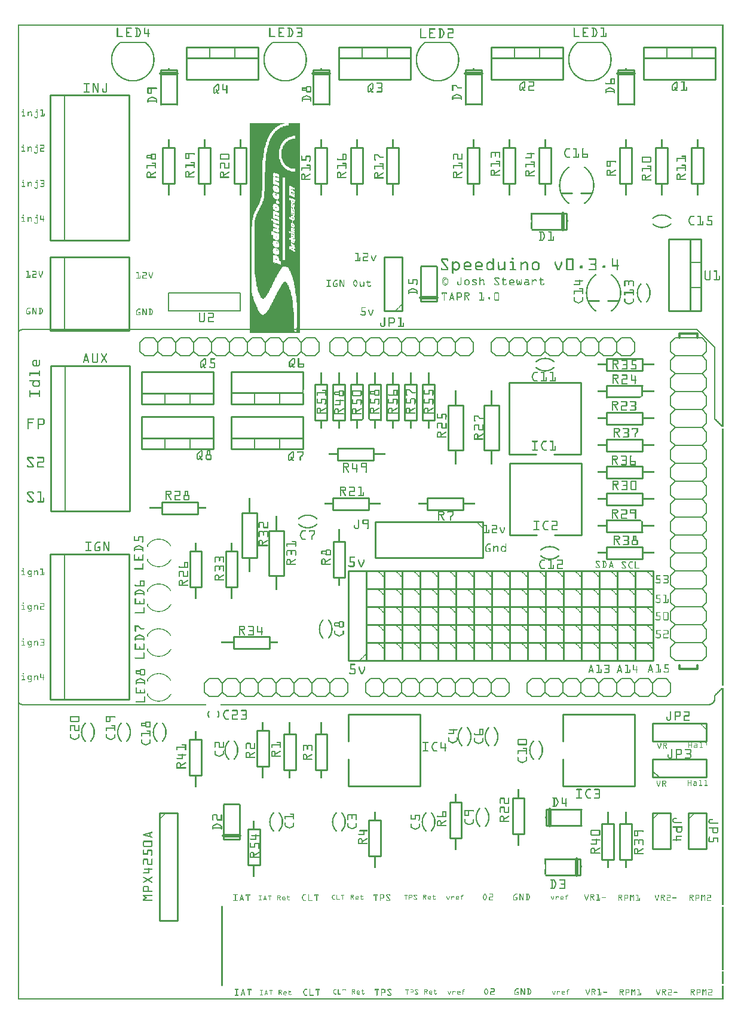
<source format=gto>
G04 MADE WITH FRITZING*
G04 WWW.FRITZING.ORG*
G04 DOUBLE SIDED*
G04 HOLES PLATED*
G04 CONTOUR ON CENTER OF CONTOUR VECTOR*
%ASAXBY*%
%FSLAX23Y23*%
%MOIN*%
%OFA0B0*%
%SFA1.0B1.0*%
%ADD10C,0.010000*%
%ADD11C,0.020000*%
%ADD12C,0.005000*%
%ADD13C,0.012000*%
%ADD14C,0.006000*%
%ADD15C,0.007874*%
%ADD16R,0.001000X0.001000*%
%LNSILK1*%
G90*
G70*
G54D10*
X3139Y696D02*
X2944Y696D01*
D02*
X2944Y786D02*
X3139Y786D01*
D02*
X3139Y786D02*
X3139Y696D01*
G54D11*
D02*
X3119Y786D02*
X3119Y696D01*
G54D10*
D02*
X2949Y1061D02*
X3144Y1061D01*
D02*
X3144Y971D02*
X2949Y971D01*
D02*
X2949Y971D02*
X2949Y1061D01*
G54D11*
D02*
X2969Y971D02*
X2969Y1061D01*
G54D10*
D02*
X1843Y1191D02*
X2243Y1191D01*
D02*
X2243Y1191D02*
X2243Y1591D01*
D02*
X2243Y1591D02*
X1843Y1591D01*
D02*
X1843Y1191D02*
X1843Y1341D01*
D02*
X1843Y1441D02*
X1843Y1591D01*
D02*
X2593Y2666D02*
X1993Y2666D01*
D02*
X1993Y2666D02*
X1993Y2466D01*
D02*
X1993Y2466D02*
X2593Y2466D01*
D02*
X2593Y2466D02*
X2593Y2666D01*
D02*
X1092Y3321D02*
X692Y3321D01*
D02*
X692Y3321D02*
X692Y3501D01*
D02*
X692Y3501D02*
X1092Y3501D01*
D02*
X1092Y3501D02*
X1092Y3321D01*
D02*
X1092Y3321D02*
X692Y3321D01*
D02*
X692Y3321D02*
X692Y3381D01*
D02*
X692Y3381D02*
X1092Y3381D01*
D02*
X1092Y3381D02*
X1092Y3321D01*
G54D12*
D02*
X962Y3321D02*
X962Y3381D01*
D02*
X822Y3321D02*
X822Y3381D01*
G54D10*
D02*
X1592Y3321D02*
X1192Y3321D01*
D02*
X1192Y3321D02*
X1192Y3501D01*
D02*
X1192Y3501D02*
X1592Y3501D01*
D02*
X1592Y3321D02*
X1192Y3321D01*
D02*
X1192Y3321D02*
X1192Y3381D01*
G54D12*
D02*
X1462Y3321D02*
X1462Y3381D01*
D02*
X1322Y3321D02*
X1322Y3381D01*
G54D10*
D02*
X1592Y3071D02*
X1192Y3071D01*
D02*
X1192Y3071D02*
X1192Y3251D01*
D02*
X1192Y3251D02*
X1592Y3251D01*
D02*
X1592Y3251D02*
X1592Y3071D01*
D02*
X1592Y3071D02*
X1192Y3071D01*
D02*
X1192Y3071D02*
X1192Y3131D01*
D02*
X1192Y3131D02*
X1592Y3131D01*
D02*
X1592Y3131D02*
X1592Y3071D01*
G54D12*
D02*
X1462Y3071D02*
X1462Y3131D01*
D02*
X1322Y3071D02*
X1322Y3131D01*
G54D10*
D02*
X1092Y3071D02*
X692Y3071D01*
D02*
X692Y3071D02*
X692Y3251D01*
D02*
X692Y3251D02*
X1092Y3251D01*
D02*
X1092Y3251D02*
X1092Y3071D01*
D02*
X1092Y3071D02*
X692Y3071D01*
D02*
X692Y3071D02*
X692Y3131D01*
D02*
X692Y3131D02*
X1092Y3131D01*
D02*
X1092Y3131D02*
X1092Y3071D01*
G54D12*
D02*
X962Y3071D02*
X962Y3131D01*
D02*
X822Y3071D02*
X822Y3131D01*
G54D10*
D02*
X1285Y751D02*
X1285Y951D01*
D02*
X1285Y951D02*
X1351Y951D01*
D02*
X1351Y951D02*
X1351Y751D01*
D02*
X1351Y751D02*
X1285Y751D01*
G54D13*
D02*
X3692Y1866D02*
X3692Y1846D01*
D02*
X3692Y1846D02*
X3792Y1846D01*
D02*
X3792Y1846D02*
X3792Y1866D01*
D02*
X3692Y3691D02*
X3692Y3716D01*
D02*
X3692Y3716D02*
X3792Y3716D01*
D02*
X3792Y3716D02*
X3792Y3691D01*
G54D14*
D02*
X3467Y1791D02*
X3517Y1791D01*
D02*
X3517Y1791D02*
X3542Y1766D01*
D02*
X3542Y1766D02*
X3542Y1716D01*
D02*
X3542Y1716D02*
X3517Y1691D01*
D02*
X3342Y1766D02*
X3367Y1791D01*
D02*
X3367Y1791D02*
X3417Y1791D01*
D02*
X3417Y1791D02*
X3442Y1766D01*
D02*
X3442Y1766D02*
X3442Y1716D01*
D02*
X3442Y1716D02*
X3417Y1691D01*
D02*
X3417Y1691D02*
X3367Y1691D01*
D02*
X3367Y1691D02*
X3342Y1716D01*
D02*
X3467Y1791D02*
X3442Y1766D01*
D02*
X3442Y1716D02*
X3467Y1691D01*
D02*
X3517Y1691D02*
X3467Y1691D01*
D02*
X3167Y1791D02*
X3217Y1791D01*
D02*
X3217Y1791D02*
X3242Y1766D01*
D02*
X3242Y1766D02*
X3242Y1716D01*
D02*
X3242Y1716D02*
X3217Y1691D01*
D02*
X3242Y1766D02*
X3267Y1791D01*
D02*
X3267Y1791D02*
X3317Y1791D01*
D02*
X3317Y1791D02*
X3342Y1766D01*
D02*
X3342Y1766D02*
X3342Y1716D01*
D02*
X3342Y1716D02*
X3317Y1691D01*
D02*
X3317Y1691D02*
X3267Y1691D01*
D02*
X3267Y1691D02*
X3242Y1716D01*
D02*
X3042Y1766D02*
X3067Y1791D01*
D02*
X3067Y1791D02*
X3117Y1791D01*
D02*
X3117Y1791D02*
X3142Y1766D01*
D02*
X3142Y1766D02*
X3142Y1716D01*
D02*
X3142Y1716D02*
X3117Y1691D01*
D02*
X3117Y1691D02*
X3067Y1691D01*
D02*
X3067Y1691D02*
X3042Y1716D01*
D02*
X3167Y1791D02*
X3142Y1766D01*
D02*
X3142Y1716D02*
X3167Y1691D01*
D02*
X3217Y1691D02*
X3167Y1691D01*
D02*
X2867Y1791D02*
X2917Y1791D01*
D02*
X2917Y1791D02*
X2942Y1766D01*
D02*
X2942Y1766D02*
X2942Y1716D01*
D02*
X2942Y1716D02*
X2917Y1691D01*
D02*
X2942Y1766D02*
X2967Y1791D01*
D02*
X2967Y1791D02*
X3017Y1791D01*
D02*
X3017Y1791D02*
X3042Y1766D01*
D02*
X3042Y1766D02*
X3042Y1716D01*
D02*
X3042Y1716D02*
X3017Y1691D01*
D02*
X3017Y1691D02*
X2967Y1691D01*
D02*
X2967Y1691D02*
X2942Y1716D01*
D02*
X2842Y1766D02*
X2842Y1716D01*
D02*
X2867Y1791D02*
X2842Y1766D01*
D02*
X2842Y1716D02*
X2867Y1691D01*
D02*
X2917Y1691D02*
X2867Y1691D01*
D02*
X3567Y1791D02*
X3617Y1791D01*
D02*
X3617Y1791D02*
X3642Y1766D01*
D02*
X3642Y1766D02*
X3642Y1716D01*
D02*
X3642Y1716D02*
X3617Y1691D01*
D02*
X3567Y1791D02*
X3542Y1766D01*
D02*
X3542Y1716D02*
X3567Y1691D01*
D02*
X3617Y1691D02*
X3567Y1691D01*
D02*
X2567Y1791D02*
X2617Y1791D01*
D02*
X2617Y1791D02*
X2642Y1766D01*
D02*
X2642Y1766D02*
X2642Y1716D01*
D02*
X2642Y1716D02*
X2617Y1691D01*
D02*
X2442Y1766D02*
X2467Y1791D01*
D02*
X2467Y1791D02*
X2517Y1791D01*
D02*
X2517Y1791D02*
X2542Y1766D01*
D02*
X2542Y1766D02*
X2542Y1716D01*
D02*
X2542Y1716D02*
X2517Y1691D01*
D02*
X2517Y1691D02*
X2467Y1691D01*
D02*
X2467Y1691D02*
X2442Y1716D01*
D02*
X2567Y1791D02*
X2542Y1766D01*
D02*
X2542Y1716D02*
X2567Y1691D01*
D02*
X2617Y1691D02*
X2567Y1691D01*
D02*
X2267Y1791D02*
X2317Y1791D01*
D02*
X2317Y1791D02*
X2342Y1766D01*
D02*
X2342Y1766D02*
X2342Y1716D01*
D02*
X2342Y1716D02*
X2317Y1691D01*
D02*
X2342Y1766D02*
X2367Y1791D01*
D02*
X2367Y1791D02*
X2417Y1791D01*
D02*
X2417Y1791D02*
X2442Y1766D01*
D02*
X2442Y1766D02*
X2442Y1716D01*
D02*
X2442Y1716D02*
X2417Y1691D01*
D02*
X2417Y1691D02*
X2367Y1691D01*
D02*
X2367Y1691D02*
X2342Y1716D01*
D02*
X2142Y1766D02*
X2167Y1791D01*
D02*
X2167Y1791D02*
X2217Y1791D01*
D02*
X2217Y1791D02*
X2242Y1766D01*
D02*
X2242Y1766D02*
X2242Y1716D01*
D02*
X2242Y1716D02*
X2217Y1691D01*
D02*
X2217Y1691D02*
X2167Y1691D01*
D02*
X2167Y1691D02*
X2142Y1716D01*
D02*
X2267Y1791D02*
X2242Y1766D01*
D02*
X2242Y1716D02*
X2267Y1691D01*
D02*
X2317Y1691D02*
X2267Y1691D01*
D02*
X1967Y1791D02*
X2017Y1791D01*
D02*
X2017Y1791D02*
X2042Y1766D01*
D02*
X2042Y1766D02*
X2042Y1716D01*
D02*
X2042Y1716D02*
X2017Y1691D01*
D02*
X2042Y1766D02*
X2067Y1791D01*
D02*
X2067Y1791D02*
X2117Y1791D01*
D02*
X2117Y1791D02*
X2142Y1766D01*
D02*
X2142Y1766D02*
X2142Y1716D01*
D02*
X2142Y1716D02*
X2117Y1691D01*
D02*
X2117Y1691D02*
X2067Y1691D01*
D02*
X2067Y1691D02*
X2042Y1716D01*
D02*
X1942Y1766D02*
X1942Y1716D01*
D02*
X1967Y1791D02*
X1942Y1766D01*
D02*
X1942Y1716D02*
X1967Y1691D01*
D02*
X2017Y1691D02*
X1967Y1691D01*
D02*
X2667Y1791D02*
X2717Y1791D01*
D02*
X2717Y1791D02*
X2742Y1766D01*
D02*
X2742Y1766D02*
X2742Y1716D01*
D02*
X2742Y1716D02*
X2717Y1691D01*
D02*
X2667Y1791D02*
X2642Y1766D01*
D02*
X2642Y1716D02*
X2667Y1691D01*
D02*
X2717Y1691D02*
X2667Y1691D01*
D02*
X2817Y3591D02*
X2767Y3591D01*
D02*
X2767Y3591D02*
X2742Y3616D01*
D02*
X2742Y3616D02*
X2742Y3666D01*
D02*
X2742Y3666D02*
X2767Y3691D01*
D02*
X2942Y3616D02*
X2917Y3591D01*
D02*
X2917Y3591D02*
X2867Y3591D01*
D02*
X2867Y3591D02*
X2842Y3616D01*
D02*
X2842Y3616D02*
X2842Y3666D01*
D02*
X2842Y3666D02*
X2867Y3691D01*
D02*
X2867Y3691D02*
X2917Y3691D01*
D02*
X2917Y3691D02*
X2942Y3666D01*
D02*
X2817Y3591D02*
X2842Y3616D01*
D02*
X2842Y3666D02*
X2817Y3691D01*
D02*
X2767Y3691D02*
X2817Y3691D01*
D02*
X3117Y3591D02*
X3067Y3591D01*
D02*
X3067Y3591D02*
X3042Y3616D01*
D02*
X3042Y3616D02*
X3042Y3666D01*
D02*
X3042Y3666D02*
X3067Y3691D01*
D02*
X3042Y3616D02*
X3017Y3591D01*
D02*
X3017Y3591D02*
X2967Y3591D01*
D02*
X2967Y3591D02*
X2942Y3616D01*
D02*
X2942Y3616D02*
X2942Y3666D01*
D02*
X2942Y3666D02*
X2967Y3691D01*
D02*
X2967Y3691D02*
X3017Y3691D01*
D02*
X3017Y3691D02*
X3042Y3666D01*
D02*
X3242Y3616D02*
X3217Y3591D01*
D02*
X3217Y3591D02*
X3167Y3591D01*
D02*
X3167Y3591D02*
X3142Y3616D01*
D02*
X3142Y3616D02*
X3142Y3666D01*
D02*
X3142Y3666D02*
X3167Y3691D01*
D02*
X3167Y3691D02*
X3217Y3691D01*
D02*
X3217Y3691D02*
X3242Y3666D01*
D02*
X3117Y3591D02*
X3142Y3616D01*
D02*
X3142Y3666D02*
X3117Y3691D01*
D02*
X3067Y3691D02*
X3117Y3691D01*
D02*
X3417Y3591D02*
X3367Y3591D01*
D02*
X3367Y3591D02*
X3342Y3616D01*
D02*
X3342Y3616D02*
X3342Y3666D01*
D02*
X3342Y3666D02*
X3367Y3691D01*
D02*
X3342Y3616D02*
X3317Y3591D01*
D02*
X3317Y3591D02*
X3267Y3591D01*
D02*
X3267Y3591D02*
X3242Y3616D01*
D02*
X3242Y3616D02*
X3242Y3666D01*
D02*
X3242Y3666D02*
X3267Y3691D01*
D02*
X3267Y3691D02*
X3317Y3691D01*
D02*
X3317Y3691D02*
X3342Y3666D01*
D02*
X3442Y3616D02*
X3442Y3666D01*
D02*
X3417Y3591D02*
X3442Y3616D01*
D02*
X3442Y3666D02*
X3417Y3691D01*
D02*
X3367Y3691D02*
X3417Y3691D01*
D02*
X2717Y3591D02*
X2667Y3591D01*
D02*
X2667Y3591D02*
X2642Y3616D01*
D02*
X2642Y3616D02*
X2642Y3666D01*
D02*
X2642Y3666D02*
X2667Y3691D01*
D02*
X2717Y3591D02*
X2742Y3616D01*
D02*
X2742Y3666D02*
X2717Y3691D01*
D02*
X2667Y3691D02*
X2717Y3691D01*
D02*
X1482Y3666D02*
X1507Y3691D01*
D02*
X1507Y3691D02*
X1557Y3691D01*
D02*
X1557Y3691D02*
X1582Y3666D01*
D02*
X1582Y3666D02*
X1582Y3616D01*
D02*
X1582Y3616D02*
X1557Y3591D01*
D02*
X1557Y3591D02*
X1507Y3591D01*
D02*
X1507Y3591D02*
X1482Y3616D01*
D02*
X1307Y3691D02*
X1357Y3691D01*
D02*
X1357Y3691D02*
X1382Y3666D01*
D02*
X1382Y3666D02*
X1382Y3616D01*
D02*
X1382Y3616D02*
X1357Y3591D01*
D02*
X1382Y3666D02*
X1407Y3691D01*
D02*
X1407Y3691D02*
X1457Y3691D01*
D02*
X1457Y3691D02*
X1482Y3666D01*
D02*
X1482Y3666D02*
X1482Y3616D01*
D02*
X1482Y3616D02*
X1457Y3591D01*
D02*
X1457Y3591D02*
X1407Y3591D01*
D02*
X1407Y3591D02*
X1382Y3616D01*
D02*
X1182Y3666D02*
X1207Y3691D01*
D02*
X1207Y3691D02*
X1257Y3691D01*
D02*
X1257Y3691D02*
X1282Y3666D01*
D02*
X1282Y3666D02*
X1282Y3616D01*
D02*
X1282Y3616D02*
X1257Y3591D01*
D02*
X1257Y3591D02*
X1207Y3591D01*
D02*
X1207Y3591D02*
X1182Y3616D01*
D02*
X1307Y3691D02*
X1282Y3666D01*
D02*
X1282Y3616D02*
X1307Y3591D01*
D02*
X1357Y3591D02*
X1307Y3591D01*
D02*
X1007Y3691D02*
X1057Y3691D01*
D02*
X1057Y3691D02*
X1082Y3666D01*
D02*
X1082Y3666D02*
X1082Y3616D01*
D02*
X1082Y3616D02*
X1057Y3591D01*
D02*
X1082Y3666D02*
X1107Y3691D01*
D02*
X1107Y3691D02*
X1157Y3691D01*
D02*
X1157Y3691D02*
X1182Y3666D01*
D02*
X1182Y3666D02*
X1182Y3616D01*
D02*
X1182Y3616D02*
X1157Y3591D01*
D02*
X1157Y3591D02*
X1107Y3591D01*
D02*
X1107Y3591D02*
X1082Y3616D01*
D02*
X882Y3666D02*
X907Y3691D01*
D02*
X907Y3691D02*
X957Y3691D01*
D02*
X957Y3691D02*
X982Y3666D01*
D02*
X982Y3666D02*
X982Y3616D01*
D02*
X982Y3616D02*
X957Y3591D01*
D02*
X957Y3591D02*
X907Y3591D01*
D02*
X907Y3591D02*
X882Y3616D01*
D02*
X1007Y3691D02*
X982Y3666D01*
D02*
X982Y3616D02*
X1007Y3591D01*
D02*
X1057Y3591D02*
X1007Y3591D01*
D02*
X707Y3691D02*
X757Y3691D01*
D02*
X757Y3691D02*
X782Y3666D01*
D02*
X782Y3666D02*
X782Y3616D01*
D02*
X782Y3616D02*
X757Y3591D01*
D02*
X782Y3666D02*
X807Y3691D01*
D02*
X807Y3691D02*
X857Y3691D01*
D02*
X857Y3691D02*
X882Y3666D01*
D02*
X882Y3666D02*
X882Y3616D01*
D02*
X882Y3616D02*
X857Y3591D01*
D02*
X857Y3591D02*
X807Y3591D01*
D02*
X807Y3591D02*
X782Y3616D01*
D02*
X682Y3666D02*
X682Y3616D01*
D02*
X707Y3691D02*
X682Y3666D01*
D02*
X682Y3616D02*
X707Y3591D01*
D02*
X757Y3591D02*
X707Y3591D01*
D02*
X1607Y3691D02*
X1657Y3691D01*
D02*
X1657Y3691D02*
X1682Y3666D01*
D02*
X1682Y3666D02*
X1682Y3616D01*
D02*
X1682Y3616D02*
X1657Y3591D01*
D02*
X1607Y3691D02*
X1582Y3666D01*
D02*
X1582Y3616D02*
X1607Y3591D01*
D02*
X1657Y3591D02*
X1607Y3591D01*
D02*
X1667Y1791D02*
X1717Y1791D01*
D02*
X1717Y1791D02*
X1742Y1766D01*
D02*
X1742Y1766D02*
X1742Y1716D01*
D02*
X1742Y1716D02*
X1717Y1691D01*
D02*
X1542Y1766D02*
X1567Y1791D01*
D02*
X1567Y1791D02*
X1617Y1791D01*
D02*
X1617Y1791D02*
X1642Y1766D01*
D02*
X1642Y1766D02*
X1642Y1716D01*
D02*
X1642Y1716D02*
X1617Y1691D01*
D02*
X1617Y1691D02*
X1567Y1691D01*
D02*
X1567Y1691D02*
X1542Y1716D01*
D02*
X1667Y1791D02*
X1642Y1766D01*
D02*
X1642Y1716D02*
X1667Y1691D01*
D02*
X1717Y1691D02*
X1667Y1691D01*
D02*
X1367Y1791D02*
X1417Y1791D01*
D02*
X1417Y1791D02*
X1442Y1766D01*
D02*
X1442Y1766D02*
X1442Y1716D01*
D02*
X1442Y1716D02*
X1417Y1691D01*
D02*
X1442Y1766D02*
X1467Y1791D01*
D02*
X1467Y1791D02*
X1517Y1791D01*
D02*
X1517Y1791D02*
X1542Y1766D01*
D02*
X1542Y1766D02*
X1542Y1716D01*
D02*
X1542Y1716D02*
X1517Y1691D01*
D02*
X1517Y1691D02*
X1467Y1691D01*
D02*
X1467Y1691D02*
X1442Y1716D01*
D02*
X1242Y1766D02*
X1267Y1791D01*
D02*
X1267Y1791D02*
X1317Y1791D01*
D02*
X1317Y1791D02*
X1342Y1766D01*
D02*
X1342Y1766D02*
X1342Y1716D01*
D02*
X1342Y1716D02*
X1317Y1691D01*
D02*
X1317Y1691D02*
X1267Y1691D01*
D02*
X1267Y1691D02*
X1242Y1716D01*
D02*
X1367Y1791D02*
X1342Y1766D01*
D02*
X1342Y1716D02*
X1367Y1691D01*
D02*
X1417Y1691D02*
X1367Y1691D01*
D02*
X1067Y1791D02*
X1117Y1791D01*
D02*
X1117Y1791D02*
X1142Y1766D01*
D02*
X1142Y1766D02*
X1142Y1716D01*
D02*
X1142Y1716D02*
X1117Y1691D01*
D02*
X1142Y1766D02*
X1167Y1791D01*
D02*
X1167Y1791D02*
X1217Y1791D01*
D02*
X1217Y1791D02*
X1242Y1766D01*
D02*
X1242Y1766D02*
X1242Y1716D01*
D02*
X1242Y1716D02*
X1217Y1691D01*
D02*
X1217Y1691D02*
X1167Y1691D01*
D02*
X1167Y1691D02*
X1142Y1716D01*
D02*
X1042Y1766D02*
X1042Y1716D01*
D02*
X1067Y1791D02*
X1042Y1766D01*
D02*
X1042Y1716D02*
X1067Y1691D01*
D02*
X1117Y1691D02*
X1067Y1691D01*
D02*
X1767Y1791D02*
X1817Y1791D01*
D02*
X1817Y1791D02*
X1842Y1766D01*
D02*
X1842Y1766D02*
X1842Y1716D01*
D02*
X1842Y1716D02*
X1817Y1691D01*
D02*
X1767Y1791D02*
X1742Y1766D01*
D02*
X1742Y1716D02*
X1767Y1691D01*
D02*
X1817Y1691D02*
X1767Y1691D01*
D02*
X1917Y3591D02*
X1867Y3591D01*
D02*
X1867Y3591D02*
X1842Y3616D01*
D02*
X1842Y3616D02*
X1842Y3666D01*
D02*
X1842Y3666D02*
X1867Y3691D01*
D02*
X2042Y3616D02*
X2017Y3591D01*
D02*
X2017Y3591D02*
X1967Y3591D01*
D02*
X1967Y3591D02*
X1942Y3616D01*
D02*
X1942Y3616D02*
X1942Y3666D01*
D02*
X1942Y3666D02*
X1967Y3691D01*
D02*
X1967Y3691D02*
X2017Y3691D01*
D02*
X2017Y3691D02*
X2042Y3666D01*
D02*
X1917Y3591D02*
X1942Y3616D01*
D02*
X1942Y3666D02*
X1917Y3691D01*
D02*
X1867Y3691D02*
X1917Y3691D01*
D02*
X2217Y3591D02*
X2167Y3591D01*
D02*
X2167Y3591D02*
X2142Y3616D01*
D02*
X2142Y3616D02*
X2142Y3666D01*
D02*
X2142Y3666D02*
X2167Y3691D01*
D02*
X2142Y3616D02*
X2117Y3591D01*
D02*
X2117Y3591D02*
X2067Y3591D01*
D02*
X2067Y3591D02*
X2042Y3616D01*
D02*
X2042Y3616D02*
X2042Y3666D01*
D02*
X2042Y3666D02*
X2067Y3691D01*
D02*
X2067Y3691D02*
X2117Y3691D01*
D02*
X2117Y3691D02*
X2142Y3666D01*
D02*
X2342Y3616D02*
X2317Y3591D01*
D02*
X2317Y3591D02*
X2267Y3591D01*
D02*
X2267Y3591D02*
X2242Y3616D01*
D02*
X2242Y3616D02*
X2242Y3666D01*
D02*
X2242Y3666D02*
X2267Y3691D01*
D02*
X2267Y3691D02*
X2317Y3691D01*
D02*
X2317Y3691D02*
X2342Y3666D01*
D02*
X2217Y3591D02*
X2242Y3616D01*
D02*
X2242Y3666D02*
X2217Y3691D01*
D02*
X2167Y3691D02*
X2217Y3691D01*
D02*
X2517Y3591D02*
X2467Y3591D01*
D02*
X2467Y3591D02*
X2442Y3616D01*
D02*
X2442Y3616D02*
X2442Y3666D01*
D02*
X2442Y3666D02*
X2467Y3691D01*
D02*
X2442Y3616D02*
X2417Y3591D01*
D02*
X2417Y3591D02*
X2367Y3591D01*
D02*
X2367Y3591D02*
X2342Y3616D01*
D02*
X2342Y3616D02*
X2342Y3666D01*
D02*
X2342Y3666D02*
X2367Y3691D01*
D02*
X2367Y3691D02*
X2417Y3691D01*
D02*
X2417Y3691D02*
X2442Y3666D01*
D02*
X2542Y3616D02*
X2542Y3666D01*
D02*
X2517Y3591D02*
X2542Y3616D01*
D02*
X2542Y3666D02*
X2517Y3691D01*
D02*
X2467Y3691D02*
X2517Y3691D01*
D02*
X1817Y3591D02*
X1767Y3591D01*
D02*
X1767Y3591D02*
X1742Y3616D01*
D02*
X1742Y3616D02*
X1742Y3666D01*
D02*
X1742Y3666D02*
X1767Y3691D01*
D02*
X1817Y3591D02*
X1842Y3616D01*
D02*
X1842Y3666D02*
X1817Y3691D01*
D02*
X1767Y3691D02*
X1817Y3691D01*
D02*
X3667Y3691D02*
X3642Y3666D01*
D02*
X3642Y3666D02*
X3642Y3616D01*
D02*
X3642Y3616D02*
X3667Y3591D01*
D02*
X3667Y3591D02*
X3642Y3566D01*
D02*
X3642Y3566D02*
X3642Y3516D01*
D02*
X3642Y3516D02*
X3667Y3491D01*
D02*
X3667Y3491D02*
X3642Y3466D01*
D02*
X3642Y3466D02*
X3642Y3416D01*
D02*
X3642Y3416D02*
X3667Y3391D01*
D02*
X3667Y3391D02*
X3642Y3366D01*
D02*
X3642Y3366D02*
X3642Y3316D01*
D02*
X3642Y3316D02*
X3667Y3291D01*
D02*
X3667Y3291D02*
X3642Y3266D01*
D02*
X3642Y3266D02*
X3642Y3216D01*
D02*
X3642Y3216D02*
X3667Y3191D01*
D02*
X3667Y3191D02*
X3642Y3166D01*
D02*
X3642Y3166D02*
X3642Y3116D01*
D02*
X3642Y3116D02*
X3667Y3091D01*
D02*
X3667Y3691D02*
X3817Y3691D01*
D02*
X3817Y3691D02*
X3842Y3666D01*
D02*
X3842Y3666D02*
X3842Y3616D01*
D02*
X3842Y3616D02*
X3817Y3591D01*
D02*
X3817Y3591D02*
X3842Y3566D01*
D02*
X3842Y3566D02*
X3842Y3516D01*
D02*
X3842Y3516D02*
X3817Y3491D01*
D02*
X3817Y3491D02*
X3842Y3466D01*
D02*
X3842Y3466D02*
X3842Y3416D01*
D02*
X3842Y3416D02*
X3817Y3391D01*
D02*
X3817Y3391D02*
X3842Y3366D01*
D02*
X3842Y3366D02*
X3842Y3316D01*
D02*
X3842Y3316D02*
X3817Y3291D01*
D02*
X3817Y3291D02*
X3842Y3266D01*
D02*
X3842Y3266D02*
X3842Y3216D01*
D02*
X3842Y3216D02*
X3817Y3191D01*
D02*
X3817Y3191D02*
X3842Y3166D01*
D02*
X3842Y3166D02*
X3842Y3116D01*
D02*
X3842Y3116D02*
X3817Y3091D01*
D02*
X3817Y3091D02*
X3842Y3066D01*
D02*
X3842Y3066D02*
X3842Y3016D01*
D02*
X3842Y3016D02*
X3817Y2991D01*
D02*
X3817Y2991D02*
X3842Y2966D01*
D02*
X3842Y2966D02*
X3842Y2916D01*
D02*
X3842Y2916D02*
X3817Y2891D01*
D02*
X3817Y2891D02*
X3842Y2866D01*
D02*
X3842Y2866D02*
X3842Y2816D01*
D02*
X3842Y2816D02*
X3817Y2791D01*
D02*
X3817Y2791D02*
X3842Y2766D01*
D02*
X3842Y2766D02*
X3842Y2716D01*
D02*
X3842Y2716D02*
X3817Y2691D01*
D02*
X3817Y2691D02*
X3842Y2666D01*
D02*
X3842Y2666D02*
X3842Y2616D01*
D02*
X3842Y2616D02*
X3817Y2591D01*
D02*
X3817Y2591D02*
X3842Y2566D01*
D02*
X3842Y2566D02*
X3842Y2516D01*
D02*
X3817Y2491D02*
X3842Y2516D01*
D02*
X3817Y2491D02*
X3842Y2466D01*
D02*
X3842Y2416D02*
X3842Y2466D01*
D02*
X3842Y2416D02*
X3817Y2391D01*
D02*
X3817Y2391D02*
X3842Y2366D01*
D02*
X3842Y2316D02*
X3842Y2366D01*
D02*
X3842Y2316D02*
X3817Y2291D01*
D02*
X3817Y2291D02*
X3842Y2266D01*
D02*
X3842Y2216D02*
X3842Y2266D01*
D02*
X3842Y2216D02*
X3817Y2191D01*
D02*
X3817Y2191D02*
X3842Y2166D01*
D02*
X3842Y2116D02*
X3842Y2166D01*
D02*
X3842Y2116D02*
X3817Y2091D01*
D02*
X3817Y2091D02*
X3842Y2066D01*
D02*
X3842Y2016D02*
X3842Y2066D01*
D02*
X3842Y2016D02*
X3817Y1991D01*
D02*
X3817Y1991D02*
X3842Y1966D01*
D02*
X3842Y1916D02*
X3842Y1966D01*
D02*
X3842Y1916D02*
X3817Y1891D01*
D02*
X3667Y1891D02*
X3642Y1916D01*
D02*
X3642Y1916D02*
X3642Y1966D01*
D02*
X3667Y1991D02*
X3642Y1966D01*
D02*
X3667Y1991D02*
X3642Y2016D01*
D02*
X3642Y2016D02*
X3642Y2066D01*
D02*
X3667Y2091D02*
X3642Y2066D01*
D02*
X3667Y2091D02*
X3642Y2116D01*
D02*
X3642Y2166D02*
X3642Y2116D01*
D02*
X3642Y2166D02*
X3667Y2191D01*
D02*
X3667Y2191D02*
X3642Y2216D01*
D02*
X3642Y2266D02*
X3642Y2216D01*
D02*
X3642Y2266D02*
X3667Y2291D01*
D02*
X3667Y2291D02*
X3642Y2316D01*
D02*
X3642Y2316D02*
X3642Y2366D01*
D02*
X3667Y2391D02*
X3642Y2366D01*
D02*
X3667Y2391D02*
X3642Y2416D01*
D02*
X3642Y2416D02*
X3642Y2466D01*
D02*
X3667Y2491D02*
X3642Y2466D01*
D02*
X3667Y2491D02*
X3642Y2516D01*
D02*
X3642Y2516D02*
X3642Y2566D01*
D02*
X3667Y2591D02*
X3642Y2566D01*
D02*
X3667Y2591D02*
X3642Y2616D01*
D02*
X3642Y2616D02*
X3642Y2666D01*
D02*
X3667Y2691D02*
X3642Y2666D01*
D02*
X3667Y2691D02*
X3642Y2716D01*
D02*
X3642Y2716D02*
X3642Y2766D01*
D02*
X3667Y2791D02*
X3642Y2766D01*
D02*
X3667Y2791D02*
X3642Y2816D01*
D02*
X3642Y2816D02*
X3642Y2866D01*
D02*
X3667Y2891D02*
X3642Y2866D01*
D02*
X3667Y2891D02*
X3642Y2916D01*
D02*
X3642Y2916D02*
X3642Y2966D01*
D02*
X3667Y2991D02*
X3642Y2966D01*
D02*
X3667Y2991D02*
X3642Y3016D01*
D02*
X3642Y3016D02*
X3642Y3066D01*
D02*
X3667Y3091D02*
X3642Y3066D01*
D02*
X3817Y3591D02*
X3667Y3591D01*
D02*
X3817Y3491D02*
X3667Y3491D01*
D02*
X3817Y3391D02*
X3667Y3391D01*
D02*
X3817Y3291D02*
X3667Y3291D01*
D02*
X3817Y3191D02*
X3667Y3191D01*
D02*
X3817Y3091D02*
X3667Y3091D01*
D02*
X3817Y2991D02*
X3667Y2991D01*
D02*
X3817Y2891D02*
X3667Y2891D01*
D02*
X3817Y2791D02*
X3667Y2791D01*
D02*
X3817Y2691D02*
X3667Y2691D01*
D02*
X3817Y2591D02*
X3667Y2591D01*
D02*
X3817Y2491D02*
X3667Y2491D01*
D02*
X3817Y2391D02*
X3667Y2391D01*
D02*
X3817Y2291D02*
X3667Y2291D01*
D02*
X3817Y2191D02*
X3667Y2191D01*
D02*
X3817Y2091D02*
X3667Y2091D01*
D02*
X3817Y1991D02*
X3667Y1991D01*
D02*
X3817Y1891D02*
X3667Y1891D01*
G54D10*
D02*
X2247Y3895D02*
X2247Y4090D01*
D02*
X2337Y4090D02*
X2337Y3895D01*
D02*
X2337Y3895D02*
X2247Y3895D01*
G54D11*
D02*
X2337Y3915D02*
X2247Y3915D01*
G54D10*
D02*
X959Y1251D02*
X959Y1451D01*
D02*
X959Y1451D02*
X1025Y1451D01*
D02*
X1025Y1451D02*
X1025Y1251D01*
D02*
X1025Y1251D02*
X959Y1251D01*
D02*
X792Y1041D02*
X792Y441D01*
D02*
X792Y441D02*
X892Y441D01*
D02*
X892Y441D02*
X892Y1041D01*
D02*
X892Y1041D02*
X792Y1041D01*
D02*
X3042Y1191D02*
X3442Y1191D01*
D02*
X3442Y1191D02*
X3442Y1591D01*
D02*
X3442Y1591D02*
X3042Y1591D01*
D02*
X3042Y1191D02*
X3042Y1341D01*
D02*
X3042Y1441D02*
X3042Y1591D01*
D02*
X3542Y1241D02*
X3842Y1241D01*
D02*
X3842Y1241D02*
X3842Y1341D01*
D02*
X3842Y1341D02*
X3542Y1341D01*
D02*
X3542Y1341D02*
X3542Y1241D01*
G54D12*
D02*
X3577Y1241D02*
X3542Y1276D01*
G54D10*
D02*
X3842Y1541D02*
X3542Y1541D01*
D02*
X3542Y1541D02*
X3542Y1441D01*
D02*
X3542Y1441D02*
X3842Y1441D01*
D02*
X3842Y1441D02*
X3842Y1541D01*
D02*
X2143Y3841D02*
X2143Y4141D01*
D02*
X2143Y4141D02*
X2043Y4141D01*
D02*
X2043Y4141D02*
X2043Y3841D01*
D02*
X2043Y3841D02*
X2143Y3841D01*
D02*
X3325Y982D02*
X3325Y782D01*
D02*
X3325Y782D02*
X3259Y782D01*
D02*
X3259Y782D02*
X3259Y982D01*
D02*
X3259Y982D02*
X3325Y982D01*
D02*
X3425Y982D02*
X3425Y782D01*
D02*
X3425Y782D02*
X3359Y782D01*
D02*
X3359Y782D02*
X3359Y982D01*
D02*
X3359Y982D02*
X3425Y982D01*
D02*
X3542Y1041D02*
X3542Y841D01*
D02*
X3542Y841D02*
X3642Y841D01*
D02*
X3642Y841D02*
X3642Y1041D01*
D02*
X3642Y1041D02*
X3542Y1041D01*
D02*
X3742Y1041D02*
X3742Y841D01*
D02*
X3742Y841D02*
X3842Y841D01*
D02*
X3842Y841D02*
X3842Y1041D01*
D02*
X3842Y1041D02*
X3742Y1041D01*
D02*
X3483Y2458D02*
X3283Y2458D01*
D02*
X3283Y2458D02*
X3283Y2524D01*
D02*
X3283Y2524D02*
X3483Y2524D01*
D02*
X3483Y2524D02*
X3483Y2458D01*
D02*
X2325Y3432D02*
X2325Y3232D01*
D02*
X2325Y3232D02*
X2259Y3232D01*
D02*
X2259Y3232D02*
X2259Y3432D01*
D02*
X2259Y3432D02*
X2325Y3432D01*
D02*
X1825Y3432D02*
X1825Y3232D01*
D02*
X1825Y3232D02*
X1759Y3232D01*
D02*
X1759Y3232D02*
X1759Y3432D01*
D02*
X1759Y3432D02*
X1825Y3432D01*
D02*
X3483Y3058D02*
X3283Y3058D01*
D02*
X3283Y3058D02*
X3283Y3124D01*
D02*
X3283Y3124D02*
X3483Y3124D01*
D02*
X3483Y3124D02*
X3483Y3058D01*
D02*
X3483Y2908D02*
X3283Y2908D01*
D02*
X3283Y2908D02*
X3283Y2974D01*
D02*
X3283Y2974D02*
X3483Y2974D01*
D02*
X3483Y2974D02*
X3483Y2908D01*
D02*
X2125Y3432D02*
X2125Y3232D01*
D02*
X2125Y3232D02*
X2059Y3232D01*
D02*
X2059Y3232D02*
X2059Y3432D01*
D02*
X2059Y3432D02*
X2125Y3432D01*
D02*
X1983Y3008D02*
X1783Y3008D01*
D02*
X1783Y3008D02*
X1783Y3074D01*
D02*
X1783Y3074D02*
X1983Y3074D01*
D02*
X1983Y3074D02*
X1983Y3008D01*
D02*
X3483Y3508D02*
X3283Y3508D01*
D02*
X3283Y3508D02*
X3283Y3574D01*
D02*
X3283Y3574D02*
X3483Y3574D01*
D02*
X3483Y3574D02*
X3483Y3508D01*
D02*
X3812Y4241D02*
X3812Y3841D01*
D02*
X3812Y3841D02*
X3632Y3841D01*
D02*
X3632Y3841D02*
X3632Y4241D01*
D02*
X3632Y4241D02*
X3812Y4241D01*
D02*
X3812Y4241D02*
X3812Y3841D01*
D02*
X3812Y3841D02*
X3752Y3841D01*
D02*
X3752Y3841D02*
X3752Y4241D01*
D02*
X3752Y4241D02*
X3812Y4241D01*
G54D12*
D02*
X3812Y4111D02*
X3752Y4111D01*
D02*
X3812Y3971D02*
X3752Y3971D01*
G54D10*
D02*
X3062Y4296D02*
X2867Y4296D01*
D02*
X2867Y4386D02*
X3062Y4386D01*
D02*
X3062Y4386D02*
X3062Y4296D01*
G54D11*
D02*
X3042Y4386D02*
X3042Y4296D01*
G54D12*
D02*
X842Y3941D02*
X842Y3841D01*
D02*
X842Y3841D02*
X1242Y3841D01*
D02*
X1242Y3841D02*
X1242Y3941D01*
D02*
X1242Y3941D02*
X842Y3941D01*
G54D10*
D02*
X3143Y2591D02*
X3143Y2991D01*
D02*
X3143Y2991D02*
X2743Y2991D01*
D02*
X2743Y2991D02*
X2743Y2591D01*
D02*
X3143Y2591D02*
X2993Y2591D01*
D02*
X2893Y2591D02*
X2743Y2591D01*
D02*
X3142Y3041D02*
X3142Y3441D01*
D02*
X3142Y3441D02*
X2742Y3441D01*
D02*
X2742Y3441D02*
X2742Y3041D01*
D02*
X3142Y3041D02*
X2992Y3041D01*
D02*
X2892Y3041D02*
X2742Y3041D01*
D02*
X3483Y2608D02*
X3283Y2608D01*
D02*
X3283Y2608D02*
X3283Y2674D01*
D02*
X2225Y3432D02*
X2225Y3232D01*
D02*
X2225Y3232D02*
X2159Y3232D01*
D02*
X2159Y3232D02*
X2159Y3432D01*
D02*
X2159Y3432D02*
X2225Y3432D01*
D02*
X1859Y3232D02*
X1859Y3432D01*
D02*
X1859Y3432D02*
X1925Y3432D01*
D02*
X3483Y3208D02*
X3283Y3208D01*
D02*
X3283Y3208D02*
X3283Y3274D01*
D02*
X3283Y3274D02*
X3483Y3274D01*
D02*
X3483Y3274D02*
X3483Y3208D01*
D02*
X3483Y2758D02*
X3283Y2758D01*
D02*
X3283Y2758D02*
X3283Y2824D01*
D02*
X3283Y2824D02*
X3483Y2824D01*
D02*
X3483Y2824D02*
X3483Y2758D01*
D02*
X2026Y3432D02*
X2026Y3232D01*
D02*
X1960Y3432D02*
X2026Y3432D01*
D02*
X1725Y3432D02*
X1725Y3232D01*
D02*
X1725Y3232D02*
X1659Y3232D01*
D02*
X1659Y3232D02*
X1659Y3432D01*
D02*
X1659Y3432D02*
X1725Y3432D01*
D02*
X3283Y3358D02*
X3283Y3424D01*
D02*
X3283Y3424D02*
X3483Y3424D01*
D02*
X1402Y2366D02*
X1402Y2616D01*
D02*
X1402Y2616D02*
X1484Y2616D01*
D02*
X1484Y2616D02*
X1484Y2366D01*
D02*
X1484Y2366D02*
X1402Y2366D01*
D02*
X2602Y3066D02*
X2602Y3316D01*
D02*
X2602Y3316D02*
X2684Y3316D01*
D02*
X2684Y3316D02*
X2684Y3066D01*
D02*
X2684Y3066D02*
X2602Y3066D01*
D02*
X1334Y2717D02*
X1334Y2467D01*
D02*
X1334Y2467D02*
X1252Y2467D01*
D02*
X1252Y2467D02*
X1252Y2717D01*
D02*
X1252Y2717D02*
X1334Y2717D01*
D02*
X2484Y3317D02*
X2484Y3067D01*
D02*
X2484Y3067D02*
X2402Y3067D01*
D02*
X2402Y3067D02*
X2402Y3317D01*
D02*
X2402Y3317D02*
X2484Y3317D01*
D02*
X1160Y2301D02*
X1160Y2501D01*
D02*
X1160Y2501D02*
X1226Y2501D01*
D02*
X1226Y2501D02*
X1226Y2301D01*
D02*
X1226Y2301D02*
X1160Y2301D01*
D02*
X803Y2774D02*
X1003Y2774D01*
D02*
X1003Y2774D02*
X1003Y2708D01*
D02*
X1003Y2708D02*
X803Y2708D01*
D02*
X803Y2708D02*
X803Y2774D01*
D02*
X1203Y2024D02*
X1403Y2024D01*
D02*
X1403Y2024D02*
X1403Y1958D01*
D02*
X1403Y1958D02*
X1203Y1958D01*
D02*
X1203Y1958D02*
X1203Y2024D01*
D02*
X960Y2301D02*
X960Y2501D01*
D02*
X960Y2501D02*
X1026Y2501D01*
D02*
X1026Y2501D02*
X1026Y2301D01*
D02*
X1026Y2301D02*
X960Y2301D01*
D02*
X1959Y2733D02*
X1759Y2733D01*
D02*
X1759Y2733D02*
X1759Y2799D01*
D02*
X1759Y2799D02*
X1959Y2799D01*
D02*
X1959Y2799D02*
X1959Y2733D01*
D02*
X1726Y1482D02*
X1726Y1282D01*
D02*
X1726Y1282D02*
X1660Y1282D01*
D02*
X1660Y1282D02*
X1660Y1482D01*
D02*
X1660Y1482D02*
X1726Y1482D01*
D02*
X1551Y1482D02*
X1551Y1282D01*
D02*
X1551Y1282D02*
X1485Y1282D01*
D02*
X1485Y1282D02*
X1485Y1482D01*
D02*
X1485Y1482D02*
X1551Y1482D01*
D02*
X1959Y801D02*
X1959Y1001D01*
D02*
X1959Y1001D02*
X2025Y1001D01*
D02*
X2025Y1001D02*
X2025Y801D01*
D02*
X2025Y801D02*
X1959Y801D01*
D02*
X1335Y1301D02*
X1335Y1501D01*
D02*
X1335Y1501D02*
X1401Y1501D01*
D02*
X1401Y1501D02*
X1401Y1301D01*
D02*
X1401Y1301D02*
X1335Y1301D01*
D02*
X1148Y895D02*
X1148Y1090D01*
D02*
X1238Y1090D02*
X1238Y895D01*
D02*
X1238Y895D02*
X1148Y895D01*
G54D11*
D02*
X1238Y915D02*
X1148Y915D01*
G54D10*
D02*
X623Y2725D02*
X623Y3535D01*
D02*
X623Y3535D02*
X183Y3535D01*
D02*
X183Y3535D02*
X183Y2725D01*
D02*
X183Y2725D02*
X623Y2725D01*
G54D12*
D02*
X263Y3535D02*
X263Y2725D01*
G54D10*
D02*
X1138Y521D02*
X1138Y81D01*
D02*
X2760Y926D02*
X2760Y1126D01*
D02*
X2760Y1126D02*
X2826Y1126D01*
D02*
X2826Y1126D02*
X2826Y926D01*
D02*
X2826Y926D02*
X2760Y926D01*
D02*
X2410Y901D02*
X2410Y1101D01*
D02*
X2410Y1101D02*
X2476Y1101D01*
D02*
X2476Y1101D02*
X2476Y901D01*
D02*
X2476Y901D02*
X2410Y901D01*
D02*
X2484Y2733D02*
X2284Y2733D01*
D02*
X2284Y2733D02*
X2284Y2799D01*
D02*
X2284Y2799D02*
X2484Y2799D01*
D02*
X2484Y2799D02*
X2484Y2733D01*
D02*
X1826Y2557D02*
X1826Y2357D01*
D02*
X1826Y2357D02*
X1760Y2357D01*
D02*
X1760Y2357D02*
X1760Y2557D01*
D02*
X1760Y2557D02*
X1826Y2557D01*
D02*
X809Y4551D02*
X809Y4751D01*
D02*
X809Y4751D02*
X875Y4751D01*
D02*
X875Y4751D02*
X875Y4551D01*
D02*
X875Y4551D02*
X809Y4551D01*
D02*
X2509Y4551D02*
X2509Y4751D01*
D02*
X2509Y4751D02*
X2575Y4751D01*
D02*
X2575Y4751D02*
X2575Y4551D01*
D02*
X2575Y4551D02*
X2509Y4551D01*
D02*
X1659Y4551D02*
X1659Y4751D01*
D02*
X1659Y4751D02*
X1725Y4751D01*
D02*
X1725Y4751D02*
X1725Y4551D01*
D02*
X1725Y4551D02*
X1659Y4551D01*
D02*
X3359Y4551D02*
X3359Y4751D01*
D02*
X3359Y4751D02*
X3425Y4751D01*
D02*
X3425Y4751D02*
X3425Y4551D01*
D02*
X3425Y4551D02*
X3359Y4551D01*
D02*
X887Y5187D02*
X887Y4992D01*
D02*
X797Y4992D02*
X797Y5187D01*
D02*
X797Y5187D02*
X887Y5187D01*
G54D11*
D02*
X797Y5167D02*
X887Y5167D01*
G54D10*
D02*
X2587Y5187D02*
X2587Y4992D01*
D02*
X2497Y4992D02*
X2497Y5187D01*
D02*
X2497Y5187D02*
X2587Y5187D01*
G54D11*
D02*
X2497Y5167D02*
X2587Y5167D01*
G54D10*
D02*
X1737Y5187D02*
X1737Y4992D01*
D02*
X1647Y4992D02*
X1647Y5187D01*
D02*
X1647Y5187D02*
X1737Y5187D01*
G54D11*
D02*
X1647Y5167D02*
X1737Y5167D01*
G54D10*
D02*
X3437Y5187D02*
X3437Y4992D01*
D02*
X3347Y4992D02*
X3347Y5187D01*
D02*
X3347Y5187D02*
X3437Y5187D01*
G54D11*
D02*
X3347Y5167D02*
X3437Y5167D01*
G54D10*
D02*
X942Y5311D02*
X1342Y5311D01*
D02*
X1342Y5311D02*
X1342Y5131D01*
D02*
X1342Y5131D02*
X942Y5131D01*
D02*
X942Y5131D02*
X942Y5311D01*
D02*
X942Y5311D02*
X1342Y5311D01*
D02*
X1342Y5311D02*
X1342Y5251D01*
D02*
X1342Y5251D02*
X942Y5251D01*
D02*
X942Y5251D02*
X942Y5311D01*
G54D12*
D02*
X1072Y5311D02*
X1072Y5251D01*
D02*
X1212Y5311D02*
X1212Y5251D01*
G54D10*
D02*
X2642Y5311D02*
X3042Y5311D01*
D02*
X3042Y5311D02*
X3042Y5131D01*
D02*
X3042Y5131D02*
X2642Y5131D01*
D02*
X2642Y5131D02*
X2642Y5311D01*
D02*
X2642Y5311D02*
X3042Y5311D01*
D02*
X3042Y5311D02*
X3042Y5251D01*
D02*
X3042Y5251D02*
X2642Y5251D01*
D02*
X2642Y5251D02*
X2642Y5311D01*
G54D12*
D02*
X2772Y5311D02*
X2772Y5251D01*
D02*
X2912Y5311D02*
X2912Y5251D01*
G54D10*
D02*
X1792Y5311D02*
X2192Y5311D01*
D02*
X2192Y5311D02*
X2192Y5131D01*
D02*
X2192Y5131D02*
X1792Y5131D01*
D02*
X1792Y5131D02*
X1792Y5311D01*
D02*
X1792Y5311D02*
X2192Y5311D01*
D02*
X2192Y5311D02*
X2192Y5251D01*
D02*
X2192Y5251D02*
X1792Y5251D01*
D02*
X1792Y5251D02*
X1792Y5311D01*
G54D12*
D02*
X1922Y5311D02*
X1922Y5251D01*
D02*
X2062Y5311D02*
X2062Y5251D01*
G54D10*
D02*
X3492Y5311D02*
X3892Y5311D01*
D02*
X3892Y5311D02*
X3892Y5131D01*
D02*
X3892Y5131D02*
X3492Y5131D01*
D02*
X3492Y5131D02*
X3492Y5311D01*
D02*
X3492Y5311D02*
X3892Y5311D01*
D02*
X3892Y5311D02*
X3892Y5251D01*
D02*
X3892Y5251D02*
X3492Y5251D01*
D02*
X3492Y5251D02*
X3492Y5311D01*
G54D12*
D02*
X3622Y5311D02*
X3622Y5251D01*
D02*
X3762Y5311D02*
X3762Y5251D01*
G54D10*
D02*
X1009Y4551D02*
X1009Y4751D01*
D02*
X1009Y4751D02*
X1075Y4751D01*
D02*
X1075Y4751D02*
X1075Y4551D01*
D02*
X1075Y4551D02*
X1009Y4551D01*
D02*
X2709Y4551D02*
X2709Y4751D01*
D02*
X2709Y4751D02*
X2775Y4751D01*
D02*
X2775Y4751D02*
X2775Y4551D01*
D02*
X2775Y4551D02*
X2709Y4551D01*
D02*
X1859Y4551D02*
X1859Y4751D01*
D02*
X1859Y4751D02*
X1925Y4751D01*
D02*
X1925Y4751D02*
X1925Y4551D01*
D02*
X1925Y4551D02*
X1859Y4551D01*
D02*
X3559Y4551D02*
X3559Y4751D01*
D02*
X3559Y4751D02*
X3625Y4751D01*
D02*
X3625Y4751D02*
X3625Y4551D01*
D02*
X3625Y4551D02*
X3559Y4551D01*
D02*
X1209Y4551D02*
X1209Y4751D01*
D02*
X1209Y4751D02*
X1275Y4751D01*
D02*
X1275Y4751D02*
X1275Y4551D01*
D02*
X1275Y4551D02*
X1209Y4551D01*
D02*
X2909Y4551D02*
X2909Y4751D01*
D02*
X2909Y4751D02*
X2975Y4751D01*
D02*
X2975Y4751D02*
X2975Y4551D01*
D02*
X2975Y4551D02*
X2909Y4551D01*
D02*
X2059Y4551D02*
X2059Y4751D01*
D02*
X2059Y4751D02*
X2125Y4751D01*
D02*
X2125Y4751D02*
X2125Y4551D01*
D02*
X2125Y4551D02*
X2059Y4551D01*
D02*
X3759Y4551D02*
X3759Y4751D01*
D02*
X3759Y4751D02*
X3825Y4751D01*
D02*
X3825Y4751D02*
X3825Y4551D01*
D02*
X3825Y4551D02*
X3759Y4551D01*
D02*
X622Y3732D02*
X622Y4142D01*
D02*
X622Y4142D02*
X182Y4142D01*
D02*
X182Y4142D02*
X182Y3732D01*
D02*
X182Y3732D02*
X622Y3732D01*
G54D12*
D02*
X262Y4142D02*
X262Y3732D01*
G54D10*
D02*
X622Y1675D02*
X622Y2485D01*
D02*
X622Y2485D02*
X182Y2485D01*
D02*
X182Y2485D02*
X182Y1675D01*
D02*
X182Y1675D02*
X622Y1675D01*
G54D12*
D02*
X262Y2485D02*
X262Y1675D01*
G54D10*
D02*
X622Y4235D02*
X622Y5045D01*
D02*
X622Y5045D02*
X182Y5045D01*
D02*
X182Y5045D02*
X182Y4235D01*
D02*
X182Y4235D02*
X622Y4235D01*
G54D12*
D02*
X262Y5045D02*
X262Y4235D01*
G54D10*
D02*
X1943Y1891D02*
X1943Y2391D01*
D02*
X1943Y2391D02*
X1843Y2391D01*
D02*
X1843Y2391D02*
X1843Y1891D01*
D02*
X1843Y1891D02*
X1943Y1891D01*
D02*
X3543Y1991D02*
X3443Y1991D01*
D02*
X3443Y1991D02*
X3443Y1891D01*
D02*
X3443Y1891D02*
X3543Y1891D01*
D02*
X3543Y1891D02*
X3543Y1991D01*
D02*
X3443Y1991D02*
X3343Y1991D01*
D02*
X3343Y1991D02*
X3343Y1891D01*
D02*
X3343Y1891D02*
X3443Y1891D01*
D02*
X3443Y1891D02*
X3443Y1991D01*
D02*
X3343Y1991D02*
X3243Y1991D01*
D02*
X3243Y1991D02*
X3243Y1891D01*
D02*
X3243Y1891D02*
X3343Y1891D01*
D02*
X3343Y1891D02*
X3343Y1991D01*
D02*
X3243Y1991D02*
X3143Y1991D01*
D02*
X3143Y1991D02*
X3143Y1891D01*
D02*
X3143Y1891D02*
X3243Y1891D01*
D02*
X3243Y1891D02*
X3243Y1991D01*
D02*
X3143Y1991D02*
X3043Y1991D01*
D02*
X3043Y1991D02*
X3043Y1891D01*
D02*
X3043Y1891D02*
X3143Y1891D01*
D02*
X3143Y1891D02*
X3143Y1991D01*
D02*
X3043Y1991D02*
X2943Y1991D01*
D02*
X2943Y1991D02*
X2943Y1891D01*
D02*
X2943Y1891D02*
X3043Y1891D01*
D02*
X3043Y1891D02*
X3043Y1991D01*
D02*
X2943Y1991D02*
X2843Y1991D01*
D02*
X2843Y1991D02*
X2843Y1891D01*
D02*
X2843Y1891D02*
X2943Y1891D01*
D02*
X2943Y1891D02*
X2943Y1991D01*
D02*
X2843Y1991D02*
X2743Y1991D01*
D02*
X2743Y1991D02*
X2743Y1891D01*
D02*
X2743Y1891D02*
X2843Y1891D01*
D02*
X2843Y1891D02*
X2843Y1991D01*
D02*
X2743Y1991D02*
X2643Y1991D01*
D02*
X2643Y1991D02*
X2643Y1891D01*
D02*
X2643Y1891D02*
X2743Y1891D01*
D02*
X2743Y1891D02*
X2743Y1991D01*
D02*
X2643Y1991D02*
X2543Y1991D01*
D02*
X2543Y1991D02*
X2543Y1891D01*
D02*
X2543Y1891D02*
X2643Y1891D01*
D02*
X2643Y1891D02*
X2643Y1991D01*
D02*
X2543Y1991D02*
X2443Y1991D01*
D02*
X2443Y1991D02*
X2443Y1891D01*
D02*
X2443Y1891D02*
X2543Y1891D01*
D02*
X2543Y1891D02*
X2543Y1991D01*
D02*
X2443Y1991D02*
X2343Y1991D01*
D02*
X2343Y1991D02*
X2343Y1891D01*
D02*
X2343Y1891D02*
X2443Y1891D01*
D02*
X2443Y1891D02*
X2443Y1991D01*
D02*
X2343Y1991D02*
X2243Y1991D01*
D02*
X2243Y1991D02*
X2243Y1891D01*
D02*
X2243Y1891D02*
X2343Y1891D01*
D02*
X2343Y1891D02*
X2343Y1991D01*
D02*
X2243Y1991D02*
X2143Y1991D01*
D02*
X2143Y1991D02*
X2143Y1891D01*
D02*
X2143Y1891D02*
X2243Y1891D01*
D02*
X2243Y1891D02*
X2243Y1991D01*
D02*
X2143Y1991D02*
X2043Y1991D01*
D02*
X2043Y1991D02*
X2043Y1891D01*
D02*
X2043Y1891D02*
X2143Y1891D01*
D02*
X2143Y1891D02*
X2143Y1991D01*
D02*
X2043Y1991D02*
X1943Y1991D01*
D02*
X1943Y1991D02*
X1943Y1891D01*
D02*
X1943Y1891D02*
X2043Y1891D01*
D02*
X2043Y1891D02*
X2043Y1991D01*
D02*
X3543Y2091D02*
X3443Y2091D01*
D02*
X3443Y2091D02*
X3443Y1991D01*
D02*
X3443Y1991D02*
X3543Y1991D01*
D02*
X3543Y1991D02*
X3543Y2091D01*
D02*
X2643Y2091D02*
X2543Y2091D01*
D02*
X2543Y2091D02*
X2543Y1991D01*
D02*
X2543Y1991D02*
X2643Y1991D01*
D02*
X2643Y1991D02*
X2643Y2091D01*
D02*
X2943Y2091D02*
X2843Y2091D01*
D02*
X2843Y2091D02*
X2843Y1991D01*
D02*
X2843Y1991D02*
X2943Y1991D01*
D02*
X2943Y1991D02*
X2943Y2091D01*
D02*
X3143Y2091D02*
X3043Y2091D01*
D02*
X3043Y2091D02*
X3043Y1991D01*
D02*
X3043Y1991D02*
X3143Y1991D01*
D02*
X3143Y1991D02*
X3143Y2091D01*
D02*
X2143Y2091D02*
X2043Y2091D01*
D02*
X2043Y2091D02*
X2043Y1991D01*
D02*
X2043Y1991D02*
X2143Y1991D01*
D02*
X2143Y1991D02*
X2143Y2091D01*
D02*
X2343Y2091D02*
X2243Y2091D01*
D02*
X2243Y2091D02*
X2243Y1991D01*
D02*
X2243Y1991D02*
X2343Y1991D01*
D02*
X2343Y1991D02*
X2343Y2091D01*
D02*
X2743Y2091D02*
X2643Y2091D01*
D02*
X2643Y2091D02*
X2643Y1991D01*
D02*
X2643Y1991D02*
X2743Y1991D01*
D02*
X2743Y1991D02*
X2743Y2091D01*
D02*
X3043Y2091D02*
X2943Y2091D01*
D02*
X2943Y2091D02*
X2943Y1991D01*
D02*
X2943Y1991D02*
X3043Y1991D01*
D02*
X3043Y1991D02*
X3043Y2091D01*
D02*
X2243Y2091D02*
X2143Y2091D01*
D02*
X2143Y2091D02*
X2143Y1991D01*
D02*
X2143Y1991D02*
X2243Y1991D01*
D02*
X2243Y1991D02*
X2243Y2091D01*
D02*
X2443Y2091D02*
X2343Y2091D01*
D02*
X2343Y2091D02*
X2343Y1991D01*
D02*
X2343Y1991D02*
X2443Y1991D01*
D02*
X2443Y1991D02*
X2443Y2091D01*
D02*
X3343Y2091D02*
X3243Y2091D01*
D02*
X3243Y2091D02*
X3243Y1991D01*
D02*
X3243Y1991D02*
X3343Y1991D01*
D02*
X3343Y1991D02*
X3343Y2091D01*
D02*
X3443Y2091D02*
X3343Y2091D01*
D02*
X3343Y2091D02*
X3343Y1991D01*
D02*
X3343Y1991D02*
X3443Y1991D01*
D02*
X3443Y1991D02*
X3443Y2091D01*
D02*
X2843Y2091D02*
X2743Y2091D01*
D02*
X2743Y2091D02*
X2743Y1991D01*
D02*
X2743Y1991D02*
X2843Y1991D01*
D02*
X2843Y1991D02*
X2843Y2091D01*
D02*
X2543Y2091D02*
X2443Y2091D01*
D02*
X2443Y2091D02*
X2443Y1991D01*
D02*
X2443Y1991D02*
X2543Y1991D01*
D02*
X2543Y1991D02*
X2543Y2091D01*
D02*
X3243Y2091D02*
X3143Y2091D01*
D02*
X3143Y2091D02*
X3143Y1991D01*
D02*
X3143Y1991D02*
X3243Y1991D01*
D02*
X3243Y1991D02*
X3243Y2091D01*
D02*
X2043Y2091D02*
X1943Y2091D01*
D02*
X1943Y2091D02*
X1943Y1991D01*
D02*
X1943Y1991D02*
X2043Y1991D01*
D02*
X2043Y1991D02*
X2043Y2091D01*
D02*
X2143Y2191D02*
X2043Y2191D01*
D02*
X2043Y2191D02*
X2043Y2091D01*
D02*
X2043Y2091D02*
X2143Y2091D01*
D02*
X2143Y2091D02*
X2143Y2191D01*
D02*
X2943Y2191D02*
X2843Y2191D01*
D02*
X2843Y2191D02*
X2843Y2091D01*
D02*
X2843Y2091D02*
X2943Y2091D01*
D02*
X2943Y2091D02*
X2943Y2191D01*
D02*
X2443Y2191D02*
X2343Y2191D01*
D02*
X2343Y2191D02*
X2343Y2091D01*
D02*
X2343Y2091D02*
X2443Y2091D01*
D02*
X2443Y2091D02*
X2443Y2191D01*
D02*
X3343Y2191D02*
X3243Y2191D01*
D02*
X3243Y2191D02*
X3243Y2091D01*
D02*
X3243Y2091D02*
X3343Y2091D01*
D02*
X3343Y2091D02*
X3343Y2191D01*
D02*
X2643Y2191D02*
X2543Y2191D01*
D02*
X2543Y2191D02*
X2543Y2091D01*
D02*
X2543Y2091D02*
X2643Y2091D01*
D02*
X2643Y2091D02*
X2643Y2191D01*
D02*
X3543Y2191D02*
X3443Y2191D01*
D02*
X3443Y2191D02*
X3443Y2091D01*
D02*
X3443Y2091D02*
X3543Y2091D01*
D02*
X3543Y2091D02*
X3543Y2191D01*
D02*
X2343Y2191D02*
X2243Y2191D01*
D02*
X2243Y2191D02*
X2243Y2091D01*
D02*
X2243Y2091D02*
X2343Y2091D01*
D02*
X2343Y2091D02*
X2343Y2191D01*
D02*
X2043Y2191D02*
X1943Y2191D01*
D02*
X1943Y2191D02*
X1943Y2091D01*
D02*
X1943Y2091D02*
X2043Y2091D01*
D02*
X2043Y2091D02*
X2043Y2191D01*
D02*
X2543Y2191D02*
X2443Y2191D01*
D02*
X2443Y2191D02*
X2443Y2091D01*
D02*
X2443Y2091D02*
X2543Y2091D01*
D02*
X2543Y2091D02*
X2543Y2191D01*
D02*
X3043Y2191D02*
X2943Y2191D01*
D02*
X2943Y2191D02*
X2943Y2091D01*
D02*
X2943Y2091D02*
X3043Y2091D01*
D02*
X3043Y2091D02*
X3043Y2191D01*
D02*
X3243Y2191D02*
X3143Y2191D01*
D02*
X3143Y2191D02*
X3143Y2091D01*
D02*
X3143Y2091D02*
X3243Y2091D01*
D02*
X3243Y2091D02*
X3243Y2191D01*
D02*
X2843Y2191D02*
X2743Y2191D01*
D02*
X2743Y2191D02*
X2743Y2091D01*
D02*
X2743Y2091D02*
X2843Y2091D01*
D02*
X2843Y2091D02*
X2843Y2191D01*
D02*
X3443Y2191D02*
X3343Y2191D01*
D02*
X3343Y2191D02*
X3343Y2091D01*
D02*
X3343Y2091D02*
X3443Y2091D01*
D02*
X3443Y2091D02*
X3443Y2191D01*
D02*
X2243Y2191D02*
X2143Y2191D01*
D02*
X2143Y2191D02*
X2143Y2091D01*
D02*
X2143Y2091D02*
X2243Y2091D01*
D02*
X2243Y2091D02*
X2243Y2191D01*
D02*
X3143Y2191D02*
X3043Y2191D01*
D02*
X3043Y2191D02*
X3043Y2091D01*
D02*
X3043Y2091D02*
X3143Y2091D01*
D02*
X3143Y2091D02*
X3143Y2191D01*
D02*
X2743Y2191D02*
X2643Y2191D01*
D02*
X2643Y2191D02*
X2643Y2091D01*
D02*
X2643Y2091D02*
X2743Y2091D01*
D02*
X2743Y2091D02*
X2743Y2191D01*
D02*
X2143Y2291D02*
X2043Y2291D01*
D02*
X2043Y2291D02*
X2043Y2191D01*
D02*
X2043Y2191D02*
X2143Y2191D01*
D02*
X2143Y2191D02*
X2143Y2291D01*
D02*
X2943Y2291D02*
X2843Y2291D01*
D02*
X2843Y2291D02*
X2843Y2191D01*
D02*
X2843Y2191D02*
X2943Y2191D01*
D02*
X2943Y2191D02*
X2943Y2291D01*
D02*
X2443Y2291D02*
X2343Y2291D01*
D02*
X2343Y2291D02*
X2343Y2191D01*
D02*
X2343Y2191D02*
X2443Y2191D01*
D02*
X2443Y2191D02*
X2443Y2291D01*
D02*
X3343Y2291D02*
X3243Y2291D01*
D02*
X3243Y2291D02*
X3243Y2191D01*
D02*
X3243Y2191D02*
X3343Y2191D01*
D02*
X3343Y2191D02*
X3343Y2291D01*
D02*
X2643Y2291D02*
X2543Y2291D01*
D02*
X2543Y2291D02*
X2543Y2191D01*
D02*
X2543Y2191D02*
X2643Y2191D01*
D02*
X2643Y2191D02*
X2643Y2291D01*
D02*
X3543Y2291D02*
X3443Y2291D01*
D02*
X3443Y2291D02*
X3443Y2191D01*
D02*
X3443Y2191D02*
X3543Y2191D01*
D02*
X3543Y2191D02*
X3543Y2291D01*
D02*
X2343Y2291D02*
X2243Y2291D01*
D02*
X2243Y2291D02*
X2243Y2191D01*
D02*
X2243Y2191D02*
X2343Y2191D01*
D02*
X2343Y2191D02*
X2343Y2291D01*
D02*
X2043Y2291D02*
X1943Y2291D01*
D02*
X1943Y2291D02*
X1943Y2191D01*
D02*
X1943Y2191D02*
X2043Y2191D01*
D02*
X2043Y2191D02*
X2043Y2291D01*
D02*
X2543Y2291D02*
X2443Y2291D01*
D02*
X2443Y2291D02*
X2443Y2191D01*
D02*
X2443Y2191D02*
X2543Y2191D01*
D02*
X2543Y2191D02*
X2543Y2291D01*
D02*
X3043Y2291D02*
X2943Y2291D01*
D02*
X2943Y2291D02*
X2943Y2191D01*
D02*
X2943Y2191D02*
X3043Y2191D01*
D02*
X3043Y2191D02*
X3043Y2291D01*
D02*
X3243Y2291D02*
X3143Y2291D01*
D02*
X3143Y2291D02*
X3143Y2191D01*
D02*
X3143Y2191D02*
X3243Y2191D01*
D02*
X3243Y2191D02*
X3243Y2291D01*
D02*
X2843Y2291D02*
X2743Y2291D01*
D02*
X2743Y2291D02*
X2743Y2191D01*
D02*
X2743Y2191D02*
X2843Y2191D01*
D02*
X2843Y2191D02*
X2843Y2291D01*
D02*
X3443Y2291D02*
X3343Y2291D01*
D02*
X3343Y2291D02*
X3343Y2191D01*
D02*
X3343Y2191D02*
X3443Y2191D01*
D02*
X3443Y2191D02*
X3443Y2291D01*
D02*
X2243Y2291D02*
X2143Y2291D01*
D02*
X2143Y2291D02*
X2143Y2191D01*
D02*
X2143Y2191D02*
X2243Y2191D01*
D02*
X2243Y2191D02*
X2243Y2291D01*
D02*
X3143Y2291D02*
X3043Y2291D01*
D02*
X3043Y2291D02*
X3043Y2191D01*
D02*
X3043Y2191D02*
X3143Y2191D01*
D02*
X3143Y2191D02*
X3143Y2291D01*
D02*
X2743Y2291D02*
X2643Y2291D01*
D02*
X2643Y2291D02*
X2643Y2191D01*
D02*
X2643Y2191D02*
X2743Y2191D01*
D02*
X2743Y2191D02*
X2743Y2291D01*
D02*
X2143Y2391D02*
X2043Y2391D01*
D02*
X2043Y2391D02*
X2043Y2291D01*
D02*
X2043Y2291D02*
X2143Y2291D01*
D02*
X2143Y2291D02*
X2143Y2391D01*
D02*
X2943Y2391D02*
X2843Y2391D01*
D02*
X2843Y2391D02*
X2843Y2291D01*
D02*
X2843Y2291D02*
X2943Y2291D01*
D02*
X2943Y2291D02*
X2943Y2391D01*
D02*
X2443Y2391D02*
X2343Y2391D01*
D02*
X2343Y2391D02*
X2343Y2291D01*
D02*
X2343Y2291D02*
X2443Y2291D01*
D02*
X2443Y2291D02*
X2443Y2391D01*
D02*
X3343Y2391D02*
X3243Y2391D01*
D02*
X3243Y2391D02*
X3243Y2291D01*
D02*
X3243Y2291D02*
X3343Y2291D01*
D02*
X3343Y2291D02*
X3343Y2391D01*
D02*
X2643Y2391D02*
X2543Y2391D01*
D02*
X2543Y2391D02*
X2543Y2291D01*
D02*
X2543Y2291D02*
X2643Y2291D01*
D02*
X2643Y2291D02*
X2643Y2391D01*
D02*
X3543Y2391D02*
X3443Y2391D01*
D02*
X3443Y2391D02*
X3443Y2291D01*
D02*
X3443Y2291D02*
X3543Y2291D01*
D02*
X3543Y2291D02*
X3543Y2391D01*
D02*
X2343Y2391D02*
X2243Y2391D01*
D02*
X2243Y2391D02*
X2243Y2291D01*
D02*
X2243Y2291D02*
X2343Y2291D01*
D02*
X2343Y2291D02*
X2343Y2391D01*
D02*
X2043Y2391D02*
X1943Y2391D01*
D02*
X1943Y2391D02*
X1943Y2291D01*
D02*
X1943Y2291D02*
X2043Y2291D01*
D02*
X2043Y2291D02*
X2043Y2391D01*
D02*
X2543Y2391D02*
X2443Y2391D01*
D02*
X2443Y2391D02*
X2443Y2291D01*
D02*
X2443Y2291D02*
X2543Y2291D01*
D02*
X2543Y2291D02*
X2543Y2391D01*
D02*
X3043Y2391D02*
X2943Y2391D01*
D02*
X2943Y2391D02*
X2943Y2291D01*
D02*
X2943Y2291D02*
X3043Y2291D01*
D02*
X3043Y2291D02*
X3043Y2391D01*
D02*
X3243Y2391D02*
X3143Y2391D01*
D02*
X3143Y2391D02*
X3143Y2291D01*
D02*
X3143Y2291D02*
X3243Y2291D01*
D02*
X3243Y2291D02*
X3243Y2391D01*
D02*
X2843Y2391D02*
X2743Y2391D01*
D02*
X2743Y2391D02*
X2743Y2291D01*
D02*
X2743Y2291D02*
X2843Y2291D01*
D02*
X2843Y2291D02*
X2843Y2391D01*
D02*
X3443Y2391D02*
X3343Y2391D01*
D02*
X3343Y2391D02*
X3343Y2291D01*
D02*
X3343Y2291D02*
X3443Y2291D01*
D02*
X3443Y2291D02*
X3443Y2391D01*
D02*
X2243Y2391D02*
X2143Y2391D01*
D02*
X2143Y2391D02*
X2143Y2291D01*
D02*
X2143Y2291D02*
X2243Y2291D01*
D02*
X2243Y2291D02*
X2243Y2391D01*
D02*
X3143Y2391D02*
X3043Y2391D01*
D02*
X3043Y2391D02*
X3043Y2291D01*
D02*
X3043Y2291D02*
X3143Y2291D01*
D02*
X3143Y2291D02*
X3143Y2391D01*
D02*
X2743Y2391D02*
X2643Y2391D01*
D02*
X2643Y2391D02*
X2643Y2291D01*
D02*
X2643Y2291D02*
X2743Y2291D01*
D02*
X2743Y2291D02*
X2743Y2391D01*
G36*
X1296Y3719D02*
X1303Y3719D01*
X1303Y4166D01*
X1306Y4166D01*
X1306Y4313D01*
X1308Y4313D01*
X1308Y4349D01*
X1310Y4349D01*
X1310Y4361D01*
X1313Y4361D01*
X1313Y4371D01*
X1315Y4371D01*
X1315Y4378D01*
X1318Y4378D01*
X1318Y4386D01*
X1320Y4386D01*
X1320Y4390D01*
X1322Y4390D01*
X1322Y4395D01*
X1325Y4395D01*
X1325Y4400D01*
X1327Y4400D01*
X1327Y4405D01*
X1330Y4405D01*
X1330Y4410D01*
X1332Y4410D01*
X1332Y4414D01*
X1334Y4414D01*
X1334Y4419D01*
X1337Y4419D01*
X1337Y4424D01*
X1339Y4424D01*
X1339Y4427D01*
X1342Y4427D01*
X1342Y4431D01*
X1344Y4431D01*
X1344Y4436D01*
X1347Y4436D01*
X1347Y4443D01*
X1349Y4443D01*
X1349Y4446D01*
X1351Y4446D01*
X1351Y4456D01*
X1354Y4456D01*
X1354Y4458D01*
X1356Y4458D01*
X1356Y4470D01*
X1359Y4470D01*
X1359Y4477D01*
X1361Y4477D01*
X1361Y4511D01*
X1363Y4511D01*
X1363Y4622D01*
X1366Y4622D01*
X1366Y4683D01*
X1368Y4683D01*
X1368Y4697D01*
X1371Y4697D01*
X1371Y4721D01*
X1373Y4721D01*
X1373Y4731D01*
X1376Y4731D01*
X1376Y4748D01*
X1378Y4748D01*
X1378Y4755D01*
X1380Y4755D01*
X1380Y4767D01*
X1383Y4767D01*
X1383Y4772D01*
X1385Y4772D01*
X1385Y4782D01*
X1388Y4782D01*
X1388Y4786D01*
X1390Y4786D01*
X1390Y4796D01*
X1392Y4796D01*
X1392Y4799D01*
X1395Y4799D01*
X1395Y4806D01*
X1397Y4806D01*
X1397Y4811D01*
X1400Y4811D01*
X1400Y4815D01*
X1402Y4815D01*
X1402Y4820D01*
X1405Y4820D01*
X1405Y4825D01*
X1407Y4825D01*
X1407Y4828D01*
X1409Y4828D01*
X1409Y4832D01*
X1412Y4832D01*
X1412Y4835D01*
X1414Y4835D01*
X1414Y4840D01*
X1417Y4840D01*
X1417Y4842D01*
X1419Y4842D01*
X1419Y4844D01*
X1421Y4844D01*
X1421Y4847D01*
X1424Y4847D01*
X1424Y4852D01*
X1429Y4852D01*
X1429Y4856D01*
X1434Y4856D01*
X1434Y4861D01*
X1438Y4861D01*
X1438Y4864D01*
X1441Y4864D01*
X1441Y4866D01*
X1446Y4866D01*
X1446Y4869D01*
X1448Y4869D01*
X1448Y4871D01*
X1453Y4871D01*
X1453Y4873D01*
X1455Y4873D01*
X1455Y4876D01*
X1460Y4876D01*
X1460Y4878D01*
X1465Y4878D01*
X1465Y4881D01*
X1472Y4881D01*
X1472Y4883D01*
X1477Y4883D01*
X1477Y4885D01*
X1487Y4885D01*
X1487Y4888D01*
X1296Y4888D01*
X1296Y3719D01*
G37*
D02*
G36*
X1303Y3719D02*
X1559Y3719D01*
X1559Y3774D01*
X1557Y3774D01*
X1557Y3750D01*
X1554Y3750D01*
X1554Y3726D01*
X1545Y3726D01*
X1545Y3731D01*
X1542Y3731D01*
X1542Y3748D01*
X1540Y3748D01*
X1540Y3835D01*
X1537Y3835D01*
X1537Y3859D01*
X1535Y3859D01*
X1535Y3890D01*
X1533Y3890D01*
X1533Y3902D01*
X1530Y3902D01*
X1530Y3922D01*
X1528Y3922D01*
X1528Y3929D01*
X1525Y3929D01*
X1525Y3941D01*
X1523Y3941D01*
X1523Y3948D01*
X1520Y3948D01*
X1520Y3958D01*
X1518Y3958D01*
X1518Y3963D01*
X1516Y3963D01*
X1516Y3972D01*
X1513Y3972D01*
X1513Y3977D01*
X1511Y3977D01*
X1511Y3985D01*
X1508Y3985D01*
X1508Y3987D01*
X1506Y3987D01*
X1506Y3992D01*
X1504Y3992D01*
X1504Y3994D01*
X1501Y3994D01*
X1501Y3999D01*
X1499Y3999D01*
X1499Y4001D01*
X1494Y4001D01*
X1494Y4004D01*
X1487Y4004D01*
X1487Y4001D01*
X1482Y4001D01*
X1482Y3997D01*
X1477Y3997D01*
X1477Y3992D01*
X1475Y3992D01*
X1475Y3989D01*
X1472Y3989D01*
X1472Y3985D01*
X1470Y3985D01*
X1470Y3982D01*
X1467Y3982D01*
X1467Y3977D01*
X1465Y3977D01*
X1465Y3975D01*
X1463Y3975D01*
X1463Y3970D01*
X1460Y3970D01*
X1460Y3965D01*
X1458Y3965D01*
X1458Y3960D01*
X1455Y3960D01*
X1455Y3958D01*
X1453Y3958D01*
X1453Y3951D01*
X1450Y3951D01*
X1450Y3948D01*
X1448Y3948D01*
X1448Y3941D01*
X1446Y3941D01*
X1446Y3939D01*
X1443Y3939D01*
X1443Y3931D01*
X1441Y3931D01*
X1441Y3929D01*
X1438Y3929D01*
X1438Y3922D01*
X1436Y3922D01*
X1436Y3919D01*
X1434Y3919D01*
X1434Y3912D01*
X1431Y3912D01*
X1431Y3910D01*
X1429Y3910D01*
X1429Y3902D01*
X1426Y3902D01*
X1426Y3900D01*
X1424Y3900D01*
X1424Y3893D01*
X1421Y3893D01*
X1421Y3888D01*
X1419Y3888D01*
X1419Y3883D01*
X1417Y3883D01*
X1417Y3881D01*
X1414Y3881D01*
X1414Y3873D01*
X1412Y3873D01*
X1412Y3871D01*
X1409Y3871D01*
X1409Y3866D01*
X1407Y3866D01*
X1407Y3861D01*
X1405Y3861D01*
X1405Y3857D01*
X1402Y3857D01*
X1402Y3854D01*
X1400Y3854D01*
X1400Y3849D01*
X1397Y3849D01*
X1397Y3847D01*
X1395Y3847D01*
X1395Y3842D01*
X1392Y3842D01*
X1392Y3840D01*
X1390Y3840D01*
X1390Y3835D01*
X1388Y3835D01*
X1388Y3832D01*
X1385Y3832D01*
X1385Y3830D01*
X1383Y3830D01*
X1383Y3828D01*
X1380Y3828D01*
X1380Y3825D01*
X1376Y3825D01*
X1376Y3823D01*
X1371Y3823D01*
X1371Y3820D01*
X1366Y3820D01*
X1366Y3823D01*
X1359Y3823D01*
X1359Y3825D01*
X1356Y3825D01*
X1356Y3828D01*
X1354Y3828D01*
X1354Y3830D01*
X1351Y3830D01*
X1351Y3832D01*
X1349Y3832D01*
X1349Y3835D01*
X1347Y3835D01*
X1347Y3840D01*
X1344Y3840D01*
X1344Y3842D01*
X1342Y3842D01*
X1342Y3849D01*
X1339Y3849D01*
X1339Y3854D01*
X1337Y3854D01*
X1337Y3861D01*
X1334Y3861D01*
X1334Y3864D01*
X1332Y3864D01*
X1332Y3871D01*
X1330Y3871D01*
X1330Y3876D01*
X1327Y3876D01*
X1327Y3883D01*
X1325Y3883D01*
X1325Y3888D01*
X1320Y3888D01*
X1320Y3895D01*
X1318Y3895D01*
X1318Y3905D01*
X1315Y3905D01*
X1315Y3915D01*
X1313Y3915D01*
X1313Y3922D01*
X1310Y3922D01*
X1310Y3927D01*
X1308Y3927D01*
X1308Y3943D01*
X1306Y3943D01*
X1306Y4028D01*
X1303Y4028D01*
X1303Y3719D01*
G37*
D02*
G36*
X1320Y4132D02*
X1322Y4132D01*
X1322Y4045D01*
X1325Y4045D01*
X1325Y4030D01*
X1327Y4030D01*
X1327Y4006D01*
X1330Y4006D01*
X1330Y3997D01*
X1332Y3997D01*
X1332Y3980D01*
X1334Y3980D01*
X1334Y3975D01*
X1337Y3975D01*
X1337Y3963D01*
X1339Y3963D01*
X1339Y3956D01*
X1342Y3956D01*
X1342Y3946D01*
X1344Y3946D01*
X1344Y3941D01*
X1347Y3941D01*
X1347Y3934D01*
X1349Y3934D01*
X1349Y3931D01*
X1351Y3931D01*
X1351Y3924D01*
X1354Y3924D01*
X1354Y3922D01*
X1356Y3922D01*
X1356Y3917D01*
X1359Y3917D01*
X1359Y3915D01*
X1361Y3915D01*
X1361Y3912D01*
X1363Y3912D01*
X1363Y3910D01*
X1373Y3910D01*
X1373Y3912D01*
X1376Y3912D01*
X1376Y3915D01*
X1380Y3915D01*
X1380Y3919D01*
X1383Y3919D01*
X1383Y3922D01*
X1385Y3922D01*
X1385Y3924D01*
X1388Y3924D01*
X1388Y3929D01*
X1390Y3929D01*
X1390Y3934D01*
X1392Y3934D01*
X1392Y3936D01*
X1395Y3936D01*
X1395Y3941D01*
X1397Y3941D01*
X1397Y3943D01*
X1400Y3943D01*
X1400Y3948D01*
X1402Y3948D01*
X1402Y3953D01*
X1405Y3953D01*
X1405Y3958D01*
X1407Y3958D01*
X1407Y3960D01*
X1409Y3960D01*
X1409Y3968D01*
X1412Y3968D01*
X1412Y3970D01*
X1414Y3970D01*
X1414Y4354D01*
X1417Y4354D01*
X1417Y4357D01*
X1419Y4357D01*
X1419Y4354D01*
X1421Y4354D01*
X1421Y4528D01*
X1424Y4528D01*
X1424Y4610D01*
X1429Y4610D01*
X1429Y4613D01*
X1434Y4613D01*
X1434Y4610D01*
X1443Y4610D01*
X1443Y4608D01*
X1448Y4608D01*
X1448Y4605D01*
X1455Y4605D01*
X1455Y4603D01*
X1458Y4603D01*
X1458Y4743D01*
X1460Y4743D01*
X1460Y4748D01*
X1463Y4748D01*
X1463Y4757D01*
X1465Y4757D01*
X1465Y4762D01*
X1467Y4762D01*
X1467Y4770D01*
X1470Y4770D01*
X1470Y4772D01*
X1472Y4772D01*
X1472Y4777D01*
X1475Y4777D01*
X1475Y4779D01*
X1477Y4779D01*
X1477Y4784D01*
X1479Y4784D01*
X1479Y4786D01*
X1482Y4786D01*
X1482Y4789D01*
X1484Y4789D01*
X1484Y4791D01*
X1487Y4791D01*
X1487Y4794D01*
X1489Y4794D01*
X1489Y4796D01*
X1491Y4796D01*
X1491Y4799D01*
X1496Y4799D01*
X1496Y4803D01*
X1504Y4803D01*
X1504Y4806D01*
X1506Y4806D01*
X1506Y4808D01*
X1513Y4808D01*
X1513Y4811D01*
X1516Y4811D01*
X1516Y4813D01*
X1528Y4813D01*
X1528Y4815D01*
X1535Y4815D01*
X1535Y4818D01*
X1549Y4818D01*
X1549Y4888D01*
X1511Y4888D01*
X1511Y4876D01*
X1496Y4876D01*
X1496Y4873D01*
X1491Y4873D01*
X1491Y4871D01*
X1479Y4871D01*
X1479Y4869D01*
X1477Y4869D01*
X1477Y4866D01*
X1470Y4866D01*
X1470Y4864D01*
X1465Y4864D01*
X1465Y4861D01*
X1460Y4861D01*
X1460Y4859D01*
X1458Y4859D01*
X1458Y4856D01*
X1453Y4856D01*
X1453Y4854D01*
X1450Y4854D01*
X1450Y4852D01*
X1448Y4852D01*
X1448Y4849D01*
X1443Y4849D01*
X1443Y4847D01*
X1441Y4847D01*
X1441Y4844D01*
X1438Y4844D01*
X1438Y4842D01*
X1436Y4842D01*
X1436Y4840D01*
X1434Y4840D01*
X1434Y4835D01*
X1431Y4835D01*
X1431Y4832D01*
X1429Y4832D01*
X1429Y4830D01*
X1426Y4830D01*
X1426Y4828D01*
X1424Y4828D01*
X1424Y4823D01*
X1421Y4823D01*
X1421Y4820D01*
X1419Y4820D01*
X1419Y4815D01*
X1417Y4815D01*
X1417Y4811D01*
X1414Y4811D01*
X1414Y4806D01*
X1412Y4806D01*
X1412Y4803D01*
X1409Y4803D01*
X1409Y4796D01*
X1407Y4796D01*
X1407Y4791D01*
X1405Y4791D01*
X1405Y4784D01*
X1402Y4784D01*
X1402Y4779D01*
X1400Y4779D01*
X1400Y4770D01*
X1397Y4770D01*
X1397Y4762D01*
X1395Y4762D01*
X1395Y4750D01*
X1392Y4750D01*
X1392Y4745D01*
X1390Y4745D01*
X1390Y4728D01*
X1388Y4728D01*
X1388Y4719D01*
X1385Y4719D01*
X1385Y4695D01*
X1383Y4695D01*
X1383Y4680D01*
X1380Y4680D01*
X1380Y4617D01*
X1378Y4617D01*
X1378Y4509D01*
X1376Y4509D01*
X1376Y4475D01*
X1373Y4475D01*
X1373Y4468D01*
X1371Y4468D01*
X1371Y4456D01*
X1368Y4456D01*
X1368Y4451D01*
X1366Y4451D01*
X1366Y4443D01*
X1363Y4443D01*
X1363Y4439D01*
X1361Y4439D01*
X1361Y4431D01*
X1359Y4431D01*
X1359Y4429D01*
X1356Y4429D01*
X1356Y4422D01*
X1354Y4422D01*
X1354Y4419D01*
X1351Y4419D01*
X1351Y4414D01*
X1349Y4414D01*
X1349Y4410D01*
X1347Y4410D01*
X1347Y4405D01*
X1344Y4405D01*
X1344Y4400D01*
X1342Y4400D01*
X1342Y4395D01*
X1339Y4395D01*
X1339Y4390D01*
X1337Y4390D01*
X1337Y4386D01*
X1334Y4386D01*
X1334Y4381D01*
X1332Y4381D01*
X1332Y4376D01*
X1330Y4376D01*
X1330Y4369D01*
X1327Y4369D01*
X1327Y4361D01*
X1325Y4361D01*
X1325Y4349D01*
X1322Y4349D01*
X1322Y4325D01*
X1320Y4325D01*
X1320Y4132D01*
G37*
D02*
G36*
X1414Y3977D02*
X1417Y3977D01*
X1417Y3980D01*
X1419Y3980D01*
X1419Y3987D01*
X1421Y3987D01*
X1421Y4221D01*
X1424Y4221D01*
X1424Y4229D01*
X1426Y4229D01*
X1426Y4231D01*
X1429Y4231D01*
X1429Y4233D01*
X1441Y4233D01*
X1441Y4231D01*
X1443Y4231D01*
X1443Y4214D01*
X1446Y4214D01*
X1446Y4231D01*
X1448Y4231D01*
X1448Y4229D01*
X1453Y4229D01*
X1453Y4224D01*
X1455Y4224D01*
X1455Y4219D01*
X1458Y4219D01*
X1458Y4241D01*
X1455Y4241D01*
X1455Y4238D01*
X1453Y4238D01*
X1453Y4236D01*
X1438Y4236D01*
X1438Y4238D01*
X1434Y4238D01*
X1434Y4241D01*
X1431Y4241D01*
X1431Y4243D01*
X1429Y4243D01*
X1429Y4245D01*
X1426Y4245D01*
X1426Y4250D01*
X1424Y4250D01*
X1424Y4265D01*
X1419Y4265D01*
X1419Y4267D01*
X1414Y4267D01*
X1414Y3977D01*
G37*
D02*
G36*
X1414Y4286D02*
X1419Y4286D01*
X1419Y4284D01*
X1424Y4284D01*
X1424Y4330D01*
X1426Y4330D01*
X1426Y4328D01*
X1434Y4328D01*
X1434Y4325D01*
X1441Y4325D01*
X1441Y4323D01*
X1448Y4323D01*
X1448Y4320D01*
X1455Y4320D01*
X1455Y4318D01*
X1458Y4318D01*
X1458Y4325D01*
X1450Y4325D01*
X1450Y4328D01*
X1443Y4328D01*
X1443Y4330D01*
X1436Y4330D01*
X1436Y4332D01*
X1429Y4332D01*
X1429Y4335D01*
X1424Y4335D01*
X1424Y4344D01*
X1417Y4344D01*
X1417Y4347D01*
X1414Y4347D01*
X1414Y4286D01*
G37*
D02*
G36*
X1421Y3992D02*
X1424Y3992D01*
X1424Y4149D01*
X1426Y4149D01*
X1426Y4151D01*
X1443Y4151D01*
X1443Y4149D01*
X1448Y4149D01*
X1448Y4146D01*
X1450Y4146D01*
X1450Y4144D01*
X1453Y4144D01*
X1453Y4142D01*
X1455Y4142D01*
X1455Y4137D01*
X1458Y4137D01*
X1458Y4158D01*
X1455Y4158D01*
X1455Y4156D01*
X1453Y4156D01*
X1453Y4154D01*
X1438Y4154D01*
X1438Y4156D01*
X1436Y4156D01*
X1436Y4158D01*
X1431Y4158D01*
X1431Y4161D01*
X1429Y4161D01*
X1429Y4163D01*
X1426Y4163D01*
X1426Y4168D01*
X1424Y4168D01*
X1424Y4175D01*
X1421Y4175D01*
X1421Y3992D01*
G37*
D02*
G36*
X1421Y4180D02*
X1424Y4180D01*
X1424Y4187D01*
X1426Y4187D01*
X1426Y4190D01*
X1429Y4190D01*
X1429Y4192D01*
X1443Y4192D01*
X1443Y4173D01*
X1446Y4173D01*
X1446Y4190D01*
X1450Y4190D01*
X1450Y4187D01*
X1453Y4187D01*
X1453Y4185D01*
X1455Y4185D01*
X1455Y4180D01*
X1458Y4180D01*
X1458Y4200D01*
X1455Y4200D01*
X1455Y4197D01*
X1453Y4197D01*
X1453Y4195D01*
X1438Y4195D01*
X1438Y4197D01*
X1434Y4197D01*
X1434Y4200D01*
X1431Y4200D01*
X1431Y4202D01*
X1429Y4202D01*
X1429Y4204D01*
X1426Y4204D01*
X1426Y4209D01*
X1424Y4209D01*
X1424Y4216D01*
X1421Y4216D01*
X1421Y4180D01*
G37*
D02*
G36*
X1421Y4352D02*
X1424Y4352D01*
X1424Y4395D01*
X1426Y4395D01*
X1426Y4398D01*
X1436Y4398D01*
X1436Y4395D01*
X1443Y4395D01*
X1443Y4393D01*
X1450Y4393D01*
X1450Y4390D01*
X1458Y4390D01*
X1458Y4402D01*
X1455Y4402D01*
X1455Y4400D01*
X1450Y4400D01*
X1450Y4398D01*
X1441Y4398D01*
X1441Y4400D01*
X1436Y4400D01*
X1436Y4402D01*
X1434Y4402D01*
X1434Y4405D01*
X1431Y4405D01*
X1431Y4407D01*
X1429Y4407D01*
X1429Y4410D01*
X1426Y4410D01*
X1426Y4412D01*
X1424Y4412D01*
X1424Y4422D01*
X1421Y4422D01*
X1421Y4352D01*
G37*
D02*
G36*
X1421Y4427D02*
X1424Y4427D01*
X1424Y4434D01*
X1426Y4434D01*
X1426Y4436D01*
X1429Y4436D01*
X1429Y4439D01*
X1441Y4439D01*
X1441Y4456D01*
X1443Y4456D01*
X1443Y4458D01*
X1450Y4458D01*
X1450Y4456D01*
X1455Y4456D01*
X1455Y4451D01*
X1458Y4451D01*
X1458Y4470D01*
X1455Y4470D01*
X1455Y4468D01*
X1453Y4468D01*
X1453Y4465D01*
X1450Y4465D01*
X1450Y4463D01*
X1443Y4463D01*
X1443Y4465D01*
X1436Y4465D01*
X1436Y4468D01*
X1434Y4468D01*
X1434Y4470D01*
X1431Y4470D01*
X1431Y4472D01*
X1429Y4472D01*
X1429Y4475D01*
X1426Y4475D01*
X1426Y4480D01*
X1424Y4480D01*
X1424Y4487D01*
X1421Y4487D01*
X1421Y4427D01*
G37*
D02*
G36*
X1421Y4494D02*
X1424Y4494D01*
X1424Y4504D01*
X1426Y4504D01*
X1426Y4501D01*
X1434Y4501D01*
X1434Y4499D01*
X1441Y4499D01*
X1441Y4497D01*
X1448Y4497D01*
X1448Y4494D01*
X1455Y4494D01*
X1455Y4492D01*
X1458Y4492D01*
X1458Y4506D01*
X1455Y4506D01*
X1455Y4504D01*
X1453Y4504D01*
X1453Y4501D01*
X1441Y4501D01*
X1441Y4504D01*
X1436Y4504D01*
X1436Y4506D01*
X1431Y4506D01*
X1431Y4509D01*
X1429Y4509D01*
X1429Y4514D01*
X1426Y4514D01*
X1426Y4516D01*
X1424Y4516D01*
X1424Y4526D01*
X1421Y4526D01*
X1421Y4494D01*
G37*
D02*
G36*
X1424Y3997D02*
X1426Y3997D01*
X1426Y4001D01*
X1429Y4001D01*
X1429Y4006D01*
X1431Y4006D01*
X1431Y4108D01*
X1436Y4108D01*
X1436Y4110D01*
X1434Y4110D01*
X1434Y4113D01*
X1426Y4113D01*
X1426Y4115D01*
X1424Y4115D01*
X1424Y3997D01*
G37*
D02*
G36*
X1424Y4282D02*
X1431Y4282D01*
X1431Y4279D01*
X1438Y4279D01*
X1438Y4277D01*
X1446Y4277D01*
X1446Y4274D01*
X1453Y4274D01*
X1453Y4272D01*
X1458Y4272D01*
X1458Y4282D01*
X1453Y4282D01*
X1453Y4279D01*
X1446Y4279D01*
X1446Y4282D01*
X1438Y4282D01*
X1438Y4284D01*
X1431Y4284D01*
X1431Y4286D01*
X1424Y4286D01*
X1424Y4282D01*
G37*
D02*
G36*
X1424Y4306D02*
X1426Y4306D01*
X1426Y4303D01*
X1434Y4303D01*
X1434Y4301D01*
X1441Y4301D01*
X1441Y4299D01*
X1446Y4299D01*
X1446Y4303D01*
X1443Y4303D01*
X1443Y4306D01*
X1436Y4306D01*
X1436Y4308D01*
X1429Y4308D01*
X1429Y4311D01*
X1424Y4311D01*
X1424Y4306D01*
G37*
D02*
G36*
X1424Y4354D02*
X1426Y4354D01*
X1426Y4352D01*
X1434Y4352D01*
X1434Y4349D01*
X1441Y4349D01*
X1441Y4347D01*
X1448Y4347D01*
X1448Y4344D01*
X1455Y4344D01*
X1455Y4342D01*
X1458Y4342D01*
X1458Y4347D01*
X1455Y4347D01*
X1455Y4349D01*
X1450Y4349D01*
X1450Y4352D01*
X1443Y4352D01*
X1443Y4354D01*
X1436Y4354D01*
X1436Y4357D01*
X1429Y4357D01*
X1429Y4359D01*
X1424Y4359D01*
X1424Y4354D01*
G37*
D02*
G36*
X1424Y4378D02*
X1426Y4378D01*
X1426Y4381D01*
X1424Y4381D01*
X1424Y4378D01*
G37*
D02*
G36*
X1424Y4535D02*
X1426Y4535D01*
X1426Y4540D01*
X1431Y4540D01*
X1431Y4542D01*
X1436Y4542D01*
X1436Y4540D01*
X1443Y4540D01*
X1443Y4538D01*
X1448Y4538D01*
X1448Y4535D01*
X1450Y4535D01*
X1450Y4533D01*
X1453Y4533D01*
X1453Y4530D01*
X1455Y4530D01*
X1455Y4526D01*
X1458Y4526D01*
X1458Y4540D01*
X1450Y4540D01*
X1450Y4542D01*
X1443Y4542D01*
X1443Y4545D01*
X1438Y4545D01*
X1438Y4547D01*
X1431Y4547D01*
X1431Y4550D01*
X1424Y4550D01*
X1424Y4535D01*
G37*
D02*
G36*
X1424Y4569D02*
X1426Y4569D01*
X1426Y4571D01*
X1424Y4571D01*
X1424Y4569D01*
G37*
D02*
G36*
X1424Y4586D02*
X1426Y4586D01*
X1426Y4588D01*
X1429Y4588D01*
X1429Y4591D01*
X1426Y4591D01*
X1426Y4593D01*
X1424Y4593D01*
X1424Y4586D01*
G37*
D02*
G36*
X1431Y4011D02*
X1434Y4011D01*
X1434Y4018D01*
X1436Y4018D01*
X1436Y4105D01*
X1431Y4105D01*
X1431Y4011D01*
G37*
D02*
G36*
X1434Y4376D02*
X1436Y4376D01*
X1436Y4373D01*
X1441Y4373D01*
X1441Y4371D01*
X1448Y4371D01*
X1448Y4369D01*
X1455Y4369D01*
X1455Y4366D01*
X1458Y4366D01*
X1458Y4371D01*
X1455Y4371D01*
X1455Y4373D01*
X1448Y4373D01*
X1448Y4376D01*
X1441Y4376D01*
X1441Y4378D01*
X1434Y4378D01*
X1434Y4376D01*
G37*
D02*
G36*
X1434Y4567D02*
X1436Y4567D01*
X1436Y4564D01*
X1441Y4564D01*
X1441Y4562D01*
X1448Y4562D01*
X1448Y4559D01*
X1455Y4559D01*
X1455Y4557D01*
X1458Y4557D01*
X1458Y4564D01*
X1450Y4564D01*
X1450Y4567D01*
X1443Y4567D01*
X1443Y4569D01*
X1434Y4569D01*
X1434Y4567D01*
G37*
D02*
G36*
X1434Y4588D02*
X1438Y4588D01*
X1438Y4586D01*
X1446Y4586D01*
X1446Y4584D01*
X1453Y4584D01*
X1453Y4581D01*
X1458Y4581D01*
X1458Y4586D01*
X1453Y4586D01*
X1453Y4588D01*
X1448Y4588D01*
X1448Y4591D01*
X1441Y4591D01*
X1441Y4593D01*
X1434Y4593D01*
X1434Y4588D01*
G37*
D02*
G36*
X1436Y4021D02*
X1438Y4021D01*
X1438Y4110D01*
X1436Y4110D01*
X1436Y4021D01*
G37*
D02*
G36*
X1436Y4021D02*
X1438Y4021D01*
X1438Y4110D01*
X1436Y4110D01*
X1436Y4021D01*
G37*
D02*
G36*
X1438Y4028D02*
X1441Y4028D01*
X1441Y4030D01*
X1443Y4030D01*
X1443Y4035D01*
X1446Y4035D01*
X1446Y4040D01*
X1448Y4040D01*
X1448Y4045D01*
X1450Y4045D01*
X1450Y4050D01*
X1453Y4050D01*
X1453Y4055D01*
X1455Y4055D01*
X1455Y4057D01*
X1458Y4057D01*
X1458Y4062D01*
X1460Y4062D01*
X1460Y4064D01*
X1463Y4064D01*
X1463Y4069D01*
X1465Y4069D01*
X1465Y4072D01*
X1467Y4072D01*
X1467Y4100D01*
X1463Y4100D01*
X1463Y4103D01*
X1455Y4103D01*
X1455Y4105D01*
X1448Y4105D01*
X1448Y4108D01*
X1441Y4108D01*
X1441Y4110D01*
X1438Y4110D01*
X1438Y4028D01*
G37*
D02*
G36*
X1441Y4436D02*
X1446Y4436D01*
X1446Y4434D01*
X1448Y4434D01*
X1448Y4431D01*
X1450Y4431D01*
X1450Y4429D01*
X1453Y4429D01*
X1453Y4427D01*
X1455Y4427D01*
X1455Y4422D01*
X1458Y4422D01*
X1458Y4439D01*
X1446Y4439D01*
X1446Y4441D01*
X1443Y4441D01*
X1443Y4443D01*
X1441Y4443D01*
X1441Y4436D01*
G37*
D02*
G36*
X1446Y4175D02*
X1448Y4175D01*
X1448Y4185D01*
X1446Y4185D01*
X1446Y4175D01*
G37*
D02*
G36*
X1446Y4216D02*
X1448Y4216D01*
X1448Y4224D01*
X1446Y4224D01*
X1446Y4216D01*
G37*
D02*
G36*
X1455Y4296D02*
X1458Y4296D01*
X1458Y4301D01*
X1455Y4301D01*
X1455Y4296D01*
G37*
D02*
G36*
X1458Y4122D02*
X1460Y4122D01*
X1460Y4443D01*
X1458Y4443D01*
X1458Y4122D01*
G37*
D02*
G36*
X1458Y4122D02*
X1460Y4122D01*
X1460Y4443D01*
X1458Y4443D01*
X1458Y4122D01*
G37*
D02*
G36*
X1458Y4122D02*
X1460Y4122D01*
X1460Y4443D01*
X1458Y4443D01*
X1458Y4122D01*
G37*
D02*
G36*
X1458Y4122D02*
X1460Y4122D01*
X1460Y4443D01*
X1458Y4443D01*
X1458Y4122D01*
G37*
D02*
G36*
X1458Y4122D02*
X1460Y4122D01*
X1460Y4443D01*
X1458Y4443D01*
X1458Y4122D01*
G37*
D02*
G36*
X1458Y4122D02*
X1460Y4122D01*
X1460Y4443D01*
X1458Y4443D01*
X1458Y4122D01*
G37*
D02*
G36*
X1458Y4122D02*
X1460Y4122D01*
X1460Y4443D01*
X1458Y4443D01*
X1458Y4122D01*
G37*
D02*
G36*
X1458Y4122D02*
X1460Y4122D01*
X1460Y4443D01*
X1458Y4443D01*
X1458Y4122D01*
G37*
D02*
G36*
X1458Y4122D02*
X1460Y4122D01*
X1460Y4443D01*
X1458Y4443D01*
X1458Y4122D01*
G37*
D02*
G36*
X1458Y4122D02*
X1460Y4122D01*
X1460Y4443D01*
X1458Y4443D01*
X1458Y4122D01*
G37*
D02*
G36*
X1458Y4446D02*
X1460Y4446D01*
X1460Y4690D01*
X1458Y4690D01*
X1458Y4446D01*
G37*
D02*
G36*
X1458Y4446D02*
X1460Y4446D01*
X1460Y4690D01*
X1458Y4690D01*
X1458Y4446D01*
G37*
D02*
G36*
X1458Y4446D02*
X1460Y4446D01*
X1460Y4690D01*
X1458Y4690D01*
X1458Y4446D01*
G37*
D02*
G36*
X1458Y4446D02*
X1460Y4446D01*
X1460Y4690D01*
X1458Y4690D01*
X1458Y4446D01*
G37*
D02*
G36*
X1458Y4446D02*
X1460Y4446D01*
X1460Y4690D01*
X1458Y4690D01*
X1458Y4446D01*
G37*
D02*
G36*
X1458Y4446D02*
X1460Y4446D01*
X1460Y4690D01*
X1458Y4690D01*
X1458Y4446D01*
G37*
D02*
G36*
X1460Y4120D02*
X1463Y4120D01*
X1463Y4685D01*
X1460Y4685D01*
X1460Y4120D01*
G37*
D02*
G36*
X1460Y4120D02*
X1463Y4120D01*
X1463Y4685D01*
X1460Y4685D01*
X1460Y4120D01*
G37*
D02*
G36*
X1463Y4120D02*
X1467Y4120D01*
X1467Y4671D01*
X1465Y4671D01*
X1465Y4675D01*
X1463Y4675D01*
X1463Y4120D01*
G37*
D02*
G36*
X1467Y4076D02*
X1470Y4076D01*
X1470Y4666D01*
X1467Y4666D01*
X1467Y4076D01*
G37*
D02*
G36*
X1467Y4076D02*
X1470Y4076D01*
X1470Y4666D01*
X1467Y4666D01*
X1467Y4076D01*
G37*
D02*
G36*
X1470Y4079D02*
X1472Y4079D01*
X1472Y4081D01*
X1475Y4081D01*
X1475Y4084D01*
X1477Y4084D01*
X1477Y4586D01*
X1491Y4586D01*
X1491Y4639D01*
X1487Y4639D01*
X1487Y4642D01*
X1484Y4642D01*
X1484Y4644D01*
X1482Y4644D01*
X1482Y4649D01*
X1477Y4649D01*
X1477Y4654D01*
X1475Y4654D01*
X1475Y4656D01*
X1472Y4656D01*
X1472Y4661D01*
X1470Y4661D01*
X1470Y4079D01*
G37*
D02*
G36*
X1472Y4692D02*
X1475Y4692D01*
X1475Y4687D01*
X1477Y4687D01*
X1477Y4678D01*
X1479Y4678D01*
X1479Y4675D01*
X1482Y4675D01*
X1482Y4668D01*
X1484Y4668D01*
X1484Y4666D01*
X1487Y4666D01*
X1487Y4661D01*
X1489Y4661D01*
X1489Y4658D01*
X1491Y4658D01*
X1491Y4656D01*
X1494Y4656D01*
X1494Y4654D01*
X1496Y4654D01*
X1496Y4651D01*
X1499Y4651D01*
X1499Y4649D01*
X1504Y4649D01*
X1504Y4646D01*
X1506Y4646D01*
X1506Y4644D01*
X1511Y4644D01*
X1511Y4642D01*
X1513Y4642D01*
X1513Y4639D01*
X1520Y4639D01*
X1520Y4637D01*
X1525Y4637D01*
X1525Y4634D01*
X1547Y4634D01*
X1547Y4632D01*
X1549Y4632D01*
X1549Y4803D01*
X1542Y4803D01*
X1542Y4801D01*
X1530Y4801D01*
X1530Y4799D01*
X1520Y4799D01*
X1520Y4796D01*
X1516Y4796D01*
X1516Y4794D01*
X1511Y4794D01*
X1511Y4791D01*
X1508Y4791D01*
X1508Y4789D01*
X1504Y4789D01*
X1504Y4786D01*
X1501Y4786D01*
X1501Y4784D01*
X1499Y4784D01*
X1499Y4782D01*
X1496Y4782D01*
X1496Y4779D01*
X1494Y4779D01*
X1494Y4777D01*
X1491Y4777D01*
X1491Y4774D01*
X1489Y4774D01*
X1489Y4772D01*
X1487Y4772D01*
X1487Y4767D01*
X1484Y4767D01*
X1484Y4765D01*
X1482Y4765D01*
X1482Y4760D01*
X1479Y4760D01*
X1479Y4755D01*
X1477Y4755D01*
X1477Y4745D01*
X1475Y4745D01*
X1475Y4741D01*
X1472Y4741D01*
X1472Y4692D01*
G37*
D02*
G36*
X1477Y4086D02*
X1479Y4086D01*
X1479Y4088D01*
X1491Y4088D01*
X1491Y4127D01*
X1477Y4127D01*
X1477Y4086D01*
G37*
D02*
G36*
X1491Y4088D02*
X1494Y4088D01*
X1494Y4637D01*
X1491Y4637D01*
X1491Y4088D01*
G37*
D02*
G36*
X1491Y4088D02*
X1494Y4088D01*
X1494Y4637D01*
X1491Y4637D01*
X1491Y4088D01*
G37*
D02*
G36*
X1494Y4088D02*
X1499Y4088D01*
X1499Y4086D01*
X1506Y4086D01*
X1506Y4084D01*
X1508Y4084D01*
X1508Y4081D01*
X1511Y4081D01*
X1511Y4286D01*
X1513Y4286D01*
X1513Y4472D01*
X1516Y4472D01*
X1516Y4538D01*
X1523Y4538D01*
X1523Y4535D01*
X1530Y4535D01*
X1530Y4533D01*
X1535Y4533D01*
X1535Y4530D01*
X1542Y4530D01*
X1542Y4528D01*
X1545Y4528D01*
X1545Y4620D01*
X1523Y4620D01*
X1523Y4622D01*
X1518Y4622D01*
X1518Y4625D01*
X1508Y4625D01*
X1508Y4627D01*
X1506Y4627D01*
X1506Y4629D01*
X1501Y4629D01*
X1501Y4632D01*
X1496Y4632D01*
X1496Y4634D01*
X1494Y4634D01*
X1494Y4088D01*
G37*
D02*
G36*
X1511Y4076D02*
X1513Y4076D01*
X1513Y4250D01*
X1520Y4250D01*
X1520Y4248D01*
X1523Y4248D01*
X1523Y4272D01*
X1525Y4272D01*
X1525Y4274D01*
X1523Y4274D01*
X1523Y4279D01*
X1520Y4279D01*
X1520Y4277D01*
X1513Y4277D01*
X1513Y4282D01*
X1511Y4282D01*
X1511Y4076D01*
G37*
D02*
G36*
X1513Y4074D02*
X1516Y4074D01*
X1516Y4202D01*
X1523Y4202D01*
X1523Y4224D01*
X1525Y4224D01*
X1525Y4226D01*
X1523Y4226D01*
X1523Y4238D01*
X1516Y4238D01*
X1516Y4241D01*
X1513Y4241D01*
X1513Y4074D01*
G37*
D02*
G36*
X1513Y4286D02*
X1518Y4286D01*
X1518Y4284D01*
X1520Y4284D01*
X1520Y4282D01*
X1523Y4282D01*
X1523Y4330D01*
X1525Y4330D01*
X1525Y4332D01*
X1530Y4332D01*
X1530Y4349D01*
X1523Y4349D01*
X1523Y4352D01*
X1518Y4352D01*
X1518Y4354D01*
X1513Y4354D01*
X1513Y4286D01*
G37*
D02*
G36*
X1513Y4364D02*
X1520Y4364D01*
X1520Y4361D01*
X1523Y4361D01*
X1523Y4439D01*
X1525Y4439D01*
X1525Y4441D01*
X1528Y4441D01*
X1528Y4446D01*
X1525Y4446D01*
X1525Y4448D01*
X1523Y4448D01*
X1523Y4460D01*
X1516Y4460D01*
X1516Y4463D01*
X1513Y4463D01*
X1513Y4364D01*
G37*
D02*
G36*
X1516Y4067D02*
X1518Y4067D01*
X1518Y4064D01*
X1520Y4064D01*
X1520Y4057D01*
X1523Y4057D01*
X1523Y4052D01*
X1525Y4052D01*
X1525Y4045D01*
X1528Y4045D01*
X1528Y4040D01*
X1530Y4040D01*
X1530Y4030D01*
X1533Y4030D01*
X1533Y4026D01*
X1535Y4026D01*
X1535Y4014D01*
X1537Y4014D01*
X1537Y4006D01*
X1540Y4006D01*
X1540Y3992D01*
X1542Y3992D01*
X1542Y3985D01*
X1545Y3985D01*
X1545Y3968D01*
X1547Y3968D01*
X1547Y4171D01*
X1542Y4171D01*
X1542Y4173D01*
X1537Y4173D01*
X1537Y4175D01*
X1535Y4175D01*
X1535Y4178D01*
X1530Y4178D01*
X1530Y4180D01*
X1528Y4180D01*
X1528Y4183D01*
X1523Y4183D01*
X1523Y4185D01*
X1520Y4185D01*
X1520Y4187D01*
X1516Y4187D01*
X1516Y4067D01*
G37*
D02*
G36*
X1516Y4472D02*
X1520Y4472D01*
X1520Y4470D01*
X1528Y4470D01*
X1528Y4468D01*
X1535Y4468D01*
X1535Y4465D01*
X1542Y4465D01*
X1542Y4463D01*
X1545Y4463D01*
X1545Y4477D01*
X1537Y4477D01*
X1537Y4480D01*
X1530Y4480D01*
X1530Y4482D01*
X1523Y4482D01*
X1523Y4485D01*
X1516Y4485D01*
X1516Y4472D01*
G37*
D02*
G36*
X1523Y4202D02*
X1530Y4202D01*
X1530Y4204D01*
X1523Y4204D01*
X1523Y4202D01*
G37*
D02*
G36*
X1523Y4260D02*
X1525Y4260D01*
X1525Y4262D01*
X1523Y4262D01*
X1523Y4260D01*
G37*
D02*
G36*
X1523Y4306D02*
X1533Y4306D01*
X1533Y4308D01*
X1528Y4308D01*
X1528Y4311D01*
X1525Y4311D01*
X1525Y4315D01*
X1523Y4315D01*
X1523Y4306D01*
G37*
D02*
G36*
X1523Y4371D02*
X1525Y4371D01*
X1525Y4373D01*
X1533Y4373D01*
X1533Y4378D01*
X1525Y4378D01*
X1525Y4381D01*
X1523Y4381D01*
X1523Y4371D01*
G37*
D02*
G36*
X1523Y4398D02*
X1528Y4398D01*
X1528Y4400D01*
X1525Y4400D01*
X1525Y4405D01*
X1523Y4405D01*
X1523Y4398D01*
G37*
D02*
G36*
X1523Y4419D02*
X1528Y4419D01*
X1528Y4422D01*
X1525Y4422D01*
X1525Y4427D01*
X1523Y4427D01*
X1523Y4419D01*
G37*
D02*
G36*
X1528Y4219D02*
X1530Y4219D01*
X1530Y4214D01*
X1535Y4214D01*
X1535Y4212D01*
X1540Y4212D01*
X1540Y4209D01*
X1545Y4209D01*
X1545Y4197D01*
X1547Y4197D01*
X1547Y4231D01*
X1545Y4231D01*
X1545Y4221D01*
X1542Y4221D01*
X1542Y4219D01*
X1533Y4219D01*
X1533Y4221D01*
X1528Y4221D01*
X1528Y4219D01*
G37*
D02*
G36*
X1530Y4518D02*
X1535Y4518D01*
X1535Y4511D01*
X1542Y4511D01*
X1542Y4509D01*
X1545Y4509D01*
X1545Y4518D01*
X1537Y4518D01*
X1537Y4521D01*
X1530Y4521D01*
X1530Y4518D01*
G37*
D02*
G36*
X1533Y4436D02*
X1535Y4436D01*
X1535Y4431D01*
X1537Y4431D01*
X1537Y4439D01*
X1542Y4439D01*
X1542Y4434D01*
X1545Y4434D01*
X1545Y4443D01*
X1542Y4443D01*
X1542Y4441D01*
X1533Y4441D01*
X1533Y4436D01*
G37*
D02*
G36*
X1535Y4243D02*
X1542Y4243D01*
X1542Y4241D01*
X1545Y4241D01*
X1545Y4245D01*
X1535Y4245D01*
X1535Y4243D01*
G37*
D02*
G36*
X1535Y4303D02*
X1542Y4303D01*
X1542Y4301D01*
X1545Y4301D01*
X1545Y4308D01*
X1542Y4308D01*
X1542Y4306D01*
X1535Y4306D01*
X1535Y4303D01*
G37*
D02*
G36*
X1535Y4330D02*
X1540Y4330D01*
X1540Y4328D01*
X1542Y4328D01*
X1542Y4323D01*
X1545Y4323D01*
X1545Y4349D01*
X1542Y4349D01*
X1542Y4347D01*
X1535Y4347D01*
X1535Y4330D01*
G37*
D02*
G36*
X1537Y4414D02*
X1542Y4414D01*
X1542Y4410D01*
X1545Y4410D01*
X1545Y4422D01*
X1542Y4422D01*
X1542Y4417D01*
X1537Y4417D01*
X1537Y4414D01*
G37*
D02*
G36*
X1540Y4183D02*
X1545Y4183D01*
X1545Y4180D01*
X1547Y4180D01*
X1547Y4190D01*
X1540Y4190D01*
X1540Y4183D01*
G37*
D02*
G36*
X1540Y4289D02*
X1545Y4289D01*
X1545Y4291D01*
X1540Y4291D01*
X1540Y4289D01*
G37*
D02*
G36*
X1540Y4366D02*
X1542Y4366D01*
X1542Y4364D01*
X1545Y4364D01*
X1545Y4373D01*
X1542Y4373D01*
X1542Y4371D01*
X1540Y4371D01*
X1540Y4366D01*
G37*
D02*
G36*
X1542Y4265D02*
X1545Y4265D01*
X1545Y4267D01*
X1542Y4267D01*
X1542Y4265D01*
G37*
D02*
G36*
X1542Y4277D02*
X1545Y4277D01*
X1545Y4279D01*
X1542Y4279D01*
X1542Y4277D01*
G37*
D02*
G36*
X1542Y4497D02*
X1545Y4497D01*
X1545Y4499D01*
X1542Y4499D01*
X1542Y4497D01*
G37*
D02*
G36*
X1545Y4241D02*
X1547Y4241D01*
X1547Y4453D01*
X1545Y4453D01*
X1545Y4241D01*
G37*
D02*
G36*
X1545Y4241D02*
X1547Y4241D01*
X1547Y4453D01*
X1545Y4453D01*
X1545Y4241D01*
G37*
D02*
G36*
X1545Y4241D02*
X1547Y4241D01*
X1547Y4453D01*
X1545Y4453D01*
X1545Y4241D01*
G37*
D02*
G36*
X1545Y4241D02*
X1547Y4241D01*
X1547Y4453D01*
X1545Y4453D01*
X1545Y4241D01*
G37*
D02*
G36*
X1545Y4241D02*
X1547Y4241D01*
X1547Y4453D01*
X1545Y4453D01*
X1545Y4241D01*
G37*
D02*
G36*
X1545Y4241D02*
X1547Y4241D01*
X1547Y4453D01*
X1545Y4453D01*
X1545Y4241D01*
G37*
D02*
G36*
X1545Y4241D02*
X1547Y4241D01*
X1547Y4453D01*
X1545Y4453D01*
X1545Y4241D01*
G37*
D02*
G36*
X1545Y4241D02*
X1547Y4241D01*
X1547Y4453D01*
X1545Y4453D01*
X1545Y4241D01*
G37*
D02*
G36*
X1545Y4241D02*
X1547Y4241D01*
X1547Y4453D01*
X1545Y4453D01*
X1545Y4241D01*
G37*
D02*
G36*
X1545Y4463D02*
X1547Y4463D01*
X1547Y4620D01*
X1545Y4620D01*
X1545Y4463D01*
G37*
D02*
G36*
X1545Y4463D02*
X1547Y4463D01*
X1547Y4620D01*
X1545Y4620D01*
X1545Y4463D01*
G37*
D02*
G36*
X1545Y4463D02*
X1547Y4463D01*
X1547Y4620D01*
X1545Y4620D01*
X1545Y4463D01*
G37*
D02*
G36*
X1545Y4463D02*
X1547Y4463D01*
X1547Y4620D01*
X1545Y4620D01*
X1545Y4463D01*
G37*
D02*
G36*
X1547Y3960D02*
X1549Y3960D01*
X1549Y4620D01*
X1547Y4620D01*
X1547Y3960D01*
G37*
D02*
G36*
X1547Y3960D02*
X1549Y3960D01*
X1549Y4620D01*
X1547Y4620D01*
X1547Y3960D01*
G37*
D02*
G36*
X1547Y3960D02*
X1549Y3960D01*
X1549Y4620D01*
X1547Y4620D01*
X1547Y3960D01*
G37*
D02*
G36*
X1547Y3960D02*
X1549Y3960D01*
X1549Y4620D01*
X1547Y4620D01*
X1547Y3960D01*
G37*
D02*
G36*
X1547Y3960D02*
X1549Y3960D01*
X1549Y4620D01*
X1547Y4620D01*
X1547Y3960D01*
G37*
D02*
G36*
X1549Y3939D02*
X1552Y3939D01*
X1552Y4888D01*
X1549Y4888D01*
X1549Y3939D01*
G37*
D02*
G36*
X1549Y3939D02*
X1552Y3939D01*
X1552Y4888D01*
X1549Y4888D01*
X1549Y3939D01*
G37*
D02*
G36*
X1549Y3939D02*
X1552Y3939D01*
X1552Y4888D01*
X1549Y4888D01*
X1549Y3939D01*
G37*
D02*
G36*
X1552Y3924D02*
X1554Y3924D01*
X1554Y3890D01*
X1557Y3890D01*
X1557Y3864D01*
X1559Y3864D01*
X1559Y4888D01*
X1552Y4888D01*
X1552Y3924D01*
G37*
D02*
G36*
X1559Y3719D02*
X1562Y3719D01*
X1562Y4888D01*
X1559Y4888D01*
X1559Y3719D01*
G37*
D02*
G36*
X1559Y3719D02*
X1562Y3719D01*
X1562Y4888D01*
X1559Y4888D01*
X1559Y3719D01*
G37*
D02*
G36*
X1562Y3719D02*
X1574Y3719D01*
X1574Y4888D01*
X1562Y4888D01*
X1562Y3719D01*
G37*
D02*
G36*
X1434Y4175D02*
X1436Y4175D01*
X1436Y4180D01*
X1434Y4180D01*
X1434Y4175D01*
G37*
D02*
G36*
X1434Y4216D02*
X1436Y4216D01*
X1436Y4221D01*
X1434Y4221D01*
X1434Y4216D01*
G37*
D02*
G36*
X1438Y4129D02*
X1441Y4129D01*
X1441Y4127D01*
X1443Y4127D01*
X1443Y4132D01*
X1438Y4132D01*
X1438Y4129D01*
G37*
D02*
G36*
X1438Y4255D02*
X1441Y4255D01*
X1441Y4253D01*
X1443Y4253D01*
X1443Y4257D01*
X1438Y4257D01*
X1438Y4255D01*
G37*
D02*
G36*
X1438Y4417D02*
X1441Y4417D01*
X1441Y4414D01*
X1443Y4414D01*
X1443Y4419D01*
X1441Y4419D01*
X1441Y4422D01*
X1438Y4422D01*
X1438Y4417D01*
G37*
D02*
G36*
X1438Y4485D02*
X1443Y4485D01*
X1443Y4492D01*
X1441Y4492D01*
X1441Y4494D01*
X1438Y4494D01*
X1438Y4485D01*
G37*
D02*
G36*
X1438Y4521D02*
X1441Y4521D01*
X1441Y4518D01*
X1443Y4518D01*
X1443Y4523D01*
X1438Y4523D01*
X1438Y4521D01*
G37*
D02*
G36*
X1520Y4504D02*
X1523Y4504D01*
X1523Y4506D01*
X1520Y4506D01*
X1520Y4504D01*
G37*
D02*
G36*
X1523Y4494D02*
X1528Y4494D01*
X1528Y4499D01*
X1535Y4499D01*
X1535Y4489D01*
X1537Y4489D01*
X1537Y4501D01*
X1530Y4501D01*
X1530Y4504D01*
X1523Y4504D01*
X1523Y4494D01*
G37*
D02*
G36*
X1523Y4516D02*
X1528Y4516D01*
X1528Y4521D01*
X1530Y4521D01*
X1530Y4523D01*
X1523Y4523D01*
X1523Y4516D01*
G37*
D02*
G36*
X1525Y4221D02*
X1528Y4221D01*
X1528Y4224D01*
X1525Y4224D01*
X1525Y4221D01*
G37*
D02*
G36*
X1528Y4190D02*
X1533Y4190D01*
X1533Y4192D01*
X1528Y4192D01*
X1528Y4190D01*
G37*
D02*
G36*
X1528Y4257D02*
X1533Y4257D01*
X1533Y4260D01*
X1528Y4260D01*
X1528Y4257D01*
G37*
D02*
G36*
X1528Y4270D02*
X1533Y4270D01*
X1533Y4272D01*
X1528Y4272D01*
X1528Y4270D01*
G37*
D02*
G36*
X1528Y4282D02*
X1530Y4282D01*
X1530Y4284D01*
X1528Y4284D01*
X1528Y4282D01*
G37*
D02*
G36*
X1528Y4381D02*
X1530Y4381D01*
X1530Y4388D01*
X1528Y4388D01*
X1528Y4381D01*
G37*
D02*
G36*
X1528Y4417D02*
X1530Y4417D01*
X1530Y4410D01*
X1533Y4410D01*
X1533Y4414D01*
X1535Y4414D01*
X1535Y4417D01*
X1533Y4417D01*
X1533Y4419D01*
X1528Y4419D01*
X1528Y4417D01*
G37*
D02*
G36*
X1530Y4231D02*
X1533Y4231D01*
X1533Y4229D01*
X1537Y4229D01*
X1537Y4233D01*
X1530Y4233D01*
X1530Y4231D01*
G37*
D02*
G36*
X1530Y4318D02*
X1533Y4318D01*
X1533Y4315D01*
X1537Y4315D01*
X1537Y4320D01*
X1535Y4320D01*
X1535Y4323D01*
X1530Y4323D01*
X1530Y4318D01*
G37*
D02*
G36*
X1530Y4359D02*
X1535Y4359D01*
X1535Y4357D01*
X1537Y4357D01*
X1537Y4361D01*
X1530Y4361D01*
X1530Y4359D01*
G37*
D02*
G36*
X1530Y4398D02*
X1537Y4398D01*
X1537Y4405D01*
X1535Y4405D01*
X1535Y4400D01*
X1530Y4400D01*
X1530Y4398D01*
G37*
D02*
G36*
X1530Y4429D02*
X1533Y4429D01*
X1533Y4431D01*
X1530Y4431D01*
X1530Y4429D01*
G37*
D02*
G36*
X1530Y4441D02*
X1533Y4441D01*
X1533Y4443D01*
X1530Y4443D01*
X1530Y4441D01*
G37*
D02*
G36*
X1530Y4453D02*
X1533Y4453D01*
X1533Y4451D01*
X1537Y4451D01*
X1537Y4456D01*
X1530Y4456D01*
X1530Y4453D01*
G37*
D02*
G36*
X1535Y4255D02*
X1537Y4255D01*
X1537Y4257D01*
X1535Y4257D01*
X1535Y4255D01*
G37*
D02*
G36*
X1535Y4267D02*
X1540Y4267D01*
X1540Y4270D01*
X1535Y4270D01*
X1535Y4267D01*
G37*
D02*
G36*
X1535Y4279D02*
X1537Y4279D01*
X1537Y4282D01*
X1535Y4282D01*
X1535Y4279D01*
G37*
D02*
G36*
X1535Y4291D02*
X1537Y4291D01*
X1537Y4294D01*
X1535Y4294D01*
X1535Y4291D01*
G37*
D02*
G36*
X1535Y4371D02*
X1540Y4371D01*
X1540Y4373D01*
X1535Y4373D01*
X1535Y4371D01*
G37*
D02*
G36*
X1535Y4383D02*
X1540Y4383D01*
X1540Y4386D01*
X1535Y4386D01*
X1535Y4383D01*
G37*
D02*
G36*
X1537Y4395D02*
X1540Y4395D01*
X1540Y4398D01*
X1537Y4398D01*
X1537Y4395D01*
G37*
D02*
G54D15*
X712Y5338D02*
X571Y5338D01*
D02*
X2412Y5338D02*
X2271Y5338D01*
D02*
X1562Y5338D02*
X1421Y5338D01*
D02*
X3262Y5338D02*
X3121Y5338D01*
D02*
G54D16*
X0Y5439D02*
X3936Y5439D01*
X0Y5438D02*
X3936Y5438D01*
X0Y5437D02*
X3936Y5437D01*
X0Y5436D02*
X3936Y5436D01*
X0Y5435D02*
X3936Y5435D01*
X0Y5434D02*
X3936Y5434D01*
X0Y5433D02*
X3936Y5433D01*
X0Y5432D02*
X3936Y5432D01*
X0Y5431D02*
X7Y5431D01*
X3929Y5431D02*
X3936Y5431D01*
X0Y5430D02*
X7Y5430D01*
X3929Y5430D02*
X3936Y5430D01*
X0Y5429D02*
X7Y5429D01*
X3929Y5429D02*
X3936Y5429D01*
X0Y5428D02*
X7Y5428D01*
X3929Y5428D02*
X3936Y5428D01*
X0Y5427D02*
X7Y5427D01*
X3929Y5427D02*
X3936Y5427D01*
X0Y5426D02*
X7Y5426D01*
X3929Y5426D02*
X3936Y5426D01*
X0Y5425D02*
X7Y5425D01*
X3929Y5425D02*
X3936Y5425D01*
X0Y5424D02*
X7Y5424D01*
X3929Y5424D02*
X3936Y5424D01*
X0Y5423D02*
X7Y5423D01*
X3929Y5423D02*
X3936Y5423D01*
X0Y5422D02*
X7Y5422D01*
X3929Y5422D02*
X3936Y5422D01*
X0Y5421D02*
X7Y5421D01*
X556Y5421D02*
X557Y5421D01*
X604Y5421D02*
X635Y5421D01*
X656Y5421D02*
X672Y5421D01*
X708Y5421D02*
X710Y5421D01*
X1406Y5421D02*
X1407Y5421D01*
X1454Y5421D02*
X1485Y5421D01*
X1506Y5421D02*
X1522Y5421D01*
X1556Y5421D02*
X1583Y5421D01*
X3102Y5421D02*
X3104Y5421D01*
X3150Y5421D02*
X3181Y5421D01*
X3202Y5421D02*
X3218Y5421D01*
X3252Y5421D02*
X3270Y5421D01*
X3929Y5421D02*
X3936Y5421D01*
X0Y5420D02*
X7Y5420D01*
X554Y5420D02*
X559Y5420D01*
X604Y5420D02*
X636Y5420D01*
X655Y5420D02*
X674Y5420D01*
X707Y5420D02*
X711Y5420D01*
X1404Y5420D02*
X1409Y5420D01*
X1454Y5420D02*
X1486Y5420D01*
X1505Y5420D02*
X1524Y5420D01*
X1555Y5420D02*
X1585Y5420D01*
X3101Y5420D02*
X3105Y5420D01*
X3150Y5420D02*
X3183Y5420D01*
X3201Y5420D02*
X3221Y5420D01*
X3251Y5420D02*
X3270Y5420D01*
X3929Y5420D02*
X3936Y5420D01*
X0Y5419D02*
X7Y5419D01*
X554Y5419D02*
X559Y5419D01*
X604Y5419D02*
X637Y5419D01*
X654Y5419D02*
X676Y5419D01*
X706Y5419D02*
X712Y5419D01*
X1404Y5419D02*
X1409Y5419D01*
X1454Y5419D02*
X1487Y5419D01*
X1504Y5419D02*
X1526Y5419D01*
X1554Y5419D02*
X1586Y5419D01*
X3100Y5419D02*
X3106Y5419D01*
X3150Y5419D02*
X3183Y5419D01*
X3200Y5419D02*
X3222Y5419D01*
X3251Y5419D02*
X3270Y5419D01*
X3929Y5419D02*
X3936Y5419D01*
X0Y5418D02*
X7Y5418D01*
X554Y5418D02*
X559Y5418D01*
X604Y5418D02*
X637Y5418D01*
X654Y5418D02*
X677Y5418D01*
X706Y5418D02*
X712Y5418D01*
X1404Y5418D02*
X1409Y5418D01*
X1454Y5418D02*
X1487Y5418D01*
X1504Y5418D02*
X1527Y5418D01*
X1554Y5418D02*
X1587Y5418D01*
X3100Y5418D02*
X3106Y5418D01*
X3150Y5418D02*
X3184Y5418D01*
X3200Y5418D02*
X3223Y5418D01*
X3250Y5418D02*
X3270Y5418D01*
X3929Y5418D02*
X3936Y5418D01*
X0Y5417D02*
X7Y5417D01*
X553Y5417D02*
X560Y5417D01*
X604Y5417D02*
X637Y5417D01*
X654Y5417D02*
X678Y5417D01*
X706Y5417D02*
X712Y5417D01*
X1403Y5417D02*
X1410Y5417D01*
X1454Y5417D02*
X1487Y5417D01*
X1504Y5417D02*
X1528Y5417D01*
X1554Y5417D02*
X1587Y5417D01*
X2248Y5417D02*
X2251Y5417D01*
X2296Y5417D02*
X2328Y5417D01*
X2348Y5417D02*
X2365Y5417D01*
X2398Y5417D02*
X2426Y5417D01*
X3100Y5417D02*
X3106Y5417D01*
X3150Y5417D02*
X3183Y5417D01*
X3200Y5417D02*
X3224Y5417D01*
X3251Y5417D02*
X3270Y5417D01*
X3929Y5417D02*
X3936Y5417D01*
X0Y5416D02*
X7Y5416D01*
X553Y5416D02*
X560Y5416D01*
X604Y5416D02*
X637Y5416D01*
X655Y5416D02*
X678Y5416D01*
X706Y5416D02*
X712Y5416D01*
X1403Y5416D02*
X1410Y5416D01*
X1454Y5416D02*
X1487Y5416D01*
X1504Y5416D02*
X1528Y5416D01*
X1555Y5416D02*
X1587Y5416D01*
X2247Y5416D02*
X2251Y5416D01*
X2296Y5416D02*
X2329Y5416D01*
X2347Y5416D02*
X2367Y5416D01*
X2397Y5416D02*
X2428Y5416D01*
X3100Y5416D02*
X3106Y5416D01*
X3150Y5416D02*
X3183Y5416D01*
X3201Y5416D02*
X3225Y5416D01*
X3251Y5416D02*
X3270Y5416D01*
X3929Y5416D02*
X3936Y5416D01*
X0Y5415D02*
X7Y5415D01*
X553Y5415D02*
X560Y5415D01*
X604Y5415D02*
X636Y5415D01*
X655Y5415D02*
X679Y5415D01*
X706Y5415D02*
X712Y5415D01*
X728Y5415D02*
X731Y5415D01*
X1403Y5415D02*
X1410Y5415D01*
X1454Y5415D02*
X1486Y5415D01*
X1505Y5415D02*
X1529Y5415D01*
X1556Y5415D02*
X1588Y5415D01*
X2246Y5415D02*
X2252Y5415D01*
X2296Y5415D02*
X2330Y5415D01*
X2347Y5415D02*
X2369Y5415D01*
X2397Y5415D02*
X2429Y5415D01*
X3100Y5415D02*
X3106Y5415D01*
X3150Y5415D02*
X3182Y5415D01*
X3202Y5415D02*
X3225Y5415D01*
X3252Y5415D02*
X3270Y5415D01*
X3929Y5415D02*
X3936Y5415D01*
X0Y5414D02*
X7Y5414D01*
X553Y5414D02*
X560Y5414D01*
X604Y5414D02*
X610Y5414D01*
X661Y5414D02*
X667Y5414D01*
X672Y5414D02*
X679Y5414D01*
X706Y5414D02*
X712Y5414D01*
X727Y5414D02*
X732Y5414D01*
X1403Y5414D02*
X1410Y5414D01*
X1454Y5414D02*
X1460Y5414D01*
X1511Y5414D02*
X1517Y5414D01*
X1522Y5414D02*
X1529Y5414D01*
X1582Y5414D02*
X1588Y5414D01*
X2246Y5414D02*
X2252Y5414D01*
X2296Y5414D02*
X2330Y5414D01*
X2347Y5414D02*
X2370Y5414D01*
X2397Y5414D02*
X2429Y5414D01*
X3100Y5414D02*
X3106Y5414D01*
X3150Y5414D02*
X3156Y5414D01*
X3207Y5414D02*
X3213Y5414D01*
X3218Y5414D02*
X3226Y5414D01*
X3264Y5414D02*
X3270Y5414D01*
X3929Y5414D02*
X3936Y5414D01*
X0Y5413D02*
X7Y5413D01*
X553Y5413D02*
X560Y5413D01*
X604Y5413D02*
X610Y5413D01*
X661Y5413D02*
X667Y5413D01*
X673Y5413D02*
X680Y5413D01*
X706Y5413D02*
X712Y5413D01*
X727Y5413D02*
X732Y5413D01*
X1403Y5413D02*
X1410Y5413D01*
X1454Y5413D02*
X1460Y5413D01*
X1511Y5413D02*
X1517Y5413D01*
X1523Y5413D02*
X1530Y5413D01*
X1582Y5413D02*
X1588Y5413D01*
X2246Y5413D02*
X2252Y5413D01*
X2296Y5413D02*
X2330Y5413D01*
X2347Y5413D02*
X2370Y5413D01*
X2397Y5413D02*
X2430Y5413D01*
X3100Y5413D02*
X3106Y5413D01*
X3150Y5413D02*
X3156Y5413D01*
X3207Y5413D02*
X3213Y5413D01*
X3219Y5413D02*
X3226Y5413D01*
X3264Y5413D02*
X3270Y5413D01*
X3929Y5413D02*
X3936Y5413D01*
X0Y5412D02*
X7Y5412D01*
X553Y5412D02*
X560Y5412D01*
X604Y5412D02*
X610Y5412D01*
X661Y5412D02*
X667Y5412D01*
X674Y5412D02*
X680Y5412D01*
X706Y5412D02*
X712Y5412D01*
X726Y5412D02*
X732Y5412D01*
X1403Y5412D02*
X1410Y5412D01*
X1454Y5412D02*
X1460Y5412D01*
X1511Y5412D02*
X1517Y5412D01*
X1524Y5412D02*
X1530Y5412D01*
X1582Y5412D02*
X1588Y5412D01*
X2246Y5412D02*
X2252Y5412D01*
X2296Y5412D02*
X2329Y5412D01*
X2347Y5412D02*
X2371Y5412D01*
X2398Y5412D02*
X2430Y5412D01*
X3100Y5412D02*
X3106Y5412D01*
X3150Y5412D02*
X3156Y5412D01*
X3207Y5412D02*
X3213Y5412D01*
X3220Y5412D02*
X3227Y5412D01*
X3264Y5412D02*
X3270Y5412D01*
X3929Y5412D02*
X3936Y5412D01*
X0Y5411D02*
X7Y5411D01*
X553Y5411D02*
X560Y5411D01*
X604Y5411D02*
X610Y5411D01*
X661Y5411D02*
X667Y5411D01*
X674Y5411D02*
X681Y5411D01*
X706Y5411D02*
X712Y5411D01*
X726Y5411D02*
X732Y5411D01*
X1403Y5411D02*
X1410Y5411D01*
X1454Y5411D02*
X1460Y5411D01*
X1511Y5411D02*
X1517Y5411D01*
X1524Y5411D02*
X1531Y5411D01*
X1582Y5411D02*
X1588Y5411D01*
X2246Y5411D02*
X2252Y5411D01*
X2296Y5411D02*
X2328Y5411D01*
X2349Y5411D02*
X2372Y5411D01*
X2399Y5411D02*
X2430Y5411D01*
X3100Y5411D02*
X3106Y5411D01*
X3150Y5411D02*
X3156Y5411D01*
X3207Y5411D02*
X3213Y5411D01*
X3220Y5411D02*
X3227Y5411D01*
X3264Y5411D02*
X3270Y5411D01*
X3929Y5411D02*
X3936Y5411D01*
X0Y5410D02*
X7Y5410D01*
X553Y5410D02*
X560Y5410D01*
X604Y5410D02*
X610Y5410D01*
X661Y5410D02*
X667Y5410D01*
X675Y5410D02*
X681Y5410D01*
X706Y5410D02*
X712Y5410D01*
X726Y5410D02*
X732Y5410D01*
X1403Y5410D02*
X1410Y5410D01*
X1454Y5410D02*
X1460Y5410D01*
X1511Y5410D02*
X1517Y5410D01*
X1525Y5410D02*
X1531Y5410D01*
X1582Y5410D02*
X1588Y5410D01*
X2246Y5410D02*
X2252Y5410D01*
X2296Y5410D02*
X2302Y5410D01*
X2353Y5410D02*
X2359Y5410D01*
X2365Y5410D02*
X2372Y5410D01*
X2424Y5410D02*
X2430Y5410D01*
X3100Y5410D02*
X3106Y5410D01*
X3150Y5410D02*
X3156Y5410D01*
X3207Y5410D02*
X3213Y5410D01*
X3221Y5410D02*
X3228Y5410D01*
X3264Y5410D02*
X3270Y5410D01*
X3929Y5410D02*
X3936Y5410D01*
X0Y5409D02*
X7Y5409D01*
X553Y5409D02*
X560Y5409D01*
X604Y5409D02*
X610Y5409D01*
X661Y5409D02*
X667Y5409D01*
X675Y5409D02*
X682Y5409D01*
X706Y5409D02*
X712Y5409D01*
X726Y5409D02*
X732Y5409D01*
X1403Y5409D02*
X1410Y5409D01*
X1454Y5409D02*
X1460Y5409D01*
X1511Y5409D02*
X1517Y5409D01*
X1525Y5409D02*
X1532Y5409D01*
X1582Y5409D02*
X1588Y5409D01*
X2246Y5409D02*
X2252Y5409D01*
X2296Y5409D02*
X2302Y5409D01*
X2353Y5409D02*
X2359Y5409D01*
X2366Y5409D02*
X2373Y5409D01*
X2424Y5409D02*
X2430Y5409D01*
X3100Y5409D02*
X3106Y5409D01*
X3150Y5409D02*
X3156Y5409D01*
X3207Y5409D02*
X3213Y5409D01*
X3221Y5409D02*
X3228Y5409D01*
X3264Y5409D02*
X3270Y5409D01*
X3929Y5409D02*
X3936Y5409D01*
X0Y5408D02*
X7Y5408D01*
X553Y5408D02*
X560Y5408D01*
X604Y5408D02*
X610Y5408D01*
X661Y5408D02*
X667Y5408D01*
X676Y5408D02*
X682Y5408D01*
X706Y5408D02*
X712Y5408D01*
X726Y5408D02*
X732Y5408D01*
X1403Y5408D02*
X1410Y5408D01*
X1454Y5408D02*
X1460Y5408D01*
X1511Y5408D02*
X1517Y5408D01*
X1526Y5408D02*
X1532Y5408D01*
X1582Y5408D02*
X1588Y5408D01*
X2246Y5408D02*
X2252Y5408D01*
X2296Y5408D02*
X2302Y5408D01*
X2353Y5408D02*
X2359Y5408D01*
X2366Y5408D02*
X2373Y5408D01*
X2424Y5408D02*
X2430Y5408D01*
X3100Y5408D02*
X3106Y5408D01*
X3150Y5408D02*
X3156Y5408D01*
X3207Y5408D02*
X3213Y5408D01*
X3222Y5408D02*
X3229Y5408D01*
X3264Y5408D02*
X3270Y5408D01*
X3929Y5408D02*
X3936Y5408D01*
X0Y5407D02*
X7Y5407D01*
X553Y5407D02*
X560Y5407D01*
X604Y5407D02*
X610Y5407D01*
X661Y5407D02*
X667Y5407D01*
X676Y5407D02*
X683Y5407D01*
X706Y5407D02*
X712Y5407D01*
X726Y5407D02*
X732Y5407D01*
X1403Y5407D02*
X1410Y5407D01*
X1454Y5407D02*
X1460Y5407D01*
X1511Y5407D02*
X1517Y5407D01*
X1526Y5407D02*
X1533Y5407D01*
X1582Y5407D02*
X1588Y5407D01*
X2246Y5407D02*
X2252Y5407D01*
X2296Y5407D02*
X2302Y5407D01*
X2353Y5407D02*
X2359Y5407D01*
X2367Y5407D02*
X2374Y5407D01*
X2424Y5407D02*
X2430Y5407D01*
X3100Y5407D02*
X3106Y5407D01*
X3150Y5407D02*
X3156Y5407D01*
X3207Y5407D02*
X3213Y5407D01*
X3222Y5407D02*
X3229Y5407D01*
X3264Y5407D02*
X3270Y5407D01*
X3929Y5407D02*
X3936Y5407D01*
X0Y5406D02*
X7Y5406D01*
X553Y5406D02*
X560Y5406D01*
X604Y5406D02*
X610Y5406D01*
X661Y5406D02*
X667Y5406D01*
X677Y5406D02*
X683Y5406D01*
X706Y5406D02*
X712Y5406D01*
X726Y5406D02*
X732Y5406D01*
X1403Y5406D02*
X1410Y5406D01*
X1454Y5406D02*
X1460Y5406D01*
X1511Y5406D02*
X1517Y5406D01*
X1527Y5406D02*
X1533Y5406D01*
X1582Y5406D02*
X1588Y5406D01*
X2246Y5406D02*
X2252Y5406D01*
X2296Y5406D02*
X2302Y5406D01*
X2353Y5406D02*
X2359Y5406D01*
X2367Y5406D02*
X2374Y5406D01*
X2424Y5406D02*
X2430Y5406D01*
X3100Y5406D02*
X3106Y5406D01*
X3150Y5406D02*
X3156Y5406D01*
X3207Y5406D02*
X3213Y5406D01*
X3223Y5406D02*
X3230Y5406D01*
X3264Y5406D02*
X3270Y5406D01*
X3929Y5406D02*
X3936Y5406D01*
X0Y5405D02*
X7Y5405D01*
X553Y5405D02*
X560Y5405D01*
X604Y5405D02*
X610Y5405D01*
X661Y5405D02*
X667Y5405D01*
X677Y5405D02*
X684Y5405D01*
X706Y5405D02*
X712Y5405D01*
X726Y5405D02*
X732Y5405D01*
X1403Y5405D02*
X1410Y5405D01*
X1454Y5405D02*
X1460Y5405D01*
X1511Y5405D02*
X1517Y5405D01*
X1527Y5405D02*
X1534Y5405D01*
X1582Y5405D02*
X1588Y5405D01*
X2246Y5405D02*
X2252Y5405D01*
X2296Y5405D02*
X2302Y5405D01*
X2353Y5405D02*
X2359Y5405D01*
X2368Y5405D02*
X2375Y5405D01*
X2424Y5405D02*
X2430Y5405D01*
X3100Y5405D02*
X3106Y5405D01*
X3150Y5405D02*
X3156Y5405D01*
X3207Y5405D02*
X3213Y5405D01*
X3223Y5405D02*
X3230Y5405D01*
X3264Y5405D02*
X3270Y5405D01*
X3929Y5405D02*
X3936Y5405D01*
X0Y5404D02*
X7Y5404D01*
X553Y5404D02*
X560Y5404D01*
X604Y5404D02*
X610Y5404D01*
X661Y5404D02*
X667Y5404D01*
X678Y5404D02*
X684Y5404D01*
X706Y5404D02*
X712Y5404D01*
X726Y5404D02*
X732Y5404D01*
X1403Y5404D02*
X1410Y5404D01*
X1454Y5404D02*
X1460Y5404D01*
X1511Y5404D02*
X1517Y5404D01*
X1528Y5404D02*
X1534Y5404D01*
X1582Y5404D02*
X1588Y5404D01*
X2246Y5404D02*
X2252Y5404D01*
X2296Y5404D02*
X2302Y5404D01*
X2353Y5404D02*
X2359Y5404D01*
X2368Y5404D02*
X2375Y5404D01*
X2424Y5404D02*
X2430Y5404D01*
X3100Y5404D02*
X3106Y5404D01*
X3150Y5404D02*
X3156Y5404D01*
X3207Y5404D02*
X3213Y5404D01*
X3224Y5404D02*
X3231Y5404D01*
X3264Y5404D02*
X3270Y5404D01*
X3929Y5404D02*
X3936Y5404D01*
X0Y5403D02*
X7Y5403D01*
X553Y5403D02*
X560Y5403D01*
X604Y5403D02*
X610Y5403D01*
X661Y5403D02*
X667Y5403D01*
X678Y5403D02*
X685Y5403D01*
X706Y5403D02*
X712Y5403D01*
X726Y5403D02*
X732Y5403D01*
X1403Y5403D02*
X1410Y5403D01*
X1454Y5403D02*
X1460Y5403D01*
X1511Y5403D02*
X1517Y5403D01*
X1528Y5403D02*
X1535Y5403D01*
X1582Y5403D02*
X1588Y5403D01*
X2246Y5403D02*
X2252Y5403D01*
X2296Y5403D02*
X2302Y5403D01*
X2353Y5403D02*
X2359Y5403D01*
X2369Y5403D02*
X2376Y5403D01*
X2424Y5403D02*
X2430Y5403D01*
X3100Y5403D02*
X3106Y5403D01*
X3150Y5403D02*
X3156Y5403D01*
X3207Y5403D02*
X3213Y5403D01*
X3224Y5403D02*
X3231Y5403D01*
X3264Y5403D02*
X3270Y5403D01*
X3929Y5403D02*
X3936Y5403D01*
X0Y5402D02*
X7Y5402D01*
X553Y5402D02*
X560Y5402D01*
X604Y5402D02*
X610Y5402D01*
X661Y5402D02*
X667Y5402D01*
X679Y5402D02*
X685Y5402D01*
X706Y5402D02*
X712Y5402D01*
X726Y5402D02*
X732Y5402D01*
X1403Y5402D02*
X1410Y5402D01*
X1454Y5402D02*
X1460Y5402D01*
X1511Y5402D02*
X1517Y5402D01*
X1529Y5402D02*
X1535Y5402D01*
X1582Y5402D02*
X1588Y5402D01*
X2246Y5402D02*
X2252Y5402D01*
X2296Y5402D02*
X2302Y5402D01*
X2353Y5402D02*
X2359Y5402D01*
X2369Y5402D02*
X2376Y5402D01*
X2424Y5402D02*
X2430Y5402D01*
X3100Y5402D02*
X3106Y5402D01*
X3150Y5402D02*
X3156Y5402D01*
X3207Y5402D02*
X3213Y5402D01*
X3225Y5402D02*
X3232Y5402D01*
X3264Y5402D02*
X3270Y5402D01*
X3929Y5402D02*
X3936Y5402D01*
X0Y5401D02*
X7Y5401D01*
X553Y5401D02*
X560Y5401D01*
X604Y5401D02*
X610Y5401D01*
X661Y5401D02*
X667Y5401D01*
X679Y5401D02*
X686Y5401D01*
X706Y5401D02*
X712Y5401D01*
X726Y5401D02*
X732Y5401D01*
X1403Y5401D02*
X1410Y5401D01*
X1454Y5401D02*
X1460Y5401D01*
X1511Y5401D02*
X1517Y5401D01*
X1529Y5401D02*
X1536Y5401D01*
X1582Y5401D02*
X1588Y5401D01*
X2246Y5401D02*
X2252Y5401D01*
X2296Y5401D02*
X2302Y5401D01*
X2353Y5401D02*
X2359Y5401D01*
X2370Y5401D02*
X2377Y5401D01*
X2424Y5401D02*
X2430Y5401D01*
X3100Y5401D02*
X3106Y5401D01*
X3150Y5401D02*
X3156Y5401D01*
X3207Y5401D02*
X3213Y5401D01*
X3225Y5401D02*
X3232Y5401D01*
X3264Y5401D02*
X3270Y5401D01*
X3929Y5401D02*
X3936Y5401D01*
X0Y5400D02*
X7Y5400D01*
X553Y5400D02*
X560Y5400D01*
X604Y5400D02*
X610Y5400D01*
X661Y5400D02*
X667Y5400D01*
X680Y5400D02*
X686Y5400D01*
X706Y5400D02*
X712Y5400D01*
X726Y5400D02*
X732Y5400D01*
X1403Y5400D02*
X1410Y5400D01*
X1454Y5400D02*
X1460Y5400D01*
X1511Y5400D02*
X1517Y5400D01*
X1530Y5400D02*
X1536Y5400D01*
X1581Y5400D02*
X1588Y5400D01*
X2246Y5400D02*
X2252Y5400D01*
X2296Y5400D02*
X2302Y5400D01*
X2353Y5400D02*
X2359Y5400D01*
X2370Y5400D02*
X2377Y5400D01*
X2424Y5400D02*
X2430Y5400D01*
X3100Y5400D02*
X3106Y5400D01*
X3150Y5400D02*
X3156Y5400D01*
X3207Y5400D02*
X3213Y5400D01*
X3226Y5400D02*
X3233Y5400D01*
X3264Y5400D02*
X3270Y5400D01*
X3929Y5400D02*
X3936Y5400D01*
X0Y5399D02*
X7Y5399D01*
X553Y5399D02*
X560Y5399D01*
X604Y5399D02*
X610Y5399D01*
X661Y5399D02*
X667Y5399D01*
X680Y5399D02*
X687Y5399D01*
X706Y5399D02*
X712Y5399D01*
X726Y5399D02*
X732Y5399D01*
X1403Y5399D02*
X1410Y5399D01*
X1454Y5399D02*
X1460Y5399D01*
X1511Y5399D02*
X1517Y5399D01*
X1530Y5399D02*
X1537Y5399D01*
X1581Y5399D02*
X1587Y5399D01*
X2246Y5399D02*
X2252Y5399D01*
X2296Y5399D02*
X2302Y5399D01*
X2353Y5399D02*
X2359Y5399D01*
X2371Y5399D02*
X2378Y5399D01*
X2424Y5399D02*
X2430Y5399D01*
X3100Y5399D02*
X3106Y5399D01*
X3150Y5399D02*
X3156Y5399D01*
X3207Y5399D02*
X3213Y5399D01*
X3226Y5399D02*
X3233Y5399D01*
X3264Y5399D02*
X3270Y5399D01*
X3929Y5399D02*
X3936Y5399D01*
X0Y5398D02*
X7Y5398D01*
X553Y5398D02*
X560Y5398D01*
X604Y5398D02*
X610Y5398D01*
X661Y5398D02*
X667Y5398D01*
X681Y5398D02*
X687Y5398D01*
X706Y5398D02*
X712Y5398D01*
X726Y5398D02*
X732Y5398D01*
X1403Y5398D02*
X1410Y5398D01*
X1454Y5398D02*
X1460Y5398D01*
X1511Y5398D02*
X1517Y5398D01*
X1531Y5398D02*
X1537Y5398D01*
X1579Y5398D02*
X1587Y5398D01*
X2246Y5398D02*
X2252Y5398D01*
X2296Y5398D02*
X2302Y5398D01*
X2353Y5398D02*
X2359Y5398D01*
X2371Y5398D02*
X2378Y5398D01*
X2424Y5398D02*
X2430Y5398D01*
X3100Y5398D02*
X3106Y5398D01*
X3150Y5398D02*
X3156Y5398D01*
X3207Y5398D02*
X3213Y5398D01*
X3227Y5398D02*
X3233Y5398D01*
X3264Y5398D02*
X3270Y5398D01*
X3929Y5398D02*
X3936Y5398D01*
X0Y5397D02*
X7Y5397D01*
X553Y5397D02*
X560Y5397D01*
X604Y5397D02*
X622Y5397D01*
X661Y5397D02*
X667Y5397D01*
X681Y5397D02*
X687Y5397D01*
X706Y5397D02*
X712Y5397D01*
X726Y5397D02*
X732Y5397D01*
X1403Y5397D02*
X1410Y5397D01*
X1454Y5397D02*
X1472Y5397D01*
X1511Y5397D02*
X1517Y5397D01*
X1531Y5397D02*
X1537Y5397D01*
X1562Y5397D02*
X1587Y5397D01*
X2246Y5397D02*
X2252Y5397D01*
X2296Y5397D02*
X2302Y5397D01*
X2353Y5397D02*
X2359Y5397D01*
X2372Y5397D02*
X2379Y5397D01*
X2424Y5397D02*
X2430Y5397D01*
X3100Y5397D02*
X3106Y5397D01*
X3150Y5397D02*
X3168Y5397D01*
X3207Y5397D02*
X3213Y5397D01*
X3227Y5397D02*
X3234Y5397D01*
X3264Y5397D02*
X3270Y5397D01*
X3929Y5397D02*
X3936Y5397D01*
X0Y5396D02*
X7Y5396D01*
X553Y5396D02*
X560Y5396D01*
X604Y5396D02*
X623Y5396D01*
X661Y5396D02*
X667Y5396D01*
X681Y5396D02*
X687Y5396D01*
X706Y5396D02*
X712Y5396D01*
X726Y5396D02*
X732Y5396D01*
X1403Y5396D02*
X1410Y5396D01*
X1454Y5396D02*
X1473Y5396D01*
X1511Y5396D02*
X1517Y5396D01*
X1531Y5396D02*
X1537Y5396D01*
X1561Y5396D02*
X1586Y5396D01*
X2246Y5396D02*
X2252Y5396D01*
X2296Y5396D02*
X2302Y5396D01*
X2353Y5396D02*
X2359Y5396D01*
X2372Y5396D02*
X2379Y5396D01*
X2424Y5396D02*
X2430Y5396D01*
X3100Y5396D02*
X3106Y5396D01*
X3150Y5396D02*
X3169Y5396D01*
X3207Y5396D02*
X3213Y5396D01*
X3228Y5396D02*
X3234Y5396D01*
X3264Y5396D02*
X3270Y5396D01*
X3929Y5396D02*
X3936Y5396D01*
X0Y5395D02*
X7Y5395D01*
X553Y5395D02*
X560Y5395D01*
X604Y5395D02*
X623Y5395D01*
X661Y5395D02*
X667Y5395D01*
X681Y5395D02*
X687Y5395D01*
X706Y5395D02*
X712Y5395D01*
X726Y5395D02*
X732Y5395D01*
X1403Y5395D02*
X1410Y5395D01*
X1454Y5395D02*
X1473Y5395D01*
X1511Y5395D02*
X1517Y5395D01*
X1531Y5395D02*
X1537Y5395D01*
X1561Y5395D02*
X1585Y5395D01*
X2246Y5395D02*
X2252Y5395D01*
X2296Y5395D02*
X2302Y5395D01*
X2353Y5395D02*
X2359Y5395D01*
X2373Y5395D02*
X2379Y5395D01*
X2424Y5395D02*
X2430Y5395D01*
X3100Y5395D02*
X3106Y5395D01*
X3150Y5395D02*
X3170Y5395D01*
X3207Y5395D02*
X3213Y5395D01*
X3228Y5395D02*
X3234Y5395D01*
X3264Y5395D02*
X3270Y5395D01*
X3929Y5395D02*
X3936Y5395D01*
X0Y5394D02*
X7Y5394D01*
X553Y5394D02*
X560Y5394D01*
X604Y5394D02*
X623Y5394D01*
X661Y5394D02*
X667Y5394D01*
X681Y5394D02*
X687Y5394D01*
X706Y5394D02*
X712Y5394D01*
X726Y5394D02*
X732Y5394D01*
X1403Y5394D02*
X1410Y5394D01*
X1454Y5394D02*
X1473Y5394D01*
X1511Y5394D02*
X1517Y5394D01*
X1531Y5394D02*
X1537Y5394D01*
X1561Y5394D02*
X1585Y5394D01*
X2246Y5394D02*
X2252Y5394D01*
X2296Y5394D02*
X2313Y5394D01*
X2353Y5394D02*
X2359Y5394D01*
X2373Y5394D02*
X2380Y5394D01*
X2403Y5394D02*
X2430Y5394D01*
X3100Y5394D02*
X3106Y5394D01*
X3150Y5394D02*
X3170Y5394D01*
X3207Y5394D02*
X3213Y5394D01*
X3228Y5394D02*
X3234Y5394D01*
X3264Y5394D02*
X3270Y5394D01*
X3929Y5394D02*
X3936Y5394D01*
X0Y5393D02*
X7Y5393D01*
X553Y5393D02*
X560Y5393D01*
X604Y5393D02*
X623Y5393D01*
X661Y5393D02*
X667Y5393D01*
X681Y5393D02*
X687Y5393D01*
X706Y5393D02*
X712Y5393D01*
X726Y5393D02*
X732Y5393D01*
X1403Y5393D02*
X1410Y5393D01*
X1454Y5393D02*
X1473Y5393D01*
X1511Y5393D02*
X1517Y5393D01*
X1531Y5393D02*
X1537Y5393D01*
X1561Y5393D02*
X1586Y5393D01*
X2246Y5393D02*
X2252Y5393D01*
X2296Y5393D02*
X2315Y5393D01*
X2353Y5393D02*
X2359Y5393D01*
X2374Y5393D02*
X2380Y5393D01*
X2400Y5393D02*
X2430Y5393D01*
X3100Y5393D02*
X3106Y5393D01*
X3150Y5393D02*
X3169Y5393D01*
X3207Y5393D02*
X3213Y5393D01*
X3228Y5393D02*
X3234Y5393D01*
X3264Y5393D02*
X3270Y5393D01*
X3929Y5393D02*
X3936Y5393D01*
X0Y5392D02*
X7Y5392D01*
X553Y5392D02*
X560Y5392D01*
X604Y5392D02*
X623Y5392D01*
X661Y5392D02*
X667Y5392D01*
X681Y5392D02*
X687Y5392D01*
X706Y5392D02*
X712Y5392D01*
X726Y5392D02*
X733Y5392D01*
X1403Y5392D02*
X1410Y5392D01*
X1454Y5392D02*
X1473Y5392D01*
X1511Y5392D02*
X1517Y5392D01*
X1531Y5392D02*
X1537Y5392D01*
X1562Y5392D02*
X1586Y5392D01*
X2246Y5392D02*
X2252Y5392D01*
X2296Y5392D02*
X2316Y5392D01*
X2353Y5392D02*
X2359Y5392D01*
X2374Y5392D02*
X2380Y5392D01*
X2399Y5392D02*
X2430Y5392D01*
X3100Y5392D02*
X3106Y5392D01*
X3150Y5392D02*
X3169Y5392D01*
X3207Y5392D02*
X3213Y5392D01*
X3227Y5392D02*
X3234Y5392D01*
X3264Y5392D02*
X3270Y5392D01*
X3929Y5392D02*
X3936Y5392D01*
X0Y5391D02*
X7Y5391D01*
X553Y5391D02*
X560Y5391D01*
X604Y5391D02*
X621Y5391D01*
X661Y5391D02*
X667Y5391D01*
X681Y5391D02*
X687Y5391D01*
X706Y5391D02*
X735Y5391D01*
X1403Y5391D02*
X1410Y5391D01*
X1454Y5391D02*
X1471Y5391D01*
X1511Y5391D02*
X1517Y5391D01*
X1531Y5391D02*
X1537Y5391D01*
X1563Y5391D02*
X1587Y5391D01*
X2246Y5391D02*
X2252Y5391D01*
X2296Y5391D02*
X2316Y5391D01*
X2353Y5391D02*
X2359Y5391D01*
X2374Y5391D02*
X2380Y5391D01*
X2398Y5391D02*
X2429Y5391D01*
X3100Y5391D02*
X3106Y5391D01*
X3150Y5391D02*
X3167Y5391D01*
X3207Y5391D02*
X3213Y5391D01*
X3227Y5391D02*
X3233Y5391D01*
X3264Y5391D02*
X3270Y5391D01*
X3279Y5391D02*
X3283Y5391D01*
X3929Y5391D02*
X3936Y5391D01*
X0Y5390D02*
X7Y5390D01*
X553Y5390D02*
X560Y5390D01*
X604Y5390D02*
X610Y5390D01*
X661Y5390D02*
X667Y5390D01*
X680Y5390D02*
X687Y5390D01*
X706Y5390D02*
X736Y5390D01*
X1403Y5390D02*
X1410Y5390D01*
X1454Y5390D02*
X1460Y5390D01*
X1511Y5390D02*
X1517Y5390D01*
X1530Y5390D02*
X1537Y5390D01*
X1580Y5390D02*
X1587Y5390D01*
X2246Y5390D02*
X2252Y5390D01*
X2296Y5390D02*
X2316Y5390D01*
X2353Y5390D02*
X2359Y5390D01*
X2374Y5390D02*
X2380Y5390D01*
X2397Y5390D02*
X2429Y5390D01*
X3100Y5390D02*
X3106Y5390D01*
X3150Y5390D02*
X3156Y5390D01*
X3207Y5390D02*
X3213Y5390D01*
X3227Y5390D02*
X3233Y5390D01*
X3264Y5390D02*
X3270Y5390D01*
X3278Y5390D02*
X3284Y5390D01*
X3929Y5390D02*
X3936Y5390D01*
X0Y5389D02*
X7Y5389D01*
X553Y5389D02*
X560Y5389D01*
X604Y5389D02*
X610Y5389D01*
X661Y5389D02*
X667Y5389D01*
X680Y5389D02*
X686Y5389D01*
X706Y5389D02*
X736Y5389D01*
X1403Y5389D02*
X1410Y5389D01*
X1454Y5389D02*
X1460Y5389D01*
X1511Y5389D02*
X1517Y5389D01*
X1530Y5389D02*
X1536Y5389D01*
X1581Y5389D02*
X1588Y5389D01*
X2246Y5389D02*
X2252Y5389D01*
X2296Y5389D02*
X2316Y5389D01*
X2353Y5389D02*
X2359Y5389D01*
X2374Y5389D02*
X2380Y5389D01*
X2397Y5389D02*
X2428Y5389D01*
X3100Y5389D02*
X3106Y5389D01*
X3150Y5389D02*
X3156Y5389D01*
X3207Y5389D02*
X3213Y5389D01*
X3226Y5389D02*
X3233Y5389D01*
X3264Y5389D02*
X3270Y5389D01*
X3278Y5389D02*
X3284Y5389D01*
X3929Y5389D02*
X3936Y5389D01*
X0Y5388D02*
X7Y5388D01*
X553Y5388D02*
X560Y5388D01*
X604Y5388D02*
X610Y5388D01*
X661Y5388D02*
X667Y5388D01*
X679Y5388D02*
X686Y5388D01*
X706Y5388D02*
X736Y5388D01*
X1403Y5388D02*
X1410Y5388D01*
X1454Y5388D02*
X1460Y5388D01*
X1511Y5388D02*
X1517Y5388D01*
X1529Y5388D02*
X1536Y5388D01*
X1582Y5388D02*
X1588Y5388D01*
X2246Y5388D02*
X2252Y5388D01*
X2296Y5388D02*
X2315Y5388D01*
X2353Y5388D02*
X2359Y5388D01*
X2374Y5388D02*
X2380Y5388D01*
X2397Y5388D02*
X2427Y5388D01*
X3100Y5388D02*
X3106Y5388D01*
X3150Y5388D02*
X3156Y5388D01*
X3207Y5388D02*
X3213Y5388D01*
X3226Y5388D02*
X3232Y5388D01*
X3264Y5388D02*
X3270Y5388D01*
X3278Y5388D02*
X3284Y5388D01*
X3929Y5388D02*
X3936Y5388D01*
X0Y5387D02*
X7Y5387D01*
X553Y5387D02*
X560Y5387D01*
X604Y5387D02*
X610Y5387D01*
X661Y5387D02*
X667Y5387D01*
X679Y5387D02*
X686Y5387D01*
X706Y5387D02*
X736Y5387D01*
X1403Y5387D02*
X1410Y5387D01*
X1454Y5387D02*
X1460Y5387D01*
X1511Y5387D02*
X1517Y5387D01*
X1529Y5387D02*
X1536Y5387D01*
X1582Y5387D02*
X1588Y5387D01*
X2246Y5387D02*
X2252Y5387D01*
X2296Y5387D02*
X2303Y5387D01*
X2353Y5387D02*
X2359Y5387D01*
X2373Y5387D02*
X2380Y5387D01*
X2397Y5387D02*
X2403Y5387D01*
X3100Y5387D02*
X3106Y5387D01*
X3150Y5387D02*
X3156Y5387D01*
X3207Y5387D02*
X3213Y5387D01*
X3225Y5387D02*
X3232Y5387D01*
X3264Y5387D02*
X3270Y5387D01*
X3278Y5387D02*
X3284Y5387D01*
X3929Y5387D02*
X3936Y5387D01*
X0Y5386D02*
X7Y5386D01*
X553Y5386D02*
X560Y5386D01*
X604Y5386D02*
X610Y5386D01*
X661Y5386D02*
X667Y5386D01*
X678Y5386D02*
X685Y5386D01*
X706Y5386D02*
X735Y5386D01*
X1403Y5386D02*
X1410Y5386D01*
X1454Y5386D02*
X1460Y5386D01*
X1511Y5386D02*
X1517Y5386D01*
X1528Y5386D02*
X1535Y5386D01*
X1582Y5386D02*
X1588Y5386D01*
X2246Y5386D02*
X2252Y5386D01*
X2296Y5386D02*
X2302Y5386D01*
X2353Y5386D02*
X2359Y5386D01*
X2373Y5386D02*
X2379Y5386D01*
X2397Y5386D02*
X2403Y5386D01*
X3100Y5386D02*
X3106Y5386D01*
X3150Y5386D02*
X3156Y5386D01*
X3207Y5386D02*
X3213Y5386D01*
X3225Y5386D02*
X3231Y5386D01*
X3264Y5386D02*
X3270Y5386D01*
X3278Y5386D02*
X3284Y5386D01*
X3929Y5386D02*
X3936Y5386D01*
X0Y5385D02*
X7Y5385D01*
X553Y5385D02*
X560Y5385D01*
X604Y5385D02*
X610Y5385D01*
X661Y5385D02*
X667Y5385D01*
X678Y5385D02*
X685Y5385D01*
X706Y5385D02*
X733Y5385D01*
X1403Y5385D02*
X1410Y5385D01*
X1454Y5385D02*
X1460Y5385D01*
X1511Y5385D02*
X1517Y5385D01*
X1528Y5385D02*
X1535Y5385D01*
X1582Y5385D02*
X1588Y5385D01*
X2246Y5385D02*
X2252Y5385D01*
X2296Y5385D02*
X2302Y5385D01*
X2353Y5385D02*
X2359Y5385D01*
X2372Y5385D02*
X2379Y5385D01*
X2397Y5385D02*
X2403Y5385D01*
X3100Y5385D02*
X3106Y5385D01*
X3150Y5385D02*
X3156Y5385D01*
X3207Y5385D02*
X3213Y5385D01*
X3224Y5385D02*
X3231Y5385D01*
X3264Y5385D02*
X3270Y5385D01*
X3278Y5385D02*
X3284Y5385D01*
X3929Y5385D02*
X3936Y5385D01*
X0Y5384D02*
X7Y5384D01*
X553Y5384D02*
X560Y5384D01*
X604Y5384D02*
X610Y5384D01*
X661Y5384D02*
X667Y5384D01*
X677Y5384D02*
X684Y5384D01*
X726Y5384D02*
X732Y5384D01*
X1403Y5384D02*
X1410Y5384D01*
X1454Y5384D02*
X1460Y5384D01*
X1511Y5384D02*
X1517Y5384D01*
X1527Y5384D02*
X1534Y5384D01*
X1582Y5384D02*
X1588Y5384D01*
X2246Y5384D02*
X2252Y5384D01*
X2296Y5384D02*
X2302Y5384D01*
X2353Y5384D02*
X2359Y5384D01*
X2372Y5384D02*
X2379Y5384D01*
X2397Y5384D02*
X2403Y5384D01*
X3100Y5384D02*
X3106Y5384D01*
X3150Y5384D02*
X3156Y5384D01*
X3207Y5384D02*
X3213Y5384D01*
X3224Y5384D02*
X3230Y5384D01*
X3264Y5384D02*
X3270Y5384D01*
X3278Y5384D02*
X3284Y5384D01*
X3929Y5384D02*
X3936Y5384D01*
X0Y5383D02*
X7Y5383D01*
X553Y5383D02*
X560Y5383D01*
X604Y5383D02*
X610Y5383D01*
X661Y5383D02*
X667Y5383D01*
X677Y5383D02*
X684Y5383D01*
X726Y5383D02*
X732Y5383D01*
X1403Y5383D02*
X1410Y5383D01*
X1454Y5383D02*
X1460Y5383D01*
X1511Y5383D02*
X1517Y5383D01*
X1527Y5383D02*
X1534Y5383D01*
X1582Y5383D02*
X1588Y5383D01*
X2246Y5383D02*
X2252Y5383D01*
X2296Y5383D02*
X2302Y5383D01*
X2353Y5383D02*
X2359Y5383D01*
X2371Y5383D02*
X2378Y5383D01*
X2397Y5383D02*
X2403Y5383D01*
X3100Y5383D02*
X3106Y5383D01*
X3150Y5383D02*
X3156Y5383D01*
X3207Y5383D02*
X3213Y5383D01*
X3223Y5383D02*
X3230Y5383D01*
X3264Y5383D02*
X3270Y5383D01*
X3278Y5383D02*
X3284Y5383D01*
X3929Y5383D02*
X3936Y5383D01*
X0Y5382D02*
X7Y5382D01*
X553Y5382D02*
X560Y5382D01*
X604Y5382D02*
X610Y5382D01*
X661Y5382D02*
X667Y5382D01*
X676Y5382D02*
X683Y5382D01*
X726Y5382D02*
X732Y5382D01*
X1403Y5382D02*
X1410Y5382D01*
X1454Y5382D02*
X1460Y5382D01*
X1511Y5382D02*
X1517Y5382D01*
X1526Y5382D02*
X1533Y5382D01*
X1582Y5382D02*
X1588Y5382D01*
X2246Y5382D02*
X2252Y5382D01*
X2296Y5382D02*
X2302Y5382D01*
X2353Y5382D02*
X2359Y5382D01*
X2371Y5382D02*
X2378Y5382D01*
X2397Y5382D02*
X2403Y5382D01*
X3100Y5382D02*
X3106Y5382D01*
X3150Y5382D02*
X3156Y5382D01*
X3207Y5382D02*
X3213Y5382D01*
X3223Y5382D02*
X3229Y5382D01*
X3264Y5382D02*
X3270Y5382D01*
X3278Y5382D02*
X3284Y5382D01*
X3929Y5382D02*
X3936Y5382D01*
X0Y5381D02*
X7Y5381D01*
X553Y5381D02*
X560Y5381D01*
X604Y5381D02*
X610Y5381D01*
X661Y5381D02*
X667Y5381D01*
X676Y5381D02*
X683Y5381D01*
X726Y5381D02*
X732Y5381D01*
X1403Y5381D02*
X1410Y5381D01*
X1454Y5381D02*
X1460Y5381D01*
X1511Y5381D02*
X1517Y5381D01*
X1526Y5381D02*
X1533Y5381D01*
X1582Y5381D02*
X1588Y5381D01*
X2246Y5381D02*
X2252Y5381D01*
X2296Y5381D02*
X2302Y5381D01*
X2353Y5381D02*
X2359Y5381D01*
X2370Y5381D02*
X2377Y5381D01*
X2397Y5381D02*
X2403Y5381D01*
X3100Y5381D02*
X3106Y5381D01*
X3150Y5381D02*
X3156Y5381D01*
X3207Y5381D02*
X3213Y5381D01*
X3222Y5381D02*
X3229Y5381D01*
X3264Y5381D02*
X3270Y5381D01*
X3278Y5381D02*
X3284Y5381D01*
X3929Y5381D02*
X3936Y5381D01*
X0Y5380D02*
X7Y5380D01*
X553Y5380D02*
X560Y5380D01*
X604Y5380D02*
X610Y5380D01*
X661Y5380D02*
X667Y5380D01*
X675Y5380D02*
X682Y5380D01*
X726Y5380D02*
X732Y5380D01*
X1403Y5380D02*
X1410Y5380D01*
X1454Y5380D02*
X1460Y5380D01*
X1511Y5380D02*
X1517Y5380D01*
X1525Y5380D02*
X1532Y5380D01*
X1582Y5380D02*
X1588Y5380D01*
X2246Y5380D02*
X2252Y5380D01*
X2296Y5380D02*
X2302Y5380D01*
X2353Y5380D02*
X2359Y5380D01*
X2370Y5380D02*
X2377Y5380D01*
X2397Y5380D02*
X2403Y5380D01*
X3100Y5380D02*
X3106Y5380D01*
X3150Y5380D02*
X3156Y5380D01*
X3207Y5380D02*
X3213Y5380D01*
X3222Y5380D02*
X3229Y5380D01*
X3264Y5380D02*
X3270Y5380D01*
X3278Y5380D02*
X3284Y5380D01*
X3929Y5380D02*
X3936Y5380D01*
X0Y5379D02*
X7Y5379D01*
X553Y5379D02*
X560Y5379D01*
X604Y5379D02*
X610Y5379D01*
X661Y5379D02*
X667Y5379D01*
X675Y5379D02*
X682Y5379D01*
X726Y5379D02*
X732Y5379D01*
X1403Y5379D02*
X1410Y5379D01*
X1454Y5379D02*
X1460Y5379D01*
X1511Y5379D02*
X1517Y5379D01*
X1525Y5379D02*
X1532Y5379D01*
X1582Y5379D02*
X1588Y5379D01*
X2246Y5379D02*
X2252Y5379D01*
X2296Y5379D02*
X2302Y5379D01*
X2353Y5379D02*
X2359Y5379D01*
X2369Y5379D02*
X2376Y5379D01*
X2397Y5379D02*
X2403Y5379D01*
X3100Y5379D02*
X3106Y5379D01*
X3150Y5379D02*
X3156Y5379D01*
X3207Y5379D02*
X3213Y5379D01*
X3221Y5379D02*
X3228Y5379D01*
X3264Y5379D02*
X3270Y5379D01*
X3278Y5379D02*
X3284Y5379D01*
X3929Y5379D02*
X3936Y5379D01*
X0Y5378D02*
X7Y5378D01*
X553Y5378D02*
X560Y5378D01*
X604Y5378D02*
X610Y5378D01*
X661Y5378D02*
X667Y5378D01*
X674Y5378D02*
X681Y5378D01*
X726Y5378D02*
X732Y5378D01*
X1403Y5378D02*
X1410Y5378D01*
X1454Y5378D02*
X1460Y5378D01*
X1511Y5378D02*
X1517Y5378D01*
X1524Y5378D02*
X1531Y5378D01*
X1582Y5378D02*
X1588Y5378D01*
X2246Y5378D02*
X2252Y5378D01*
X2296Y5378D02*
X2302Y5378D01*
X2353Y5378D02*
X2359Y5378D01*
X2369Y5378D02*
X2376Y5378D01*
X2397Y5378D02*
X2403Y5378D01*
X3100Y5378D02*
X3106Y5378D01*
X3150Y5378D02*
X3156Y5378D01*
X3207Y5378D02*
X3213Y5378D01*
X3221Y5378D02*
X3228Y5378D01*
X3264Y5378D02*
X3270Y5378D01*
X3278Y5378D02*
X3284Y5378D01*
X3929Y5378D02*
X3936Y5378D01*
X0Y5377D02*
X7Y5377D01*
X553Y5377D02*
X560Y5377D01*
X604Y5377D02*
X610Y5377D01*
X661Y5377D02*
X667Y5377D01*
X674Y5377D02*
X681Y5377D01*
X726Y5377D02*
X732Y5377D01*
X1403Y5377D02*
X1410Y5377D01*
X1454Y5377D02*
X1460Y5377D01*
X1511Y5377D02*
X1517Y5377D01*
X1524Y5377D02*
X1531Y5377D01*
X1582Y5377D02*
X1588Y5377D01*
X2246Y5377D02*
X2252Y5377D01*
X2296Y5377D02*
X2302Y5377D01*
X2353Y5377D02*
X2359Y5377D01*
X2368Y5377D02*
X2375Y5377D01*
X2397Y5377D02*
X2403Y5377D01*
X3100Y5377D02*
X3106Y5377D01*
X3150Y5377D02*
X3156Y5377D01*
X3207Y5377D02*
X3213Y5377D01*
X3220Y5377D02*
X3227Y5377D01*
X3264Y5377D02*
X3270Y5377D01*
X3278Y5377D02*
X3284Y5377D01*
X3929Y5377D02*
X3936Y5377D01*
X0Y5376D02*
X7Y5376D01*
X553Y5376D02*
X560Y5376D01*
X604Y5376D02*
X610Y5376D01*
X661Y5376D02*
X667Y5376D01*
X673Y5376D02*
X680Y5376D01*
X726Y5376D02*
X732Y5376D01*
X1403Y5376D02*
X1410Y5376D01*
X1454Y5376D02*
X1460Y5376D01*
X1511Y5376D02*
X1517Y5376D01*
X1523Y5376D02*
X1530Y5376D01*
X1582Y5376D02*
X1588Y5376D01*
X2246Y5376D02*
X2252Y5376D01*
X2296Y5376D02*
X2302Y5376D01*
X2353Y5376D02*
X2359Y5376D01*
X2368Y5376D02*
X2375Y5376D01*
X2397Y5376D02*
X2403Y5376D01*
X3100Y5376D02*
X3106Y5376D01*
X3150Y5376D02*
X3156Y5376D01*
X3207Y5376D02*
X3213Y5376D01*
X3220Y5376D02*
X3227Y5376D01*
X3264Y5376D02*
X3270Y5376D01*
X3278Y5376D02*
X3284Y5376D01*
X3929Y5376D02*
X3936Y5376D01*
X0Y5375D02*
X7Y5375D01*
X553Y5375D02*
X560Y5375D01*
X604Y5375D02*
X610Y5375D01*
X661Y5375D02*
X667Y5375D01*
X672Y5375D02*
X680Y5375D01*
X726Y5375D02*
X732Y5375D01*
X1403Y5375D02*
X1410Y5375D01*
X1454Y5375D02*
X1460Y5375D01*
X1511Y5375D02*
X1517Y5375D01*
X1522Y5375D02*
X1530Y5375D01*
X1582Y5375D02*
X1588Y5375D01*
X2246Y5375D02*
X2252Y5375D01*
X2296Y5375D02*
X2302Y5375D01*
X2353Y5375D02*
X2359Y5375D01*
X2367Y5375D02*
X2374Y5375D01*
X2397Y5375D02*
X2403Y5375D01*
X3100Y5375D02*
X3106Y5375D01*
X3150Y5375D02*
X3156Y5375D01*
X3207Y5375D02*
X3213Y5375D01*
X3219Y5375D02*
X3226Y5375D01*
X3264Y5375D02*
X3270Y5375D01*
X3278Y5375D02*
X3284Y5375D01*
X3929Y5375D02*
X3936Y5375D01*
X0Y5374D02*
X7Y5374D01*
X553Y5374D02*
X585Y5374D01*
X604Y5374D02*
X635Y5374D01*
X656Y5374D02*
X679Y5374D01*
X726Y5374D02*
X732Y5374D01*
X1403Y5374D02*
X1435Y5374D01*
X1454Y5374D02*
X1485Y5374D01*
X1506Y5374D02*
X1529Y5374D01*
X1557Y5374D02*
X1588Y5374D01*
X2246Y5374D02*
X2252Y5374D01*
X2296Y5374D02*
X2302Y5374D01*
X2353Y5374D02*
X2359Y5374D01*
X2367Y5374D02*
X2374Y5374D01*
X2397Y5374D02*
X2403Y5374D01*
X3100Y5374D02*
X3131Y5374D01*
X3150Y5374D02*
X3181Y5374D01*
X3203Y5374D02*
X3226Y5374D01*
X3253Y5374D02*
X3284Y5374D01*
X3929Y5374D02*
X3936Y5374D01*
X0Y5373D02*
X7Y5373D01*
X553Y5373D02*
X586Y5373D01*
X604Y5373D02*
X636Y5373D01*
X655Y5373D02*
X679Y5373D01*
X726Y5373D02*
X732Y5373D01*
X1403Y5373D02*
X1436Y5373D01*
X1454Y5373D02*
X1486Y5373D01*
X1505Y5373D02*
X1529Y5373D01*
X1555Y5373D02*
X1588Y5373D01*
X2246Y5373D02*
X2252Y5373D01*
X2296Y5373D02*
X2302Y5373D01*
X2353Y5373D02*
X2359Y5373D01*
X2366Y5373D02*
X2373Y5373D01*
X2397Y5373D02*
X2403Y5373D01*
X3100Y5373D02*
X3132Y5373D01*
X3150Y5373D02*
X3183Y5373D01*
X3201Y5373D02*
X3225Y5373D01*
X3251Y5373D02*
X3284Y5373D01*
X3929Y5373D02*
X3936Y5373D01*
X0Y5372D02*
X7Y5372D01*
X553Y5372D02*
X587Y5372D01*
X604Y5372D02*
X637Y5372D01*
X654Y5372D02*
X678Y5372D01*
X726Y5372D02*
X732Y5372D01*
X1403Y5372D02*
X1437Y5372D01*
X1454Y5372D02*
X1487Y5372D01*
X1504Y5372D02*
X1528Y5372D01*
X1554Y5372D02*
X1587Y5372D01*
X2246Y5372D02*
X2252Y5372D01*
X2296Y5372D02*
X2302Y5372D01*
X2353Y5372D02*
X2359Y5372D01*
X2366Y5372D02*
X2373Y5372D01*
X2397Y5372D02*
X2403Y5372D01*
X3100Y5372D02*
X3133Y5372D01*
X3150Y5372D02*
X3183Y5372D01*
X3200Y5372D02*
X3224Y5372D01*
X3251Y5372D02*
X3284Y5372D01*
X3929Y5372D02*
X3936Y5372D01*
X0Y5371D02*
X7Y5371D01*
X553Y5371D02*
X587Y5371D01*
X604Y5371D02*
X637Y5371D01*
X654Y5371D02*
X677Y5371D01*
X726Y5371D02*
X732Y5371D01*
X1403Y5371D02*
X1437Y5371D01*
X1454Y5371D02*
X1487Y5371D01*
X1504Y5371D02*
X1527Y5371D01*
X1554Y5371D02*
X1587Y5371D01*
X2246Y5371D02*
X2252Y5371D01*
X2296Y5371D02*
X2302Y5371D01*
X2353Y5371D02*
X2359Y5371D01*
X2365Y5371D02*
X2372Y5371D01*
X2397Y5371D02*
X2403Y5371D01*
X3100Y5371D02*
X3133Y5371D01*
X3150Y5371D02*
X3184Y5371D01*
X3200Y5371D02*
X3224Y5371D01*
X3250Y5371D02*
X3284Y5371D01*
X3929Y5371D02*
X3936Y5371D01*
X0Y5370D02*
X7Y5370D01*
X553Y5370D02*
X587Y5370D01*
X604Y5370D02*
X637Y5370D01*
X654Y5370D02*
X676Y5370D01*
X727Y5370D02*
X732Y5370D01*
X1403Y5370D02*
X1437Y5370D01*
X1454Y5370D02*
X1487Y5370D01*
X1504Y5370D02*
X1526Y5370D01*
X1554Y5370D02*
X1586Y5370D01*
X2246Y5370D02*
X2278Y5370D01*
X2296Y5370D02*
X2328Y5370D01*
X2348Y5370D02*
X2372Y5370D01*
X2397Y5370D02*
X2428Y5370D01*
X3100Y5370D02*
X3133Y5370D01*
X3150Y5370D02*
X3183Y5370D01*
X3200Y5370D02*
X3223Y5370D01*
X3251Y5370D02*
X3284Y5370D01*
X3929Y5370D02*
X3936Y5370D01*
X0Y5369D02*
X7Y5369D01*
X553Y5369D02*
X587Y5369D01*
X604Y5369D02*
X637Y5369D01*
X654Y5369D02*
X675Y5369D01*
X727Y5369D02*
X732Y5369D01*
X1403Y5369D02*
X1437Y5369D01*
X1454Y5369D02*
X1487Y5369D01*
X1504Y5369D02*
X1525Y5369D01*
X1555Y5369D02*
X1585Y5369D01*
X2246Y5369D02*
X2279Y5369D01*
X2296Y5369D02*
X2329Y5369D01*
X2347Y5369D02*
X2371Y5369D01*
X2397Y5369D02*
X2430Y5369D01*
X3100Y5369D02*
X3133Y5369D01*
X3150Y5369D02*
X3183Y5369D01*
X3201Y5369D02*
X3221Y5369D01*
X3251Y5369D02*
X3283Y5369D01*
X3929Y5369D02*
X3936Y5369D01*
X0Y5368D02*
X7Y5368D01*
X553Y5368D02*
X586Y5368D01*
X604Y5368D02*
X636Y5368D01*
X655Y5368D02*
X673Y5368D01*
X728Y5368D02*
X731Y5368D01*
X1403Y5368D02*
X1436Y5368D01*
X1454Y5368D02*
X1486Y5368D01*
X1505Y5368D02*
X1523Y5368D01*
X1555Y5368D02*
X1584Y5368D01*
X2246Y5368D02*
X2279Y5368D01*
X2296Y5368D02*
X2330Y5368D01*
X2347Y5368D02*
X2370Y5368D01*
X2397Y5368D02*
X2430Y5368D01*
X3100Y5368D02*
X3132Y5368D01*
X3150Y5368D02*
X3182Y5368D01*
X3202Y5368D02*
X3219Y5368D01*
X3252Y5368D02*
X3283Y5368D01*
X3929Y5368D02*
X3936Y5368D01*
X0Y5367D02*
X7Y5367D01*
X2246Y5367D02*
X2280Y5367D01*
X2296Y5367D02*
X2330Y5367D01*
X2347Y5367D02*
X2370Y5367D01*
X2397Y5367D02*
X2430Y5367D01*
X3929Y5367D02*
X3936Y5367D01*
X0Y5366D02*
X7Y5366D01*
X2246Y5366D02*
X2279Y5366D01*
X2296Y5366D02*
X2330Y5366D01*
X2347Y5366D02*
X2369Y5366D01*
X2397Y5366D02*
X2430Y5366D01*
X3929Y5366D02*
X3936Y5366D01*
X0Y5365D02*
X7Y5365D01*
X2246Y5365D02*
X2279Y5365D01*
X2296Y5365D02*
X2329Y5365D01*
X2347Y5365D02*
X2367Y5365D01*
X2397Y5365D02*
X2430Y5365D01*
X3929Y5365D02*
X3936Y5365D01*
X0Y5364D02*
X7Y5364D01*
X2246Y5364D02*
X2278Y5364D01*
X2296Y5364D02*
X2328Y5364D01*
X2348Y5364D02*
X2365Y5364D01*
X2397Y5364D02*
X2428Y5364D01*
X3929Y5364D02*
X3936Y5364D01*
X0Y5363D02*
X7Y5363D01*
X3929Y5363D02*
X3936Y5363D01*
X0Y5362D02*
X7Y5362D01*
X3929Y5362D02*
X3936Y5362D01*
X0Y5361D02*
X7Y5361D01*
X3929Y5361D02*
X3936Y5361D01*
X0Y5360D02*
X7Y5360D01*
X3929Y5360D02*
X3936Y5360D01*
X0Y5359D02*
X7Y5359D01*
X3929Y5359D02*
X3936Y5359D01*
X0Y5358D02*
X7Y5358D01*
X3929Y5358D02*
X3936Y5358D01*
X0Y5357D02*
X7Y5357D01*
X3929Y5357D02*
X3936Y5357D01*
X0Y5356D02*
X7Y5356D01*
X3929Y5356D02*
X3936Y5356D01*
X0Y5355D02*
X7Y5355D01*
X3929Y5355D02*
X3936Y5355D01*
X0Y5354D02*
X7Y5354D01*
X3929Y5354D02*
X3936Y5354D01*
X0Y5353D02*
X7Y5353D01*
X3929Y5353D02*
X3936Y5353D01*
X0Y5352D02*
X7Y5352D01*
X3929Y5352D02*
X3936Y5352D01*
X0Y5351D02*
X7Y5351D01*
X3929Y5351D02*
X3936Y5351D01*
X0Y5350D02*
X7Y5350D01*
X3929Y5350D02*
X3936Y5350D01*
X0Y5349D02*
X7Y5349D01*
X3929Y5349D02*
X3936Y5349D01*
X0Y5348D02*
X7Y5348D01*
X3929Y5348D02*
X3936Y5348D01*
X0Y5347D02*
X7Y5347D01*
X3929Y5347D02*
X3936Y5347D01*
X0Y5346D02*
X7Y5346D01*
X3929Y5346D02*
X3936Y5346D01*
X0Y5345D02*
X7Y5345D01*
X3929Y5345D02*
X3936Y5345D01*
X0Y5344D02*
X7Y5344D01*
X3929Y5344D02*
X3936Y5344D01*
X0Y5343D02*
X7Y5343D01*
X3929Y5343D02*
X3936Y5343D01*
X0Y5342D02*
X7Y5342D01*
X3929Y5342D02*
X3936Y5342D01*
X0Y5341D02*
X7Y5341D01*
X570Y5341D02*
X572Y5341D01*
X712Y5341D02*
X713Y5341D01*
X1420Y5341D02*
X1422Y5341D01*
X1562Y5341D02*
X1563Y5341D01*
X2269Y5341D02*
X2272Y5341D01*
X2412Y5341D02*
X2413Y5341D01*
X3119Y5341D02*
X3122Y5341D01*
X3262Y5341D02*
X3263Y5341D01*
X3929Y5341D02*
X3936Y5341D01*
X0Y5340D02*
X7Y5340D01*
X568Y5340D02*
X573Y5340D01*
X711Y5340D02*
X715Y5340D01*
X1418Y5340D02*
X1423Y5340D01*
X1561Y5340D02*
X1565Y5340D01*
X2268Y5340D02*
X2273Y5340D01*
X2411Y5340D02*
X2415Y5340D01*
X3118Y5340D02*
X3123Y5340D01*
X3261Y5340D02*
X3265Y5340D01*
X3929Y5340D02*
X3936Y5340D01*
X0Y5339D02*
X7Y5339D01*
X567Y5339D02*
X574Y5339D01*
X710Y5339D02*
X716Y5339D01*
X1417Y5339D02*
X1424Y5339D01*
X1560Y5339D02*
X1566Y5339D01*
X2267Y5339D02*
X2274Y5339D01*
X2410Y5339D02*
X2416Y5339D01*
X3117Y5339D02*
X3124Y5339D01*
X3260Y5339D02*
X3266Y5339D01*
X3929Y5339D02*
X3936Y5339D01*
X0Y5338D02*
X7Y5338D01*
X566Y5338D02*
X574Y5338D01*
X709Y5338D02*
X718Y5338D01*
X1416Y5338D02*
X1424Y5338D01*
X1559Y5338D02*
X1568Y5338D01*
X2266Y5338D02*
X2274Y5338D01*
X2409Y5338D02*
X2418Y5338D01*
X3116Y5338D02*
X3124Y5338D01*
X3259Y5338D02*
X3268Y5338D01*
X3929Y5338D02*
X3936Y5338D01*
X0Y5337D02*
X7Y5337D01*
X564Y5337D02*
X574Y5337D01*
X709Y5337D02*
X719Y5337D01*
X1414Y5337D02*
X1424Y5337D01*
X1559Y5337D02*
X1569Y5337D01*
X2264Y5337D02*
X2274Y5337D01*
X2409Y5337D02*
X2419Y5337D01*
X3114Y5337D02*
X3124Y5337D01*
X3259Y5337D02*
X3269Y5337D01*
X3929Y5337D02*
X3936Y5337D01*
X0Y5336D02*
X7Y5336D01*
X563Y5336D02*
X574Y5336D01*
X710Y5336D02*
X720Y5336D01*
X1413Y5336D02*
X1424Y5336D01*
X1560Y5336D02*
X1570Y5336D01*
X2263Y5336D02*
X2274Y5336D01*
X2410Y5336D02*
X2420Y5336D01*
X3113Y5336D02*
X3124Y5336D01*
X3260Y5336D02*
X3270Y5336D01*
X3929Y5336D02*
X3936Y5336D01*
X0Y5335D02*
X7Y5335D01*
X562Y5335D02*
X573Y5335D01*
X710Y5335D02*
X721Y5335D01*
X1412Y5335D02*
X1423Y5335D01*
X1560Y5335D02*
X1571Y5335D01*
X2262Y5335D02*
X2273Y5335D01*
X2410Y5335D02*
X2421Y5335D01*
X3112Y5335D02*
X3123Y5335D01*
X3260Y5335D02*
X3271Y5335D01*
X3929Y5335D02*
X3936Y5335D01*
X0Y5334D02*
X7Y5334D01*
X561Y5334D02*
X572Y5334D01*
X711Y5334D02*
X722Y5334D01*
X1411Y5334D02*
X1422Y5334D01*
X1561Y5334D02*
X1572Y5334D01*
X2261Y5334D02*
X2272Y5334D01*
X2411Y5334D02*
X2422Y5334D01*
X3111Y5334D02*
X3122Y5334D01*
X3261Y5334D02*
X3272Y5334D01*
X3929Y5334D02*
X3936Y5334D01*
X0Y5333D02*
X7Y5333D01*
X560Y5333D02*
X571Y5333D01*
X712Y5333D02*
X724Y5333D01*
X1410Y5333D02*
X1421Y5333D01*
X1562Y5333D02*
X1574Y5333D01*
X2260Y5333D02*
X2271Y5333D01*
X2412Y5333D02*
X2424Y5333D01*
X3110Y5333D02*
X3121Y5333D01*
X3262Y5333D02*
X3274Y5333D01*
X3929Y5333D02*
X3936Y5333D01*
X0Y5332D02*
X7Y5332D01*
X559Y5332D02*
X570Y5332D01*
X714Y5332D02*
X725Y5332D01*
X1409Y5332D02*
X1420Y5332D01*
X1564Y5332D02*
X1575Y5332D01*
X2259Y5332D02*
X2270Y5332D01*
X2414Y5332D02*
X2425Y5332D01*
X3109Y5332D02*
X3120Y5332D01*
X3264Y5332D02*
X3275Y5332D01*
X3929Y5332D02*
X3936Y5332D01*
X0Y5331D02*
X7Y5331D01*
X558Y5331D02*
X568Y5331D01*
X715Y5331D02*
X726Y5331D01*
X1408Y5331D02*
X1418Y5331D01*
X1565Y5331D02*
X1576Y5331D01*
X2258Y5331D02*
X2268Y5331D01*
X2415Y5331D02*
X2426Y5331D01*
X3108Y5331D02*
X3118Y5331D01*
X3265Y5331D02*
X3276Y5331D01*
X3929Y5331D02*
X3936Y5331D01*
X0Y5330D02*
X7Y5330D01*
X557Y5330D02*
X567Y5330D01*
X716Y5330D02*
X727Y5330D01*
X1407Y5330D02*
X1417Y5330D01*
X1566Y5330D02*
X1577Y5330D01*
X2257Y5330D02*
X2267Y5330D01*
X2416Y5330D02*
X2427Y5330D01*
X3107Y5330D02*
X3117Y5330D01*
X3266Y5330D02*
X3277Y5330D01*
X3929Y5330D02*
X3936Y5330D01*
X0Y5329D02*
X7Y5329D01*
X556Y5329D02*
X566Y5329D01*
X717Y5329D02*
X728Y5329D01*
X1405Y5329D02*
X1416Y5329D01*
X1567Y5329D02*
X1578Y5329D01*
X2255Y5329D02*
X2266Y5329D01*
X2417Y5329D02*
X2428Y5329D01*
X3105Y5329D02*
X3116Y5329D01*
X3267Y5329D02*
X3278Y5329D01*
X3929Y5329D02*
X3936Y5329D01*
X0Y5328D02*
X7Y5328D01*
X555Y5328D02*
X565Y5328D01*
X718Y5328D02*
X729Y5328D01*
X1405Y5328D02*
X1415Y5328D01*
X1568Y5328D02*
X1579Y5328D01*
X2255Y5328D02*
X2265Y5328D01*
X2418Y5328D02*
X2429Y5328D01*
X3105Y5328D02*
X3115Y5328D01*
X3268Y5328D02*
X3279Y5328D01*
X3929Y5328D02*
X3936Y5328D01*
X0Y5327D02*
X7Y5327D01*
X554Y5327D02*
X564Y5327D01*
X719Y5327D02*
X730Y5327D01*
X1404Y5327D02*
X1414Y5327D01*
X1569Y5327D02*
X1580Y5327D01*
X2254Y5327D02*
X2264Y5327D01*
X2419Y5327D02*
X2430Y5327D01*
X3104Y5327D02*
X3114Y5327D01*
X3269Y5327D02*
X3280Y5327D01*
X3929Y5327D02*
X3936Y5327D01*
X0Y5326D02*
X7Y5326D01*
X553Y5326D02*
X563Y5326D01*
X721Y5326D02*
X731Y5326D01*
X1403Y5326D02*
X1413Y5326D01*
X1571Y5326D02*
X1581Y5326D01*
X2253Y5326D02*
X2263Y5326D01*
X2421Y5326D02*
X2431Y5326D01*
X3103Y5326D02*
X3113Y5326D01*
X3271Y5326D02*
X3281Y5326D01*
X3929Y5326D02*
X3936Y5326D01*
X0Y5325D02*
X7Y5325D01*
X552Y5325D02*
X562Y5325D01*
X722Y5325D02*
X731Y5325D01*
X1402Y5325D02*
X1412Y5325D01*
X1572Y5325D02*
X1581Y5325D01*
X2252Y5325D02*
X2262Y5325D01*
X2422Y5325D02*
X2431Y5325D01*
X3102Y5325D02*
X3112Y5325D01*
X3272Y5325D02*
X3281Y5325D01*
X3929Y5325D02*
X3936Y5325D01*
X0Y5324D02*
X7Y5324D01*
X551Y5324D02*
X561Y5324D01*
X723Y5324D02*
X732Y5324D01*
X1401Y5324D02*
X1411Y5324D01*
X1573Y5324D02*
X1582Y5324D01*
X2251Y5324D02*
X2261Y5324D01*
X2423Y5324D02*
X2432Y5324D01*
X3101Y5324D02*
X3111Y5324D01*
X3273Y5324D02*
X3282Y5324D01*
X3929Y5324D02*
X3936Y5324D01*
X0Y5323D02*
X7Y5323D01*
X550Y5323D02*
X560Y5323D01*
X724Y5323D02*
X733Y5323D01*
X1400Y5323D02*
X1410Y5323D01*
X1574Y5323D02*
X1583Y5323D01*
X2250Y5323D02*
X2260Y5323D01*
X2424Y5323D02*
X2433Y5323D01*
X3100Y5323D02*
X3110Y5323D01*
X3274Y5323D02*
X3283Y5323D01*
X3929Y5323D02*
X3936Y5323D01*
X0Y5322D02*
X7Y5322D01*
X549Y5322D02*
X559Y5322D01*
X725Y5322D02*
X734Y5322D01*
X1399Y5322D02*
X1409Y5322D01*
X1575Y5322D02*
X1584Y5322D01*
X2249Y5322D02*
X2259Y5322D01*
X2425Y5322D02*
X2434Y5322D01*
X3099Y5322D02*
X3109Y5322D01*
X3275Y5322D02*
X3284Y5322D01*
X3929Y5322D02*
X3936Y5322D01*
X0Y5321D02*
X7Y5321D01*
X548Y5321D02*
X558Y5321D01*
X726Y5321D02*
X735Y5321D01*
X1398Y5321D02*
X1408Y5321D01*
X1576Y5321D02*
X1585Y5321D01*
X2248Y5321D02*
X2258Y5321D01*
X2426Y5321D02*
X2435Y5321D01*
X3098Y5321D02*
X3108Y5321D01*
X3276Y5321D02*
X3285Y5321D01*
X3929Y5321D02*
X3936Y5321D01*
X0Y5320D02*
X7Y5320D01*
X547Y5320D02*
X557Y5320D01*
X726Y5320D02*
X736Y5320D01*
X1397Y5320D02*
X1407Y5320D01*
X1576Y5320D02*
X1586Y5320D01*
X2247Y5320D02*
X2257Y5320D01*
X2426Y5320D02*
X2436Y5320D01*
X3097Y5320D02*
X3107Y5320D01*
X3276Y5320D02*
X3286Y5320D01*
X3929Y5320D02*
X3936Y5320D01*
X0Y5319D02*
X7Y5319D01*
X547Y5319D02*
X556Y5319D01*
X727Y5319D02*
X737Y5319D01*
X1397Y5319D02*
X1406Y5319D01*
X1577Y5319D02*
X1587Y5319D01*
X2247Y5319D02*
X2256Y5319D01*
X2427Y5319D02*
X2437Y5319D01*
X3097Y5319D02*
X3106Y5319D01*
X3277Y5319D02*
X3287Y5319D01*
X3929Y5319D02*
X3936Y5319D01*
X0Y5318D02*
X7Y5318D01*
X546Y5318D02*
X555Y5318D01*
X728Y5318D02*
X737Y5318D01*
X1396Y5318D02*
X1405Y5318D01*
X1578Y5318D02*
X1587Y5318D01*
X2246Y5318D02*
X2255Y5318D01*
X2428Y5318D02*
X2437Y5318D01*
X3096Y5318D02*
X3105Y5318D01*
X3278Y5318D02*
X3287Y5318D01*
X3929Y5318D02*
X3936Y5318D01*
X0Y5317D02*
X7Y5317D01*
X545Y5317D02*
X554Y5317D01*
X729Y5317D02*
X738Y5317D01*
X1395Y5317D02*
X1404Y5317D01*
X1579Y5317D02*
X1588Y5317D01*
X2245Y5317D02*
X2254Y5317D01*
X2429Y5317D02*
X2438Y5317D01*
X3095Y5317D02*
X3104Y5317D01*
X3279Y5317D02*
X3288Y5317D01*
X3929Y5317D02*
X3936Y5317D01*
X0Y5316D02*
X7Y5316D01*
X544Y5316D02*
X553Y5316D01*
X730Y5316D02*
X739Y5316D01*
X1394Y5316D02*
X1403Y5316D01*
X1580Y5316D02*
X1589Y5316D01*
X2244Y5316D02*
X2253Y5316D01*
X2430Y5316D02*
X2439Y5316D01*
X3094Y5316D02*
X3103Y5316D01*
X3280Y5316D02*
X3289Y5316D01*
X3929Y5316D02*
X3936Y5316D01*
X0Y5315D02*
X7Y5315D01*
X544Y5315D02*
X553Y5315D01*
X731Y5315D02*
X740Y5315D01*
X1394Y5315D02*
X1403Y5315D01*
X1581Y5315D02*
X1590Y5315D01*
X2244Y5315D02*
X2253Y5315D01*
X2431Y5315D02*
X2440Y5315D01*
X3094Y5315D02*
X3103Y5315D01*
X3281Y5315D02*
X3290Y5315D01*
X3929Y5315D02*
X3936Y5315D01*
X0Y5314D02*
X7Y5314D01*
X543Y5314D02*
X552Y5314D01*
X732Y5314D02*
X740Y5314D01*
X1393Y5314D02*
X1402Y5314D01*
X1582Y5314D02*
X1590Y5314D01*
X2243Y5314D02*
X2252Y5314D01*
X2432Y5314D02*
X2440Y5314D01*
X3093Y5314D02*
X3102Y5314D01*
X3282Y5314D02*
X3290Y5314D01*
X3929Y5314D02*
X3936Y5314D01*
X0Y5313D02*
X7Y5313D01*
X542Y5313D02*
X551Y5313D01*
X732Y5313D02*
X741Y5313D01*
X1392Y5313D02*
X1401Y5313D01*
X1582Y5313D02*
X1591Y5313D01*
X2242Y5313D02*
X2251Y5313D01*
X2432Y5313D02*
X2441Y5313D01*
X3092Y5313D02*
X3101Y5313D01*
X3282Y5313D02*
X3291Y5313D01*
X3929Y5313D02*
X3936Y5313D01*
X0Y5312D02*
X7Y5312D01*
X541Y5312D02*
X550Y5312D01*
X733Y5312D02*
X742Y5312D01*
X1391Y5312D02*
X1400Y5312D01*
X1583Y5312D02*
X1592Y5312D01*
X2241Y5312D02*
X2250Y5312D01*
X2433Y5312D02*
X2442Y5312D01*
X3091Y5312D02*
X3100Y5312D01*
X3283Y5312D02*
X3292Y5312D01*
X3929Y5312D02*
X3936Y5312D01*
X0Y5311D02*
X7Y5311D01*
X541Y5311D02*
X549Y5311D01*
X734Y5311D02*
X742Y5311D01*
X1391Y5311D02*
X1399Y5311D01*
X1584Y5311D02*
X1592Y5311D01*
X2241Y5311D02*
X2249Y5311D01*
X2434Y5311D02*
X2442Y5311D01*
X3091Y5311D02*
X3099Y5311D01*
X3284Y5311D02*
X3292Y5311D01*
X3929Y5311D02*
X3936Y5311D01*
X0Y5310D02*
X7Y5310D01*
X540Y5310D02*
X549Y5310D01*
X735Y5310D02*
X743Y5310D01*
X1390Y5310D02*
X1399Y5310D01*
X1585Y5310D02*
X1593Y5310D01*
X2240Y5310D02*
X2249Y5310D01*
X2435Y5310D02*
X2443Y5310D01*
X3090Y5310D02*
X3099Y5310D01*
X3285Y5310D02*
X3293Y5310D01*
X3929Y5310D02*
X3936Y5310D01*
X0Y5309D02*
X7Y5309D01*
X539Y5309D02*
X548Y5309D01*
X735Y5309D02*
X744Y5309D01*
X1389Y5309D02*
X1398Y5309D01*
X1585Y5309D02*
X1594Y5309D01*
X2239Y5309D02*
X2248Y5309D01*
X2435Y5309D02*
X2444Y5309D01*
X3089Y5309D02*
X3098Y5309D01*
X3285Y5309D02*
X3294Y5309D01*
X3929Y5309D02*
X3936Y5309D01*
X0Y5308D02*
X7Y5308D01*
X539Y5308D02*
X547Y5308D01*
X736Y5308D02*
X744Y5308D01*
X1389Y5308D02*
X1397Y5308D01*
X1586Y5308D02*
X1594Y5308D01*
X2239Y5308D02*
X2247Y5308D01*
X2436Y5308D02*
X2444Y5308D01*
X3089Y5308D02*
X3097Y5308D01*
X3286Y5308D02*
X3294Y5308D01*
X3929Y5308D02*
X3936Y5308D01*
X0Y5307D02*
X7Y5307D01*
X538Y5307D02*
X547Y5307D01*
X737Y5307D02*
X745Y5307D01*
X1388Y5307D02*
X1397Y5307D01*
X1587Y5307D02*
X1595Y5307D01*
X2238Y5307D02*
X2247Y5307D01*
X2437Y5307D02*
X2445Y5307D01*
X3088Y5307D02*
X3097Y5307D01*
X3287Y5307D02*
X3295Y5307D01*
X3929Y5307D02*
X3936Y5307D01*
X0Y5306D02*
X7Y5306D01*
X538Y5306D02*
X546Y5306D01*
X737Y5306D02*
X746Y5306D01*
X1388Y5306D02*
X1396Y5306D01*
X1587Y5306D02*
X1596Y5306D01*
X2238Y5306D02*
X2246Y5306D01*
X2437Y5306D02*
X2446Y5306D01*
X3088Y5306D02*
X3096Y5306D01*
X3287Y5306D02*
X3296Y5306D01*
X3929Y5306D02*
X3936Y5306D01*
X0Y5305D02*
X7Y5305D01*
X537Y5305D02*
X545Y5305D01*
X738Y5305D02*
X746Y5305D01*
X1387Y5305D02*
X1395Y5305D01*
X1588Y5305D02*
X1596Y5305D01*
X2237Y5305D02*
X2245Y5305D01*
X2438Y5305D02*
X2446Y5305D01*
X3087Y5305D02*
X3095Y5305D01*
X3288Y5305D02*
X3296Y5305D01*
X3929Y5305D02*
X3936Y5305D01*
X0Y5304D02*
X7Y5304D01*
X536Y5304D02*
X545Y5304D01*
X739Y5304D02*
X747Y5304D01*
X1386Y5304D02*
X1395Y5304D01*
X1589Y5304D02*
X1597Y5304D01*
X2236Y5304D02*
X2245Y5304D01*
X2439Y5304D02*
X2447Y5304D01*
X3086Y5304D02*
X3095Y5304D01*
X3289Y5304D02*
X3297Y5304D01*
X3929Y5304D02*
X3936Y5304D01*
X0Y5303D02*
X7Y5303D01*
X536Y5303D02*
X544Y5303D01*
X739Y5303D02*
X747Y5303D01*
X1386Y5303D02*
X1394Y5303D01*
X1589Y5303D02*
X1597Y5303D01*
X2236Y5303D02*
X2244Y5303D01*
X2439Y5303D02*
X2447Y5303D01*
X3086Y5303D02*
X3094Y5303D01*
X3289Y5303D02*
X3297Y5303D01*
X3929Y5303D02*
X3936Y5303D01*
X0Y5302D02*
X7Y5302D01*
X535Y5302D02*
X543Y5302D01*
X740Y5302D02*
X748Y5302D01*
X1385Y5302D02*
X1393Y5302D01*
X1590Y5302D02*
X1598Y5302D01*
X2235Y5302D02*
X2243Y5302D01*
X2440Y5302D02*
X2448Y5302D01*
X3085Y5302D02*
X3093Y5302D01*
X3290Y5302D02*
X3298Y5302D01*
X3929Y5302D02*
X3936Y5302D01*
X0Y5301D02*
X7Y5301D01*
X535Y5301D02*
X543Y5301D01*
X741Y5301D02*
X748Y5301D01*
X1385Y5301D02*
X1393Y5301D01*
X1591Y5301D02*
X1598Y5301D01*
X2235Y5301D02*
X2243Y5301D01*
X2441Y5301D02*
X2448Y5301D01*
X3085Y5301D02*
X3093Y5301D01*
X3291Y5301D02*
X3298Y5301D01*
X3929Y5301D02*
X3936Y5301D01*
X0Y5300D02*
X7Y5300D01*
X534Y5300D02*
X542Y5300D01*
X741Y5300D02*
X749Y5300D01*
X1384Y5300D02*
X1392Y5300D01*
X1591Y5300D02*
X1599Y5300D01*
X2234Y5300D02*
X2242Y5300D01*
X2441Y5300D02*
X2449Y5300D01*
X3084Y5300D02*
X3092Y5300D01*
X3291Y5300D02*
X3299Y5300D01*
X3929Y5300D02*
X3936Y5300D01*
X0Y5299D02*
X7Y5299D01*
X534Y5299D02*
X542Y5299D01*
X742Y5299D02*
X750Y5299D01*
X1384Y5299D02*
X1392Y5299D01*
X1592Y5299D02*
X1600Y5299D01*
X2234Y5299D02*
X2242Y5299D01*
X2442Y5299D02*
X2450Y5299D01*
X3084Y5299D02*
X3092Y5299D01*
X3292Y5299D02*
X3299Y5299D01*
X3929Y5299D02*
X3936Y5299D01*
X0Y5298D02*
X7Y5298D01*
X533Y5298D02*
X541Y5298D01*
X742Y5298D02*
X750Y5298D01*
X1383Y5298D02*
X1391Y5298D01*
X1592Y5298D02*
X1600Y5298D01*
X2233Y5298D02*
X2241Y5298D01*
X2442Y5298D02*
X2450Y5298D01*
X3083Y5298D02*
X3091Y5298D01*
X3292Y5298D02*
X3300Y5298D01*
X3929Y5298D02*
X3936Y5298D01*
X0Y5297D02*
X7Y5297D01*
X533Y5297D02*
X540Y5297D01*
X743Y5297D02*
X750Y5297D01*
X1383Y5297D02*
X1390Y5297D01*
X1593Y5297D02*
X1600Y5297D01*
X2233Y5297D02*
X2240Y5297D01*
X2443Y5297D02*
X2450Y5297D01*
X3083Y5297D02*
X3090Y5297D01*
X3293Y5297D02*
X3300Y5297D01*
X3929Y5297D02*
X3936Y5297D01*
X0Y5296D02*
X7Y5296D01*
X532Y5296D02*
X540Y5296D01*
X743Y5296D02*
X751Y5296D01*
X1382Y5296D02*
X1390Y5296D01*
X1593Y5296D02*
X1601Y5296D01*
X2232Y5296D02*
X2240Y5296D01*
X2443Y5296D02*
X2451Y5296D01*
X3082Y5296D02*
X3090Y5296D01*
X3293Y5296D02*
X3301Y5296D01*
X3929Y5296D02*
X3936Y5296D01*
X0Y5295D02*
X7Y5295D01*
X532Y5295D02*
X539Y5295D01*
X744Y5295D02*
X751Y5295D01*
X1382Y5295D02*
X1389Y5295D01*
X1594Y5295D02*
X1601Y5295D01*
X2232Y5295D02*
X2239Y5295D01*
X2444Y5295D02*
X2451Y5295D01*
X3082Y5295D02*
X3089Y5295D01*
X3294Y5295D02*
X3301Y5295D01*
X3929Y5295D02*
X3936Y5295D01*
X0Y5294D02*
X7Y5294D01*
X531Y5294D02*
X539Y5294D01*
X744Y5294D02*
X752Y5294D01*
X1381Y5294D02*
X1389Y5294D01*
X1594Y5294D02*
X1602Y5294D01*
X2231Y5294D02*
X2239Y5294D01*
X2444Y5294D02*
X2452Y5294D01*
X3081Y5294D02*
X3089Y5294D01*
X3294Y5294D02*
X3302Y5294D01*
X3929Y5294D02*
X3936Y5294D01*
X0Y5293D02*
X7Y5293D01*
X531Y5293D02*
X538Y5293D01*
X745Y5293D02*
X752Y5293D01*
X1381Y5293D02*
X1388Y5293D01*
X1595Y5293D02*
X1602Y5293D01*
X2231Y5293D02*
X2238Y5293D01*
X2445Y5293D02*
X2452Y5293D01*
X3081Y5293D02*
X3088Y5293D01*
X3295Y5293D02*
X3302Y5293D01*
X3929Y5293D02*
X3936Y5293D01*
X0Y5292D02*
X7Y5292D01*
X530Y5292D02*
X538Y5292D01*
X745Y5292D02*
X753Y5292D01*
X1380Y5292D02*
X1388Y5292D01*
X1595Y5292D02*
X1603Y5292D01*
X2230Y5292D02*
X2238Y5292D01*
X2445Y5292D02*
X2453Y5292D01*
X3080Y5292D02*
X3088Y5292D01*
X3295Y5292D02*
X3303Y5292D01*
X3929Y5292D02*
X3936Y5292D01*
X0Y5291D02*
X7Y5291D01*
X530Y5291D02*
X537Y5291D01*
X746Y5291D02*
X753Y5291D01*
X1380Y5291D02*
X1387Y5291D01*
X1596Y5291D02*
X1603Y5291D01*
X2230Y5291D02*
X2237Y5291D01*
X2446Y5291D02*
X2453Y5291D01*
X3080Y5291D02*
X3087Y5291D01*
X3296Y5291D02*
X3303Y5291D01*
X3929Y5291D02*
X3936Y5291D01*
X0Y5290D02*
X7Y5290D01*
X529Y5290D02*
X537Y5290D01*
X746Y5290D02*
X754Y5290D01*
X1379Y5290D02*
X1387Y5290D01*
X1596Y5290D02*
X1604Y5290D01*
X2229Y5290D02*
X2237Y5290D01*
X2446Y5290D02*
X2454Y5290D01*
X3079Y5290D02*
X3087Y5290D01*
X3296Y5290D02*
X3304Y5290D01*
X3929Y5290D02*
X3936Y5290D01*
X0Y5289D02*
X7Y5289D01*
X529Y5289D02*
X537Y5289D01*
X747Y5289D02*
X754Y5289D01*
X1379Y5289D02*
X1387Y5289D01*
X1597Y5289D02*
X1604Y5289D01*
X2229Y5289D02*
X2237Y5289D01*
X2447Y5289D02*
X2454Y5289D01*
X3079Y5289D02*
X3087Y5289D01*
X3297Y5289D02*
X3304Y5289D01*
X3929Y5289D02*
X3936Y5289D01*
X0Y5288D02*
X7Y5288D01*
X529Y5288D02*
X536Y5288D01*
X747Y5288D02*
X755Y5288D01*
X1379Y5288D02*
X1386Y5288D01*
X1597Y5288D02*
X1605Y5288D01*
X2229Y5288D02*
X2236Y5288D01*
X2447Y5288D02*
X2455Y5288D01*
X3079Y5288D02*
X3086Y5288D01*
X3297Y5288D02*
X3305Y5288D01*
X3929Y5288D02*
X3936Y5288D01*
X0Y5287D02*
X7Y5287D01*
X528Y5287D02*
X536Y5287D01*
X748Y5287D02*
X755Y5287D01*
X1378Y5287D02*
X1386Y5287D01*
X1598Y5287D02*
X1605Y5287D01*
X2228Y5287D02*
X2236Y5287D01*
X2448Y5287D02*
X2455Y5287D01*
X3078Y5287D02*
X3086Y5287D01*
X3298Y5287D02*
X3305Y5287D01*
X3929Y5287D02*
X3936Y5287D01*
X0Y5286D02*
X7Y5286D01*
X528Y5286D02*
X535Y5286D01*
X748Y5286D02*
X755Y5286D01*
X1378Y5286D02*
X1385Y5286D01*
X1598Y5286D02*
X1605Y5286D01*
X2228Y5286D02*
X2235Y5286D01*
X2448Y5286D02*
X2455Y5286D01*
X3078Y5286D02*
X3085Y5286D01*
X3298Y5286D02*
X3305Y5286D01*
X3929Y5286D02*
X3936Y5286D01*
X0Y5285D02*
X7Y5285D01*
X528Y5285D02*
X535Y5285D01*
X748Y5285D02*
X756Y5285D01*
X1378Y5285D02*
X1385Y5285D01*
X1598Y5285D02*
X1606Y5285D01*
X2228Y5285D02*
X2235Y5285D01*
X2448Y5285D02*
X2456Y5285D01*
X3078Y5285D02*
X3085Y5285D01*
X3298Y5285D02*
X3306Y5285D01*
X3929Y5285D02*
X3936Y5285D01*
X0Y5284D02*
X7Y5284D01*
X527Y5284D02*
X534Y5284D01*
X749Y5284D02*
X756Y5284D01*
X1377Y5284D02*
X1384Y5284D01*
X1599Y5284D02*
X1606Y5284D01*
X2227Y5284D02*
X2234Y5284D01*
X2449Y5284D02*
X2456Y5284D01*
X3077Y5284D02*
X3084Y5284D01*
X3299Y5284D02*
X3306Y5284D01*
X3929Y5284D02*
X3936Y5284D01*
X0Y5283D02*
X7Y5283D01*
X527Y5283D02*
X534Y5283D01*
X749Y5283D02*
X756Y5283D01*
X1377Y5283D02*
X1384Y5283D01*
X1599Y5283D02*
X1606Y5283D01*
X2227Y5283D02*
X2234Y5283D01*
X2449Y5283D02*
X2456Y5283D01*
X3077Y5283D02*
X3084Y5283D01*
X3299Y5283D02*
X3306Y5283D01*
X3929Y5283D02*
X3936Y5283D01*
X0Y5282D02*
X7Y5282D01*
X527Y5282D02*
X534Y5282D01*
X749Y5282D02*
X757Y5282D01*
X1377Y5282D02*
X1384Y5282D01*
X1599Y5282D02*
X1607Y5282D01*
X2227Y5282D02*
X2234Y5282D01*
X2449Y5282D02*
X2457Y5282D01*
X3077Y5282D02*
X3084Y5282D01*
X3299Y5282D02*
X3307Y5282D01*
X3929Y5282D02*
X3936Y5282D01*
X0Y5281D02*
X7Y5281D01*
X526Y5281D02*
X533Y5281D01*
X750Y5281D02*
X757Y5281D01*
X1376Y5281D02*
X1383Y5281D01*
X1600Y5281D02*
X1607Y5281D01*
X2226Y5281D02*
X2233Y5281D01*
X2450Y5281D02*
X2457Y5281D01*
X3076Y5281D02*
X3083Y5281D01*
X3300Y5281D02*
X3307Y5281D01*
X3929Y5281D02*
X3936Y5281D01*
X0Y5280D02*
X7Y5280D01*
X526Y5280D02*
X533Y5280D01*
X750Y5280D02*
X757Y5280D01*
X1376Y5280D02*
X1383Y5280D01*
X1600Y5280D02*
X1607Y5280D01*
X2226Y5280D02*
X2233Y5280D01*
X2450Y5280D02*
X2457Y5280D01*
X3076Y5280D02*
X3083Y5280D01*
X3300Y5280D02*
X3307Y5280D01*
X3929Y5280D02*
X3936Y5280D01*
X0Y5279D02*
X7Y5279D01*
X526Y5279D02*
X533Y5279D01*
X750Y5279D02*
X758Y5279D01*
X1376Y5279D02*
X1383Y5279D01*
X1600Y5279D02*
X1608Y5279D01*
X2226Y5279D02*
X2233Y5279D01*
X2450Y5279D02*
X2458Y5279D01*
X3076Y5279D02*
X3083Y5279D01*
X3300Y5279D02*
X3308Y5279D01*
X3929Y5279D02*
X3936Y5279D01*
X0Y5278D02*
X7Y5278D01*
X525Y5278D02*
X532Y5278D01*
X751Y5278D02*
X758Y5278D01*
X1375Y5278D02*
X1382Y5278D01*
X1601Y5278D02*
X1608Y5278D01*
X2225Y5278D02*
X2232Y5278D01*
X2451Y5278D02*
X2458Y5278D01*
X3075Y5278D02*
X3082Y5278D01*
X3301Y5278D02*
X3308Y5278D01*
X3929Y5278D02*
X3936Y5278D01*
X0Y5277D02*
X7Y5277D01*
X525Y5277D02*
X532Y5277D01*
X751Y5277D02*
X758Y5277D01*
X1375Y5277D02*
X1382Y5277D01*
X1601Y5277D02*
X1608Y5277D01*
X2225Y5277D02*
X2232Y5277D01*
X2451Y5277D02*
X2458Y5277D01*
X3075Y5277D02*
X3082Y5277D01*
X3301Y5277D02*
X3308Y5277D01*
X3929Y5277D02*
X3936Y5277D01*
X0Y5276D02*
X7Y5276D01*
X525Y5276D02*
X532Y5276D01*
X751Y5276D02*
X759Y5276D01*
X1375Y5276D02*
X1382Y5276D01*
X1601Y5276D02*
X1609Y5276D01*
X2225Y5276D02*
X2232Y5276D01*
X2451Y5276D02*
X2459Y5276D01*
X3075Y5276D02*
X3082Y5276D01*
X3301Y5276D02*
X3309Y5276D01*
X3929Y5276D02*
X3936Y5276D01*
X0Y5275D02*
X7Y5275D01*
X524Y5275D02*
X531Y5275D01*
X752Y5275D02*
X759Y5275D01*
X1374Y5275D02*
X1381Y5275D01*
X1602Y5275D02*
X1609Y5275D01*
X2224Y5275D02*
X2231Y5275D01*
X2452Y5275D02*
X2459Y5275D01*
X3074Y5275D02*
X3081Y5275D01*
X3302Y5275D02*
X3309Y5275D01*
X3929Y5275D02*
X3936Y5275D01*
X0Y5274D02*
X7Y5274D01*
X524Y5274D02*
X531Y5274D01*
X752Y5274D02*
X759Y5274D01*
X1374Y5274D02*
X1381Y5274D01*
X1602Y5274D02*
X1609Y5274D01*
X2224Y5274D02*
X2231Y5274D01*
X2452Y5274D02*
X2459Y5274D01*
X3074Y5274D02*
X3081Y5274D01*
X3302Y5274D02*
X3309Y5274D01*
X3929Y5274D02*
X3936Y5274D01*
X0Y5273D02*
X7Y5273D01*
X524Y5273D02*
X531Y5273D01*
X752Y5273D02*
X759Y5273D01*
X1374Y5273D02*
X1381Y5273D01*
X1602Y5273D02*
X1609Y5273D01*
X2224Y5273D02*
X2231Y5273D01*
X2452Y5273D02*
X2459Y5273D01*
X3074Y5273D02*
X3081Y5273D01*
X3302Y5273D02*
X3309Y5273D01*
X3929Y5273D02*
X3936Y5273D01*
X0Y5272D02*
X7Y5272D01*
X524Y5272D02*
X531Y5272D01*
X753Y5272D02*
X760Y5272D01*
X1374Y5272D02*
X1381Y5272D01*
X1603Y5272D02*
X1610Y5272D01*
X2224Y5272D02*
X2231Y5272D01*
X2453Y5272D02*
X2460Y5272D01*
X3074Y5272D02*
X3081Y5272D01*
X3303Y5272D02*
X3310Y5272D01*
X3929Y5272D02*
X3936Y5272D01*
X0Y5271D02*
X7Y5271D01*
X523Y5271D02*
X530Y5271D01*
X753Y5271D02*
X760Y5271D01*
X1373Y5271D02*
X1380Y5271D01*
X1603Y5271D02*
X1610Y5271D01*
X2223Y5271D02*
X2230Y5271D01*
X2453Y5271D02*
X2460Y5271D01*
X3073Y5271D02*
X3080Y5271D01*
X3303Y5271D02*
X3310Y5271D01*
X3929Y5271D02*
X3936Y5271D01*
X0Y5270D02*
X7Y5270D01*
X523Y5270D02*
X530Y5270D01*
X753Y5270D02*
X760Y5270D01*
X1373Y5270D02*
X1380Y5270D01*
X1603Y5270D02*
X1610Y5270D01*
X2223Y5270D02*
X2230Y5270D01*
X2453Y5270D02*
X2460Y5270D01*
X3073Y5270D02*
X3080Y5270D01*
X3303Y5270D02*
X3310Y5270D01*
X3929Y5270D02*
X3936Y5270D01*
X0Y5269D02*
X7Y5269D01*
X523Y5269D02*
X530Y5269D01*
X753Y5269D02*
X760Y5269D01*
X1373Y5269D02*
X1380Y5269D01*
X1603Y5269D02*
X1610Y5269D01*
X2223Y5269D02*
X2230Y5269D01*
X2453Y5269D02*
X2460Y5269D01*
X3073Y5269D02*
X3080Y5269D01*
X3303Y5269D02*
X3310Y5269D01*
X3929Y5269D02*
X3936Y5269D01*
X0Y5268D02*
X7Y5268D01*
X523Y5268D02*
X530Y5268D01*
X754Y5268D02*
X761Y5268D01*
X1373Y5268D02*
X1380Y5268D01*
X1603Y5268D02*
X1611Y5268D01*
X2223Y5268D02*
X2230Y5268D01*
X2453Y5268D02*
X2461Y5268D01*
X3073Y5268D02*
X3080Y5268D01*
X3303Y5268D02*
X3311Y5268D01*
X3929Y5268D02*
X3936Y5268D01*
X0Y5267D02*
X7Y5267D01*
X522Y5267D02*
X529Y5267D01*
X754Y5267D02*
X761Y5267D01*
X1372Y5267D02*
X1379Y5267D01*
X1604Y5267D02*
X1611Y5267D01*
X2222Y5267D02*
X2229Y5267D01*
X2454Y5267D02*
X2461Y5267D01*
X3072Y5267D02*
X3079Y5267D01*
X3304Y5267D02*
X3311Y5267D01*
X3929Y5267D02*
X3936Y5267D01*
X0Y5266D02*
X7Y5266D01*
X522Y5266D02*
X529Y5266D01*
X754Y5266D02*
X761Y5266D01*
X1372Y5266D02*
X1379Y5266D01*
X1604Y5266D02*
X1611Y5266D01*
X2222Y5266D02*
X2229Y5266D01*
X2454Y5266D02*
X2461Y5266D01*
X3072Y5266D02*
X3079Y5266D01*
X3304Y5266D02*
X3311Y5266D01*
X3929Y5266D02*
X3936Y5266D01*
X0Y5265D02*
X7Y5265D01*
X522Y5265D02*
X529Y5265D01*
X754Y5265D02*
X761Y5265D01*
X1372Y5265D02*
X1379Y5265D01*
X1604Y5265D02*
X1611Y5265D01*
X2222Y5265D02*
X2229Y5265D01*
X2454Y5265D02*
X2461Y5265D01*
X3072Y5265D02*
X3079Y5265D01*
X3304Y5265D02*
X3311Y5265D01*
X3929Y5265D02*
X3936Y5265D01*
X0Y5264D02*
X7Y5264D01*
X522Y5264D02*
X529Y5264D01*
X754Y5264D02*
X761Y5264D01*
X1372Y5264D02*
X1379Y5264D01*
X1604Y5264D02*
X1611Y5264D01*
X2222Y5264D02*
X2229Y5264D01*
X2454Y5264D02*
X2461Y5264D01*
X3072Y5264D02*
X3079Y5264D01*
X3304Y5264D02*
X3311Y5264D01*
X3929Y5264D02*
X3936Y5264D01*
X0Y5263D02*
X7Y5263D01*
X522Y5263D02*
X529Y5263D01*
X754Y5263D02*
X761Y5263D01*
X1372Y5263D02*
X1379Y5263D01*
X1604Y5263D02*
X1611Y5263D01*
X2222Y5263D02*
X2229Y5263D01*
X2454Y5263D02*
X2461Y5263D01*
X3072Y5263D02*
X3079Y5263D01*
X3304Y5263D02*
X3311Y5263D01*
X3929Y5263D02*
X3936Y5263D01*
X0Y5262D02*
X7Y5262D01*
X522Y5262D02*
X528Y5262D01*
X755Y5262D02*
X762Y5262D01*
X1372Y5262D02*
X1378Y5262D01*
X1605Y5262D02*
X1612Y5262D01*
X2222Y5262D02*
X2228Y5262D01*
X2455Y5262D02*
X2462Y5262D01*
X3072Y5262D02*
X3078Y5262D01*
X3305Y5262D02*
X3312Y5262D01*
X3929Y5262D02*
X3936Y5262D01*
X0Y5261D02*
X7Y5261D01*
X521Y5261D02*
X528Y5261D01*
X755Y5261D02*
X762Y5261D01*
X1371Y5261D02*
X1378Y5261D01*
X1605Y5261D02*
X1612Y5261D01*
X2221Y5261D02*
X2228Y5261D01*
X2455Y5261D02*
X2462Y5261D01*
X3071Y5261D02*
X3078Y5261D01*
X3305Y5261D02*
X3312Y5261D01*
X3929Y5261D02*
X3936Y5261D01*
X0Y5260D02*
X7Y5260D01*
X521Y5260D02*
X528Y5260D01*
X755Y5260D02*
X762Y5260D01*
X1371Y5260D02*
X1378Y5260D01*
X1605Y5260D02*
X1612Y5260D01*
X2221Y5260D02*
X2228Y5260D01*
X2455Y5260D02*
X2462Y5260D01*
X3071Y5260D02*
X3078Y5260D01*
X3305Y5260D02*
X3312Y5260D01*
X3929Y5260D02*
X3936Y5260D01*
X0Y5259D02*
X7Y5259D01*
X521Y5259D02*
X528Y5259D01*
X755Y5259D02*
X762Y5259D01*
X1371Y5259D02*
X1378Y5259D01*
X1605Y5259D02*
X1612Y5259D01*
X2221Y5259D02*
X2228Y5259D01*
X2455Y5259D02*
X2462Y5259D01*
X3071Y5259D02*
X3078Y5259D01*
X3305Y5259D02*
X3312Y5259D01*
X3929Y5259D02*
X3936Y5259D01*
X0Y5258D02*
X7Y5258D01*
X521Y5258D02*
X528Y5258D01*
X755Y5258D02*
X762Y5258D01*
X1371Y5258D02*
X1378Y5258D01*
X1605Y5258D02*
X1612Y5258D01*
X2221Y5258D02*
X2228Y5258D01*
X2455Y5258D02*
X2462Y5258D01*
X3071Y5258D02*
X3078Y5258D01*
X3305Y5258D02*
X3312Y5258D01*
X3929Y5258D02*
X3936Y5258D01*
X0Y5257D02*
X7Y5257D01*
X521Y5257D02*
X528Y5257D01*
X755Y5257D02*
X762Y5257D01*
X1371Y5257D02*
X1378Y5257D01*
X1605Y5257D02*
X1612Y5257D01*
X2221Y5257D02*
X2228Y5257D01*
X2455Y5257D02*
X2462Y5257D01*
X3071Y5257D02*
X3078Y5257D01*
X3305Y5257D02*
X3312Y5257D01*
X3929Y5257D02*
X3936Y5257D01*
X0Y5256D02*
X7Y5256D01*
X521Y5256D02*
X528Y5256D01*
X756Y5256D02*
X762Y5256D01*
X1371Y5256D02*
X1378Y5256D01*
X1605Y5256D02*
X1612Y5256D01*
X2221Y5256D02*
X2228Y5256D01*
X2455Y5256D02*
X2462Y5256D01*
X3071Y5256D02*
X3078Y5256D01*
X3305Y5256D02*
X3312Y5256D01*
X3929Y5256D02*
X3936Y5256D01*
X0Y5255D02*
X7Y5255D01*
X521Y5255D02*
X528Y5255D01*
X756Y5255D02*
X763Y5255D01*
X1371Y5255D02*
X1377Y5255D01*
X1606Y5255D02*
X1613Y5255D01*
X2221Y5255D02*
X2227Y5255D01*
X2456Y5255D02*
X2463Y5255D01*
X3071Y5255D02*
X3077Y5255D01*
X3306Y5255D02*
X3313Y5255D01*
X3929Y5255D02*
X3936Y5255D01*
X0Y5254D02*
X7Y5254D01*
X521Y5254D02*
X527Y5254D01*
X756Y5254D02*
X763Y5254D01*
X1371Y5254D02*
X1377Y5254D01*
X1606Y5254D02*
X1613Y5254D01*
X2221Y5254D02*
X2227Y5254D01*
X2456Y5254D02*
X2463Y5254D01*
X3071Y5254D02*
X3077Y5254D01*
X3306Y5254D02*
X3313Y5254D01*
X3929Y5254D02*
X3936Y5254D01*
X0Y5253D02*
X7Y5253D01*
X521Y5253D02*
X527Y5253D01*
X756Y5253D02*
X763Y5253D01*
X1371Y5253D02*
X1377Y5253D01*
X1606Y5253D02*
X1613Y5253D01*
X2221Y5253D02*
X2227Y5253D01*
X2456Y5253D02*
X2463Y5253D01*
X3071Y5253D02*
X3077Y5253D01*
X3306Y5253D02*
X3313Y5253D01*
X3929Y5253D02*
X3936Y5253D01*
X0Y5252D02*
X7Y5252D01*
X520Y5252D02*
X527Y5252D01*
X756Y5252D02*
X763Y5252D01*
X1370Y5252D02*
X1377Y5252D01*
X1606Y5252D02*
X1613Y5252D01*
X2220Y5252D02*
X2227Y5252D01*
X2456Y5252D02*
X2463Y5252D01*
X3070Y5252D02*
X3077Y5252D01*
X3306Y5252D02*
X3313Y5252D01*
X3929Y5252D02*
X3936Y5252D01*
X0Y5251D02*
X7Y5251D01*
X520Y5251D02*
X527Y5251D01*
X756Y5251D02*
X763Y5251D01*
X1370Y5251D02*
X1377Y5251D01*
X1606Y5251D02*
X1613Y5251D01*
X2220Y5251D02*
X2227Y5251D01*
X2456Y5251D02*
X2463Y5251D01*
X3070Y5251D02*
X3077Y5251D01*
X3306Y5251D02*
X3313Y5251D01*
X3929Y5251D02*
X3936Y5251D01*
X0Y5250D02*
X7Y5250D01*
X520Y5250D02*
X527Y5250D01*
X756Y5250D02*
X763Y5250D01*
X1370Y5250D02*
X1377Y5250D01*
X1606Y5250D02*
X1613Y5250D01*
X2220Y5250D02*
X2227Y5250D01*
X2456Y5250D02*
X2463Y5250D01*
X3070Y5250D02*
X3077Y5250D01*
X3306Y5250D02*
X3313Y5250D01*
X3929Y5250D02*
X3936Y5250D01*
X0Y5249D02*
X7Y5249D01*
X520Y5249D02*
X527Y5249D01*
X756Y5249D02*
X763Y5249D01*
X1370Y5249D02*
X1377Y5249D01*
X1606Y5249D02*
X1613Y5249D01*
X2220Y5249D02*
X2227Y5249D01*
X2456Y5249D02*
X2463Y5249D01*
X3070Y5249D02*
X3077Y5249D01*
X3306Y5249D02*
X3313Y5249D01*
X3929Y5249D02*
X3936Y5249D01*
X0Y5248D02*
X7Y5248D01*
X520Y5248D02*
X527Y5248D01*
X756Y5248D02*
X763Y5248D01*
X1370Y5248D02*
X1377Y5248D01*
X1606Y5248D02*
X1613Y5248D01*
X2220Y5248D02*
X2227Y5248D01*
X2456Y5248D02*
X2463Y5248D01*
X3070Y5248D02*
X3077Y5248D01*
X3306Y5248D02*
X3313Y5248D01*
X3929Y5248D02*
X3936Y5248D01*
X0Y5247D02*
X7Y5247D01*
X520Y5247D02*
X527Y5247D01*
X756Y5247D02*
X763Y5247D01*
X1370Y5247D02*
X1377Y5247D01*
X1606Y5247D02*
X1613Y5247D01*
X2220Y5247D02*
X2227Y5247D01*
X2456Y5247D02*
X2463Y5247D01*
X3070Y5247D02*
X3077Y5247D01*
X3306Y5247D02*
X3313Y5247D01*
X3929Y5247D02*
X3936Y5247D01*
X0Y5246D02*
X7Y5246D01*
X520Y5246D02*
X527Y5246D01*
X756Y5246D02*
X763Y5246D01*
X1370Y5246D02*
X1377Y5246D01*
X1606Y5246D02*
X1613Y5246D01*
X2220Y5246D02*
X2227Y5246D01*
X2456Y5246D02*
X2463Y5246D01*
X3070Y5246D02*
X3077Y5246D01*
X3306Y5246D02*
X3313Y5246D01*
X3929Y5246D02*
X3936Y5246D01*
X0Y5245D02*
X7Y5245D01*
X520Y5245D02*
X527Y5245D01*
X756Y5245D02*
X763Y5245D01*
X1370Y5245D02*
X1377Y5245D01*
X1606Y5245D02*
X1613Y5245D01*
X2220Y5245D02*
X2227Y5245D01*
X2456Y5245D02*
X2463Y5245D01*
X3070Y5245D02*
X3077Y5245D01*
X3306Y5245D02*
X3313Y5245D01*
X3929Y5245D02*
X3936Y5245D01*
X0Y5244D02*
X7Y5244D01*
X520Y5244D02*
X527Y5244D01*
X756Y5244D02*
X763Y5244D01*
X1370Y5244D02*
X1377Y5244D01*
X1606Y5244D02*
X1613Y5244D01*
X2220Y5244D02*
X2227Y5244D01*
X2456Y5244D02*
X2463Y5244D01*
X3070Y5244D02*
X3077Y5244D01*
X3306Y5244D02*
X3313Y5244D01*
X3929Y5244D02*
X3936Y5244D01*
X0Y5243D02*
X7Y5243D01*
X520Y5243D02*
X527Y5243D01*
X756Y5243D02*
X763Y5243D01*
X1370Y5243D02*
X1377Y5243D01*
X1606Y5243D02*
X1613Y5243D01*
X2220Y5243D02*
X2227Y5243D01*
X2456Y5243D02*
X2463Y5243D01*
X3070Y5243D02*
X3077Y5243D01*
X3306Y5243D02*
X3313Y5243D01*
X3929Y5243D02*
X3936Y5243D01*
X0Y5242D02*
X7Y5242D01*
X520Y5242D02*
X527Y5242D01*
X756Y5242D02*
X763Y5242D01*
X1370Y5242D02*
X1377Y5242D01*
X1606Y5242D02*
X1613Y5242D01*
X2220Y5242D02*
X2227Y5242D01*
X2456Y5242D02*
X2463Y5242D01*
X3070Y5242D02*
X3077Y5242D01*
X3306Y5242D02*
X3313Y5242D01*
X3929Y5242D02*
X3936Y5242D01*
X0Y5241D02*
X7Y5241D01*
X520Y5241D02*
X527Y5241D01*
X756Y5241D02*
X763Y5241D01*
X1370Y5241D02*
X1377Y5241D01*
X1606Y5241D02*
X1613Y5241D01*
X2220Y5241D02*
X2227Y5241D01*
X2456Y5241D02*
X2463Y5241D01*
X3070Y5241D02*
X3077Y5241D01*
X3306Y5241D02*
X3313Y5241D01*
X3929Y5241D02*
X3936Y5241D01*
X0Y5240D02*
X7Y5240D01*
X520Y5240D02*
X527Y5240D01*
X756Y5240D02*
X763Y5240D01*
X1370Y5240D02*
X1377Y5240D01*
X1606Y5240D02*
X1613Y5240D01*
X2220Y5240D02*
X2227Y5240D01*
X2456Y5240D02*
X2463Y5240D01*
X3070Y5240D02*
X3077Y5240D01*
X3306Y5240D02*
X3313Y5240D01*
X3929Y5240D02*
X3936Y5240D01*
X0Y5239D02*
X7Y5239D01*
X520Y5239D02*
X527Y5239D01*
X756Y5239D02*
X763Y5239D01*
X1370Y5239D02*
X1377Y5239D01*
X1606Y5239D02*
X1613Y5239D01*
X2220Y5239D02*
X2227Y5239D01*
X2456Y5239D02*
X2463Y5239D01*
X3070Y5239D02*
X3077Y5239D01*
X3306Y5239D02*
X3313Y5239D01*
X3929Y5239D02*
X3936Y5239D01*
X0Y5238D02*
X7Y5238D01*
X520Y5238D02*
X527Y5238D01*
X756Y5238D02*
X763Y5238D01*
X1370Y5238D02*
X1377Y5238D01*
X1606Y5238D02*
X1613Y5238D01*
X2220Y5238D02*
X2227Y5238D01*
X2456Y5238D02*
X2463Y5238D01*
X3070Y5238D02*
X3077Y5238D01*
X3306Y5238D02*
X3313Y5238D01*
X3929Y5238D02*
X3936Y5238D01*
X0Y5237D02*
X7Y5237D01*
X520Y5237D02*
X527Y5237D01*
X756Y5237D02*
X763Y5237D01*
X1370Y5237D02*
X1377Y5237D01*
X1606Y5237D02*
X1613Y5237D01*
X2220Y5237D02*
X2227Y5237D01*
X2456Y5237D02*
X2463Y5237D01*
X3070Y5237D02*
X3077Y5237D01*
X3306Y5237D02*
X3313Y5237D01*
X3929Y5237D02*
X3936Y5237D01*
X0Y5236D02*
X7Y5236D01*
X520Y5236D02*
X527Y5236D01*
X756Y5236D02*
X763Y5236D01*
X1370Y5236D02*
X1377Y5236D01*
X1606Y5236D02*
X1613Y5236D01*
X2220Y5236D02*
X2227Y5236D01*
X2456Y5236D02*
X2463Y5236D01*
X3070Y5236D02*
X3077Y5236D01*
X3306Y5236D02*
X3313Y5236D01*
X3929Y5236D02*
X3936Y5236D01*
X0Y5235D02*
X7Y5235D01*
X520Y5235D02*
X527Y5235D01*
X756Y5235D02*
X763Y5235D01*
X1370Y5235D02*
X1377Y5235D01*
X1606Y5235D02*
X1613Y5235D01*
X2220Y5235D02*
X2227Y5235D01*
X2456Y5235D02*
X2463Y5235D01*
X3070Y5235D02*
X3077Y5235D01*
X3306Y5235D02*
X3313Y5235D01*
X3929Y5235D02*
X3936Y5235D01*
X0Y5234D02*
X7Y5234D01*
X520Y5234D02*
X527Y5234D01*
X756Y5234D02*
X763Y5234D01*
X1370Y5234D02*
X1377Y5234D01*
X1606Y5234D02*
X1613Y5234D01*
X2220Y5234D02*
X2227Y5234D01*
X2456Y5234D02*
X2463Y5234D01*
X3070Y5234D02*
X3077Y5234D01*
X3306Y5234D02*
X3313Y5234D01*
X3929Y5234D02*
X3936Y5234D01*
X0Y5233D02*
X7Y5233D01*
X520Y5233D02*
X527Y5233D01*
X756Y5233D02*
X763Y5233D01*
X1370Y5233D02*
X1377Y5233D01*
X1606Y5233D02*
X1613Y5233D01*
X2220Y5233D02*
X2227Y5233D01*
X2456Y5233D02*
X2463Y5233D01*
X3070Y5233D02*
X3077Y5233D01*
X3306Y5233D02*
X3313Y5233D01*
X3929Y5233D02*
X3936Y5233D01*
X0Y5232D02*
X7Y5232D01*
X521Y5232D02*
X527Y5232D01*
X756Y5232D02*
X763Y5232D01*
X1371Y5232D02*
X1377Y5232D01*
X1606Y5232D02*
X1613Y5232D01*
X2221Y5232D02*
X2227Y5232D01*
X2456Y5232D02*
X2463Y5232D01*
X3071Y5232D02*
X3077Y5232D01*
X3306Y5232D02*
X3313Y5232D01*
X3929Y5232D02*
X3936Y5232D01*
X0Y5231D02*
X7Y5231D01*
X521Y5231D02*
X528Y5231D01*
X756Y5231D02*
X763Y5231D01*
X1371Y5231D02*
X1378Y5231D01*
X1606Y5231D02*
X1613Y5231D01*
X2221Y5231D02*
X2228Y5231D01*
X2456Y5231D02*
X2463Y5231D01*
X3071Y5231D02*
X3078Y5231D01*
X3306Y5231D02*
X3312Y5231D01*
X3929Y5231D02*
X3936Y5231D01*
X0Y5230D02*
X7Y5230D01*
X521Y5230D02*
X528Y5230D01*
X756Y5230D02*
X762Y5230D01*
X1371Y5230D02*
X1378Y5230D01*
X1606Y5230D02*
X1612Y5230D01*
X2221Y5230D02*
X2228Y5230D01*
X2456Y5230D02*
X2462Y5230D01*
X3071Y5230D02*
X3078Y5230D01*
X3306Y5230D02*
X3312Y5230D01*
X3929Y5230D02*
X3936Y5230D01*
X0Y5229D02*
X7Y5229D01*
X521Y5229D02*
X528Y5229D01*
X755Y5229D02*
X762Y5229D01*
X1371Y5229D02*
X1378Y5229D01*
X1605Y5229D02*
X1612Y5229D01*
X2221Y5229D02*
X2228Y5229D01*
X2455Y5229D02*
X2462Y5229D01*
X3071Y5229D02*
X3078Y5229D01*
X3305Y5229D02*
X3312Y5229D01*
X3929Y5229D02*
X3936Y5229D01*
X0Y5228D02*
X7Y5228D01*
X521Y5228D02*
X528Y5228D01*
X755Y5228D02*
X762Y5228D01*
X1371Y5228D02*
X1378Y5228D01*
X1605Y5228D02*
X1612Y5228D01*
X2221Y5228D02*
X2228Y5228D01*
X2455Y5228D02*
X2462Y5228D01*
X3071Y5228D02*
X3078Y5228D01*
X3305Y5228D02*
X3312Y5228D01*
X3929Y5228D02*
X3936Y5228D01*
X0Y5227D02*
X7Y5227D01*
X521Y5227D02*
X528Y5227D01*
X755Y5227D02*
X762Y5227D01*
X1371Y5227D02*
X1378Y5227D01*
X1605Y5227D02*
X1612Y5227D01*
X2221Y5227D02*
X2228Y5227D01*
X2455Y5227D02*
X2462Y5227D01*
X3071Y5227D02*
X3078Y5227D01*
X3305Y5227D02*
X3312Y5227D01*
X3929Y5227D02*
X3936Y5227D01*
X0Y5226D02*
X7Y5226D01*
X521Y5226D02*
X528Y5226D01*
X755Y5226D02*
X762Y5226D01*
X1371Y5226D02*
X1378Y5226D01*
X1605Y5226D02*
X1612Y5226D01*
X2221Y5226D02*
X2228Y5226D01*
X2455Y5226D02*
X2462Y5226D01*
X3071Y5226D02*
X3078Y5226D01*
X3305Y5226D02*
X3312Y5226D01*
X3929Y5226D02*
X3936Y5226D01*
X0Y5225D02*
X7Y5225D01*
X521Y5225D02*
X528Y5225D01*
X755Y5225D02*
X762Y5225D01*
X1371Y5225D02*
X1378Y5225D01*
X1605Y5225D02*
X1612Y5225D01*
X2221Y5225D02*
X2228Y5225D01*
X2455Y5225D02*
X2462Y5225D01*
X3071Y5225D02*
X3078Y5225D01*
X3305Y5225D02*
X3312Y5225D01*
X3929Y5225D02*
X3936Y5225D01*
X0Y5224D02*
X7Y5224D01*
X522Y5224D02*
X529Y5224D01*
X755Y5224D02*
X762Y5224D01*
X1372Y5224D02*
X1379Y5224D01*
X1605Y5224D02*
X1612Y5224D01*
X2222Y5224D02*
X2229Y5224D01*
X2455Y5224D02*
X2462Y5224D01*
X3072Y5224D02*
X3079Y5224D01*
X3305Y5224D02*
X3312Y5224D01*
X3929Y5224D02*
X3936Y5224D01*
X0Y5223D02*
X7Y5223D01*
X522Y5223D02*
X529Y5223D01*
X755Y5223D02*
X761Y5223D01*
X1372Y5223D02*
X1379Y5223D01*
X1605Y5223D02*
X1611Y5223D01*
X2222Y5223D02*
X2229Y5223D01*
X2455Y5223D02*
X2461Y5223D01*
X3072Y5223D02*
X3079Y5223D01*
X3305Y5223D02*
X3311Y5223D01*
X3929Y5223D02*
X3936Y5223D01*
X0Y5222D02*
X7Y5222D01*
X522Y5222D02*
X529Y5222D01*
X754Y5222D02*
X761Y5222D01*
X1372Y5222D02*
X1379Y5222D01*
X1604Y5222D02*
X1611Y5222D01*
X2222Y5222D02*
X2229Y5222D01*
X2454Y5222D02*
X2461Y5222D01*
X3072Y5222D02*
X3079Y5222D01*
X3304Y5222D02*
X3311Y5222D01*
X3929Y5222D02*
X3936Y5222D01*
X0Y5221D02*
X7Y5221D01*
X522Y5221D02*
X529Y5221D01*
X754Y5221D02*
X761Y5221D01*
X1372Y5221D02*
X1379Y5221D01*
X1604Y5221D02*
X1611Y5221D01*
X2222Y5221D02*
X2229Y5221D01*
X2454Y5221D02*
X2461Y5221D01*
X3072Y5221D02*
X3079Y5221D01*
X3304Y5221D02*
X3311Y5221D01*
X3929Y5221D02*
X3936Y5221D01*
X0Y5220D02*
X7Y5220D01*
X522Y5220D02*
X529Y5220D01*
X754Y5220D02*
X761Y5220D01*
X1372Y5220D02*
X1379Y5220D01*
X1604Y5220D02*
X1611Y5220D01*
X2222Y5220D02*
X2229Y5220D01*
X2454Y5220D02*
X2461Y5220D01*
X3072Y5220D02*
X3079Y5220D01*
X3304Y5220D02*
X3311Y5220D01*
X3929Y5220D02*
X3936Y5220D01*
X0Y5219D02*
X7Y5219D01*
X522Y5219D02*
X530Y5219D01*
X754Y5219D02*
X761Y5219D01*
X1372Y5219D02*
X1380Y5219D01*
X1604Y5219D02*
X1611Y5219D01*
X2222Y5219D02*
X2230Y5219D01*
X2454Y5219D02*
X2461Y5219D01*
X3072Y5219D02*
X3080Y5219D01*
X3304Y5219D02*
X3311Y5219D01*
X3929Y5219D02*
X3936Y5219D01*
X0Y5218D02*
X7Y5218D01*
X523Y5218D02*
X530Y5218D01*
X754Y5218D02*
X760Y5218D01*
X1373Y5218D02*
X1380Y5218D01*
X1604Y5218D02*
X1610Y5218D01*
X2223Y5218D02*
X2230Y5218D01*
X2454Y5218D02*
X2460Y5218D01*
X3073Y5218D02*
X3080Y5218D01*
X3304Y5218D02*
X3310Y5218D01*
X3929Y5218D02*
X3936Y5218D01*
X0Y5217D02*
X7Y5217D01*
X523Y5217D02*
X530Y5217D01*
X753Y5217D02*
X760Y5217D01*
X1373Y5217D02*
X1380Y5217D01*
X1603Y5217D02*
X1610Y5217D01*
X2223Y5217D02*
X2230Y5217D01*
X2453Y5217D02*
X2460Y5217D01*
X3073Y5217D02*
X3080Y5217D01*
X3303Y5217D02*
X3310Y5217D01*
X3929Y5217D02*
X3936Y5217D01*
X0Y5216D02*
X7Y5216D01*
X523Y5216D02*
X530Y5216D01*
X753Y5216D02*
X760Y5216D01*
X1373Y5216D02*
X1380Y5216D01*
X1603Y5216D02*
X1610Y5216D01*
X2223Y5216D02*
X2230Y5216D01*
X2453Y5216D02*
X2460Y5216D01*
X3073Y5216D02*
X3080Y5216D01*
X3303Y5216D02*
X3310Y5216D01*
X3929Y5216D02*
X3936Y5216D01*
X0Y5215D02*
X7Y5215D01*
X523Y5215D02*
X530Y5215D01*
X753Y5215D02*
X760Y5215D01*
X1373Y5215D02*
X1380Y5215D01*
X1603Y5215D02*
X1610Y5215D01*
X2223Y5215D02*
X2230Y5215D01*
X2453Y5215D02*
X2460Y5215D01*
X3073Y5215D02*
X3080Y5215D01*
X3303Y5215D02*
X3310Y5215D01*
X3929Y5215D02*
X3936Y5215D01*
X0Y5214D02*
X7Y5214D01*
X524Y5214D02*
X531Y5214D01*
X753Y5214D02*
X760Y5214D01*
X1374Y5214D02*
X1381Y5214D01*
X1603Y5214D02*
X1610Y5214D01*
X2224Y5214D02*
X2231Y5214D01*
X2453Y5214D02*
X2460Y5214D01*
X3074Y5214D02*
X3081Y5214D01*
X3303Y5214D02*
X3310Y5214D01*
X3929Y5214D02*
X3936Y5214D01*
X0Y5213D02*
X7Y5213D01*
X524Y5213D02*
X531Y5213D01*
X752Y5213D02*
X759Y5213D01*
X1374Y5213D02*
X1381Y5213D01*
X1602Y5213D02*
X1609Y5213D01*
X2224Y5213D02*
X2231Y5213D01*
X2452Y5213D02*
X2459Y5213D01*
X3074Y5213D02*
X3081Y5213D01*
X3302Y5213D02*
X3309Y5213D01*
X3929Y5213D02*
X3936Y5213D01*
X0Y5212D02*
X7Y5212D01*
X524Y5212D02*
X531Y5212D01*
X752Y5212D02*
X759Y5212D01*
X1374Y5212D02*
X1381Y5212D01*
X1602Y5212D02*
X1609Y5212D01*
X2224Y5212D02*
X2231Y5212D01*
X2452Y5212D02*
X2459Y5212D01*
X3074Y5212D02*
X3081Y5212D01*
X3302Y5212D02*
X3309Y5212D01*
X3929Y5212D02*
X3936Y5212D01*
X0Y5211D02*
X7Y5211D01*
X524Y5211D02*
X531Y5211D01*
X752Y5211D02*
X759Y5211D01*
X1374Y5211D02*
X1381Y5211D01*
X1602Y5211D02*
X1609Y5211D01*
X2224Y5211D02*
X2231Y5211D01*
X2452Y5211D02*
X2459Y5211D01*
X3074Y5211D02*
X3081Y5211D01*
X3302Y5211D02*
X3309Y5211D01*
X3929Y5211D02*
X3936Y5211D01*
X0Y5210D02*
X7Y5210D01*
X525Y5210D02*
X532Y5210D01*
X751Y5210D02*
X759Y5210D01*
X1375Y5210D02*
X1382Y5210D01*
X1601Y5210D02*
X1609Y5210D01*
X2225Y5210D02*
X2232Y5210D01*
X2451Y5210D02*
X2459Y5210D01*
X3075Y5210D02*
X3082Y5210D01*
X3301Y5210D02*
X3308Y5210D01*
X3929Y5210D02*
X3936Y5210D01*
X0Y5209D02*
X7Y5209D01*
X525Y5209D02*
X532Y5209D01*
X751Y5209D02*
X758Y5209D01*
X1375Y5209D02*
X1382Y5209D01*
X1601Y5209D02*
X1608Y5209D01*
X2225Y5209D02*
X2232Y5209D01*
X2451Y5209D02*
X2458Y5209D01*
X3075Y5209D02*
X3082Y5209D01*
X3301Y5209D02*
X3308Y5209D01*
X3929Y5209D02*
X3936Y5209D01*
X0Y5208D02*
X7Y5208D01*
X525Y5208D02*
X532Y5208D01*
X751Y5208D02*
X758Y5208D01*
X1375Y5208D02*
X1382Y5208D01*
X1601Y5208D02*
X1608Y5208D01*
X2225Y5208D02*
X2232Y5208D01*
X2451Y5208D02*
X2458Y5208D01*
X3075Y5208D02*
X3082Y5208D01*
X3301Y5208D02*
X3308Y5208D01*
X3929Y5208D02*
X3936Y5208D01*
X0Y5207D02*
X7Y5207D01*
X526Y5207D02*
X533Y5207D01*
X751Y5207D02*
X758Y5207D01*
X1376Y5207D02*
X1383Y5207D01*
X1600Y5207D02*
X1608Y5207D01*
X2226Y5207D02*
X2233Y5207D01*
X2450Y5207D02*
X2458Y5207D01*
X3076Y5207D02*
X3083Y5207D01*
X3300Y5207D02*
X3308Y5207D01*
X3929Y5207D02*
X3936Y5207D01*
X0Y5206D02*
X7Y5206D01*
X526Y5206D02*
X533Y5206D01*
X750Y5206D02*
X757Y5206D01*
X1376Y5206D02*
X1383Y5206D01*
X1600Y5206D02*
X1607Y5206D01*
X2226Y5206D02*
X2233Y5206D01*
X2450Y5206D02*
X2457Y5206D01*
X3076Y5206D02*
X3083Y5206D01*
X3300Y5206D02*
X3307Y5206D01*
X3929Y5206D02*
X3936Y5206D01*
X0Y5205D02*
X7Y5205D01*
X526Y5205D02*
X533Y5205D01*
X750Y5205D02*
X757Y5205D01*
X1376Y5205D02*
X1383Y5205D01*
X1600Y5205D02*
X1607Y5205D01*
X2226Y5205D02*
X2233Y5205D01*
X2450Y5205D02*
X2457Y5205D01*
X3076Y5205D02*
X3083Y5205D01*
X3300Y5205D02*
X3307Y5205D01*
X3929Y5205D02*
X3936Y5205D01*
X0Y5204D02*
X7Y5204D01*
X527Y5204D02*
X534Y5204D01*
X749Y5204D02*
X757Y5204D01*
X1376Y5204D02*
X1384Y5204D01*
X1599Y5204D02*
X1607Y5204D01*
X2226Y5204D02*
X2234Y5204D01*
X2449Y5204D02*
X2457Y5204D01*
X3076Y5204D02*
X3084Y5204D01*
X3299Y5204D02*
X3307Y5204D01*
X3929Y5204D02*
X3936Y5204D01*
X0Y5203D02*
X7Y5203D01*
X527Y5203D02*
X534Y5203D01*
X749Y5203D02*
X756Y5203D01*
X1377Y5203D02*
X1384Y5203D01*
X1599Y5203D02*
X1606Y5203D01*
X2227Y5203D02*
X2234Y5203D01*
X2449Y5203D02*
X2456Y5203D01*
X3077Y5203D02*
X3084Y5203D01*
X3299Y5203D02*
X3306Y5203D01*
X3929Y5203D02*
X3936Y5203D01*
X0Y5202D02*
X7Y5202D01*
X527Y5202D02*
X535Y5202D01*
X749Y5202D02*
X756Y5202D01*
X1377Y5202D02*
X1385Y5202D01*
X1599Y5202D02*
X1606Y5202D01*
X2227Y5202D02*
X2235Y5202D01*
X2449Y5202D02*
X2456Y5202D01*
X3077Y5202D02*
X3085Y5202D01*
X3299Y5202D02*
X3306Y5202D01*
X3929Y5202D02*
X3936Y5202D01*
X0Y5201D02*
X7Y5201D01*
X528Y5201D02*
X535Y5201D01*
X748Y5201D02*
X756Y5201D01*
X1378Y5201D02*
X1385Y5201D01*
X1598Y5201D02*
X1606Y5201D01*
X2228Y5201D02*
X2235Y5201D01*
X2448Y5201D02*
X2456Y5201D01*
X3078Y5201D02*
X3085Y5201D01*
X3298Y5201D02*
X3306Y5201D01*
X3929Y5201D02*
X3936Y5201D01*
X0Y5200D02*
X7Y5200D01*
X528Y5200D02*
X535Y5200D01*
X748Y5200D02*
X755Y5200D01*
X1378Y5200D02*
X1385Y5200D01*
X1598Y5200D02*
X1605Y5200D01*
X2228Y5200D02*
X2235Y5200D01*
X2448Y5200D02*
X2455Y5200D01*
X3078Y5200D02*
X3085Y5200D01*
X3298Y5200D02*
X3305Y5200D01*
X3929Y5200D02*
X3936Y5200D01*
X0Y5199D02*
X7Y5199D01*
X528Y5199D02*
X536Y5199D01*
X748Y5199D02*
X755Y5199D01*
X1378Y5199D02*
X1386Y5199D01*
X1598Y5199D02*
X1605Y5199D01*
X2228Y5199D02*
X2236Y5199D01*
X2448Y5199D02*
X2455Y5199D01*
X3078Y5199D02*
X3086Y5199D01*
X3297Y5199D02*
X3305Y5199D01*
X3929Y5199D02*
X3936Y5199D01*
X0Y5198D02*
X7Y5198D01*
X529Y5198D02*
X536Y5198D01*
X747Y5198D02*
X754Y5198D01*
X1379Y5198D02*
X1386Y5198D01*
X1597Y5198D02*
X1604Y5198D01*
X2229Y5198D02*
X2236Y5198D01*
X2447Y5198D02*
X2454Y5198D01*
X3079Y5198D02*
X3086Y5198D01*
X3297Y5198D02*
X3304Y5198D01*
X3929Y5198D02*
X3936Y5198D01*
X0Y5197D02*
X7Y5197D01*
X529Y5197D02*
X537Y5197D01*
X747Y5197D02*
X754Y5197D01*
X1379Y5197D02*
X1387Y5197D01*
X1597Y5197D02*
X1604Y5197D01*
X2229Y5197D02*
X2237Y5197D01*
X2447Y5197D02*
X2454Y5197D01*
X3079Y5197D02*
X3087Y5197D01*
X3297Y5197D02*
X3304Y5197D01*
X3929Y5197D02*
X3936Y5197D01*
X0Y5196D02*
X7Y5196D01*
X530Y5196D02*
X537Y5196D01*
X746Y5196D02*
X754Y5196D01*
X837Y5196D02*
X846Y5196D01*
X1380Y5196D02*
X1387Y5196D01*
X1596Y5196D02*
X1604Y5196D01*
X1687Y5196D02*
X1696Y5196D01*
X2230Y5196D02*
X2237Y5196D01*
X2446Y5196D02*
X2454Y5196D01*
X2537Y5196D02*
X2546Y5196D01*
X3080Y5196D02*
X3087Y5196D01*
X3296Y5196D02*
X3304Y5196D01*
X3387Y5196D02*
X3396Y5196D01*
X3929Y5196D02*
X3936Y5196D01*
X0Y5195D02*
X7Y5195D01*
X530Y5195D02*
X537Y5195D01*
X746Y5195D02*
X753Y5195D01*
X837Y5195D02*
X846Y5195D01*
X1380Y5195D02*
X1387Y5195D01*
X1596Y5195D02*
X1603Y5195D01*
X1687Y5195D02*
X1696Y5195D01*
X2230Y5195D02*
X2237Y5195D01*
X2446Y5195D02*
X2453Y5195D01*
X2537Y5195D02*
X2546Y5195D01*
X3080Y5195D02*
X3087Y5195D01*
X3296Y5195D02*
X3303Y5195D01*
X3387Y5195D02*
X3396Y5195D01*
X3929Y5195D02*
X3936Y5195D01*
X0Y5194D02*
X7Y5194D01*
X530Y5194D02*
X538Y5194D01*
X745Y5194D02*
X753Y5194D01*
X837Y5194D02*
X846Y5194D01*
X1380Y5194D02*
X1388Y5194D01*
X1595Y5194D02*
X1603Y5194D01*
X1687Y5194D02*
X1696Y5194D01*
X2230Y5194D02*
X2238Y5194D01*
X2445Y5194D02*
X2453Y5194D01*
X2537Y5194D02*
X2546Y5194D01*
X3080Y5194D02*
X3088Y5194D01*
X3295Y5194D02*
X3303Y5194D01*
X3387Y5194D02*
X3396Y5194D01*
X3929Y5194D02*
X3936Y5194D01*
X0Y5193D02*
X7Y5193D01*
X531Y5193D02*
X538Y5193D01*
X745Y5193D02*
X752Y5193D01*
X837Y5193D02*
X846Y5193D01*
X1381Y5193D02*
X1388Y5193D01*
X1595Y5193D02*
X1602Y5193D01*
X1687Y5193D02*
X1696Y5193D01*
X2231Y5193D02*
X2238Y5193D01*
X2445Y5193D02*
X2452Y5193D01*
X2537Y5193D02*
X2546Y5193D01*
X3081Y5193D02*
X3088Y5193D01*
X3295Y5193D02*
X3302Y5193D01*
X3387Y5193D02*
X3396Y5193D01*
X3929Y5193D02*
X3936Y5193D01*
X0Y5192D02*
X7Y5192D01*
X531Y5192D02*
X539Y5192D01*
X744Y5192D02*
X752Y5192D01*
X837Y5192D02*
X846Y5192D01*
X1381Y5192D02*
X1389Y5192D01*
X1594Y5192D02*
X1602Y5192D01*
X1687Y5192D02*
X1696Y5192D01*
X2231Y5192D02*
X2239Y5192D01*
X2444Y5192D02*
X2452Y5192D01*
X2537Y5192D02*
X2546Y5192D01*
X3081Y5192D02*
X3089Y5192D01*
X3294Y5192D02*
X3302Y5192D01*
X3387Y5192D02*
X3396Y5192D01*
X3929Y5192D02*
X3936Y5192D01*
X0Y5191D02*
X7Y5191D01*
X532Y5191D02*
X539Y5191D01*
X744Y5191D02*
X751Y5191D01*
X837Y5191D02*
X846Y5191D01*
X1382Y5191D02*
X1389Y5191D01*
X1594Y5191D02*
X1601Y5191D01*
X1687Y5191D02*
X1696Y5191D01*
X2232Y5191D02*
X2239Y5191D01*
X2444Y5191D02*
X2451Y5191D01*
X2537Y5191D02*
X2546Y5191D01*
X3082Y5191D02*
X3089Y5191D01*
X3294Y5191D02*
X3301Y5191D01*
X3387Y5191D02*
X3396Y5191D01*
X3929Y5191D02*
X3936Y5191D01*
X0Y5190D02*
X7Y5190D01*
X532Y5190D02*
X540Y5190D01*
X743Y5190D02*
X751Y5190D01*
X837Y5190D02*
X846Y5190D01*
X1382Y5190D02*
X1390Y5190D01*
X1593Y5190D02*
X1601Y5190D01*
X1687Y5190D02*
X1696Y5190D01*
X2232Y5190D02*
X2240Y5190D01*
X2443Y5190D02*
X2451Y5190D01*
X2537Y5190D02*
X2546Y5190D01*
X3082Y5190D02*
X3090Y5190D01*
X3293Y5190D02*
X3301Y5190D01*
X3387Y5190D02*
X3396Y5190D01*
X3929Y5190D02*
X3936Y5190D01*
X0Y5189D02*
X7Y5189D01*
X533Y5189D02*
X540Y5189D01*
X743Y5189D02*
X750Y5189D01*
X837Y5189D02*
X846Y5189D01*
X1383Y5189D02*
X1390Y5189D01*
X1593Y5189D02*
X1600Y5189D01*
X1687Y5189D02*
X1696Y5189D01*
X2233Y5189D02*
X2240Y5189D01*
X2443Y5189D02*
X2450Y5189D01*
X2537Y5189D02*
X2546Y5189D01*
X3083Y5189D02*
X3090Y5189D01*
X3293Y5189D02*
X3300Y5189D01*
X3387Y5189D02*
X3396Y5189D01*
X3929Y5189D02*
X3936Y5189D01*
X0Y5188D02*
X7Y5188D01*
X533Y5188D02*
X541Y5188D01*
X742Y5188D02*
X750Y5188D01*
X1383Y5188D02*
X1391Y5188D01*
X1592Y5188D02*
X1600Y5188D01*
X2233Y5188D02*
X2241Y5188D01*
X2442Y5188D02*
X2450Y5188D01*
X3083Y5188D02*
X3091Y5188D01*
X3292Y5188D02*
X3300Y5188D01*
X3929Y5188D02*
X3936Y5188D01*
X0Y5187D02*
X7Y5187D01*
X534Y5187D02*
X542Y5187D01*
X742Y5187D02*
X749Y5187D01*
X1384Y5187D02*
X1392Y5187D01*
X1592Y5187D02*
X1599Y5187D01*
X2234Y5187D02*
X2242Y5187D01*
X2442Y5187D02*
X2449Y5187D01*
X3084Y5187D02*
X3092Y5187D01*
X3292Y5187D02*
X3299Y5187D01*
X3929Y5187D02*
X3936Y5187D01*
X0Y5186D02*
X7Y5186D01*
X534Y5186D02*
X542Y5186D01*
X741Y5186D02*
X749Y5186D01*
X1384Y5186D02*
X1392Y5186D01*
X1591Y5186D02*
X1599Y5186D01*
X2234Y5186D02*
X2242Y5186D01*
X2441Y5186D02*
X2449Y5186D01*
X3084Y5186D02*
X3092Y5186D01*
X3291Y5186D02*
X3299Y5186D01*
X3929Y5186D02*
X3936Y5186D01*
X0Y5185D02*
X7Y5185D01*
X535Y5185D02*
X543Y5185D01*
X740Y5185D02*
X748Y5185D01*
X1385Y5185D02*
X1393Y5185D01*
X1590Y5185D02*
X1598Y5185D01*
X2235Y5185D02*
X2243Y5185D01*
X2440Y5185D02*
X2448Y5185D01*
X3085Y5185D02*
X3093Y5185D01*
X3290Y5185D02*
X3298Y5185D01*
X3929Y5185D02*
X3936Y5185D01*
X0Y5184D02*
X7Y5184D01*
X535Y5184D02*
X543Y5184D01*
X740Y5184D02*
X748Y5184D01*
X1385Y5184D02*
X1393Y5184D01*
X1590Y5184D02*
X1598Y5184D01*
X2235Y5184D02*
X2243Y5184D01*
X2440Y5184D02*
X2448Y5184D01*
X3085Y5184D02*
X3093Y5184D01*
X3290Y5184D02*
X3298Y5184D01*
X3929Y5184D02*
X3936Y5184D01*
X0Y5183D02*
X7Y5183D01*
X536Y5183D02*
X544Y5183D01*
X739Y5183D02*
X747Y5183D01*
X1386Y5183D02*
X1394Y5183D01*
X1589Y5183D02*
X1597Y5183D01*
X2236Y5183D02*
X2244Y5183D01*
X2439Y5183D02*
X2447Y5183D01*
X3086Y5183D02*
X3094Y5183D01*
X3289Y5183D02*
X3297Y5183D01*
X3929Y5183D02*
X3936Y5183D01*
X0Y5182D02*
X7Y5182D01*
X536Y5182D02*
X545Y5182D01*
X739Y5182D02*
X747Y5182D01*
X1386Y5182D02*
X1395Y5182D01*
X1589Y5182D02*
X1597Y5182D01*
X2236Y5182D02*
X2245Y5182D01*
X2439Y5182D02*
X2447Y5182D01*
X3086Y5182D02*
X3095Y5182D01*
X3289Y5182D02*
X3297Y5182D01*
X3929Y5182D02*
X3936Y5182D01*
X0Y5181D02*
X7Y5181D01*
X537Y5181D02*
X545Y5181D01*
X738Y5181D02*
X746Y5181D01*
X1387Y5181D02*
X1395Y5181D01*
X1588Y5181D02*
X1596Y5181D01*
X2237Y5181D02*
X2245Y5181D01*
X2438Y5181D02*
X2446Y5181D01*
X3087Y5181D02*
X3095Y5181D01*
X3288Y5181D02*
X3296Y5181D01*
X3929Y5181D02*
X3936Y5181D01*
X0Y5180D02*
X7Y5180D01*
X538Y5180D02*
X546Y5180D01*
X737Y5180D02*
X746Y5180D01*
X1388Y5180D02*
X1396Y5180D01*
X1587Y5180D02*
X1596Y5180D01*
X2238Y5180D02*
X2246Y5180D01*
X2437Y5180D02*
X2446Y5180D01*
X3088Y5180D02*
X3096Y5180D01*
X3287Y5180D02*
X3296Y5180D01*
X3929Y5180D02*
X3936Y5180D01*
X0Y5179D02*
X7Y5179D01*
X538Y5179D02*
X547Y5179D01*
X737Y5179D02*
X745Y5179D01*
X1388Y5179D02*
X1396Y5179D01*
X1587Y5179D02*
X1595Y5179D01*
X2238Y5179D02*
X2246Y5179D01*
X2437Y5179D02*
X2445Y5179D01*
X3088Y5179D02*
X3096Y5179D01*
X3287Y5179D02*
X3295Y5179D01*
X3929Y5179D02*
X3936Y5179D01*
X0Y5178D02*
X7Y5178D01*
X539Y5178D02*
X547Y5178D01*
X736Y5178D02*
X744Y5178D01*
X1389Y5178D02*
X1397Y5178D01*
X1586Y5178D02*
X1594Y5178D01*
X2239Y5178D02*
X2247Y5178D01*
X2436Y5178D02*
X2444Y5178D01*
X3089Y5178D02*
X3097Y5178D01*
X3286Y5178D02*
X3294Y5178D01*
X3929Y5178D02*
X3936Y5178D01*
X0Y5177D02*
X7Y5177D01*
X540Y5177D02*
X548Y5177D01*
X735Y5177D02*
X744Y5177D01*
X1390Y5177D02*
X1398Y5177D01*
X1585Y5177D02*
X1594Y5177D01*
X2240Y5177D02*
X2248Y5177D01*
X2435Y5177D02*
X2444Y5177D01*
X3090Y5177D02*
X3098Y5177D01*
X3285Y5177D02*
X3294Y5177D01*
X3929Y5177D02*
X3936Y5177D01*
X0Y5176D02*
X7Y5176D01*
X540Y5176D02*
X549Y5176D01*
X734Y5176D02*
X743Y5176D01*
X1390Y5176D02*
X1399Y5176D01*
X1584Y5176D02*
X1593Y5176D01*
X2240Y5176D02*
X2249Y5176D01*
X2434Y5176D02*
X2443Y5176D01*
X3090Y5176D02*
X3099Y5176D01*
X3284Y5176D02*
X3293Y5176D01*
X3929Y5176D02*
X3936Y5176D01*
X0Y5175D02*
X7Y5175D01*
X541Y5175D02*
X549Y5175D01*
X734Y5175D02*
X742Y5175D01*
X1391Y5175D02*
X1399Y5175D01*
X1584Y5175D02*
X1592Y5175D01*
X2241Y5175D02*
X2249Y5175D01*
X2434Y5175D02*
X2442Y5175D01*
X3091Y5175D02*
X3099Y5175D01*
X3284Y5175D02*
X3292Y5175D01*
X3929Y5175D02*
X3936Y5175D01*
X0Y5174D02*
X7Y5174D01*
X542Y5174D02*
X550Y5174D01*
X733Y5174D02*
X742Y5174D01*
X1392Y5174D02*
X1400Y5174D01*
X1583Y5174D02*
X1592Y5174D01*
X2242Y5174D02*
X2250Y5174D01*
X2433Y5174D02*
X2442Y5174D01*
X3092Y5174D02*
X3100Y5174D01*
X3283Y5174D02*
X3292Y5174D01*
X3929Y5174D02*
X3936Y5174D01*
X0Y5173D02*
X7Y5173D01*
X542Y5173D02*
X551Y5173D01*
X732Y5173D02*
X741Y5173D01*
X1392Y5173D02*
X1401Y5173D01*
X1582Y5173D02*
X1591Y5173D01*
X2242Y5173D02*
X2251Y5173D01*
X2432Y5173D02*
X2441Y5173D01*
X3092Y5173D02*
X3101Y5173D01*
X3282Y5173D02*
X3291Y5173D01*
X3929Y5173D02*
X3936Y5173D01*
X0Y5172D02*
X7Y5172D01*
X543Y5172D02*
X552Y5172D01*
X731Y5172D02*
X740Y5172D01*
X1393Y5172D02*
X1402Y5172D01*
X1581Y5172D02*
X1590Y5172D01*
X2243Y5172D02*
X2252Y5172D01*
X2431Y5172D02*
X2440Y5172D01*
X3093Y5172D02*
X3102Y5172D01*
X3281Y5172D02*
X3290Y5172D01*
X3929Y5172D02*
X3936Y5172D01*
X0Y5171D02*
X7Y5171D01*
X544Y5171D02*
X552Y5171D01*
X731Y5171D02*
X740Y5171D01*
X1394Y5171D02*
X1402Y5171D01*
X1581Y5171D02*
X1590Y5171D01*
X2244Y5171D02*
X2252Y5171D01*
X2431Y5171D02*
X2440Y5171D01*
X3094Y5171D02*
X3102Y5171D01*
X3281Y5171D02*
X3290Y5171D01*
X3929Y5171D02*
X3936Y5171D01*
X0Y5170D02*
X7Y5170D01*
X544Y5170D02*
X553Y5170D01*
X730Y5170D02*
X739Y5170D01*
X1394Y5170D02*
X1403Y5170D01*
X1580Y5170D02*
X1589Y5170D01*
X2244Y5170D02*
X2253Y5170D01*
X2430Y5170D02*
X2439Y5170D01*
X3094Y5170D02*
X3103Y5170D01*
X3280Y5170D02*
X3289Y5170D01*
X3929Y5170D02*
X3936Y5170D01*
X0Y5169D02*
X7Y5169D01*
X545Y5169D02*
X554Y5169D01*
X729Y5169D02*
X738Y5169D01*
X1395Y5169D02*
X1404Y5169D01*
X1579Y5169D02*
X1588Y5169D01*
X2245Y5169D02*
X2254Y5169D01*
X2429Y5169D02*
X2438Y5169D01*
X3095Y5169D02*
X3104Y5169D01*
X3279Y5169D02*
X3288Y5169D01*
X3929Y5169D02*
X3936Y5169D01*
X0Y5168D02*
X7Y5168D01*
X546Y5168D02*
X555Y5168D01*
X728Y5168D02*
X737Y5168D01*
X1396Y5168D02*
X1405Y5168D01*
X1578Y5168D02*
X1587Y5168D01*
X2246Y5168D02*
X2255Y5168D01*
X2428Y5168D02*
X2437Y5168D01*
X3096Y5168D02*
X3105Y5168D01*
X3278Y5168D02*
X3287Y5168D01*
X3929Y5168D02*
X3936Y5168D01*
X0Y5167D02*
X7Y5167D01*
X547Y5167D02*
X556Y5167D01*
X727Y5167D02*
X737Y5167D01*
X1397Y5167D02*
X1406Y5167D01*
X1577Y5167D02*
X1586Y5167D01*
X2247Y5167D02*
X2256Y5167D01*
X2427Y5167D02*
X2436Y5167D01*
X3097Y5167D02*
X3106Y5167D01*
X3277Y5167D02*
X3286Y5167D01*
X3929Y5167D02*
X3936Y5167D01*
X0Y5166D02*
X7Y5166D01*
X548Y5166D02*
X557Y5166D01*
X726Y5166D02*
X736Y5166D01*
X1398Y5166D02*
X1407Y5166D01*
X1576Y5166D02*
X1586Y5166D01*
X2248Y5166D02*
X2257Y5166D01*
X2426Y5166D02*
X2436Y5166D01*
X3098Y5166D02*
X3107Y5166D01*
X3276Y5166D02*
X3286Y5166D01*
X3929Y5166D02*
X3936Y5166D01*
X0Y5165D02*
X7Y5165D01*
X548Y5165D02*
X558Y5165D01*
X725Y5165D02*
X735Y5165D01*
X1398Y5165D02*
X1408Y5165D01*
X1575Y5165D02*
X1585Y5165D01*
X2248Y5165D02*
X2258Y5165D01*
X2425Y5165D02*
X2435Y5165D01*
X3098Y5165D02*
X3108Y5165D01*
X3275Y5165D02*
X3285Y5165D01*
X3929Y5165D02*
X3936Y5165D01*
X0Y5164D02*
X7Y5164D01*
X549Y5164D02*
X559Y5164D01*
X724Y5164D02*
X734Y5164D01*
X1399Y5164D02*
X1409Y5164D01*
X1574Y5164D02*
X1584Y5164D01*
X2249Y5164D02*
X2259Y5164D01*
X2424Y5164D02*
X2434Y5164D01*
X3099Y5164D02*
X3109Y5164D01*
X3274Y5164D02*
X3284Y5164D01*
X3929Y5164D02*
X3936Y5164D01*
X0Y5163D02*
X7Y5163D01*
X550Y5163D02*
X560Y5163D01*
X724Y5163D02*
X733Y5163D01*
X1400Y5163D02*
X1410Y5163D01*
X1573Y5163D02*
X1583Y5163D01*
X2250Y5163D02*
X2260Y5163D01*
X2423Y5163D02*
X2433Y5163D01*
X3100Y5163D02*
X3110Y5163D01*
X3273Y5163D02*
X3283Y5163D01*
X3929Y5163D02*
X3936Y5163D01*
X0Y5162D02*
X7Y5162D01*
X551Y5162D02*
X561Y5162D01*
X723Y5162D02*
X732Y5162D01*
X1401Y5162D02*
X1411Y5162D01*
X1573Y5162D02*
X1582Y5162D01*
X2251Y5162D02*
X2261Y5162D01*
X2423Y5162D02*
X2432Y5162D01*
X3101Y5162D02*
X3111Y5162D01*
X3273Y5162D02*
X3282Y5162D01*
X3929Y5162D02*
X3936Y5162D01*
X0Y5161D02*
X7Y5161D01*
X552Y5161D02*
X562Y5161D01*
X722Y5161D02*
X731Y5161D01*
X1402Y5161D02*
X1412Y5161D01*
X1572Y5161D02*
X1581Y5161D01*
X2252Y5161D02*
X2262Y5161D01*
X2422Y5161D02*
X2431Y5161D01*
X3102Y5161D02*
X3112Y5161D01*
X3272Y5161D02*
X3281Y5161D01*
X3929Y5161D02*
X3936Y5161D01*
X0Y5160D02*
X7Y5160D01*
X553Y5160D02*
X563Y5160D01*
X720Y5160D02*
X731Y5160D01*
X1403Y5160D02*
X1413Y5160D01*
X1570Y5160D02*
X1581Y5160D01*
X2253Y5160D02*
X2263Y5160D01*
X2420Y5160D02*
X2431Y5160D01*
X3103Y5160D02*
X3113Y5160D01*
X3270Y5160D02*
X3281Y5160D01*
X3929Y5160D02*
X3936Y5160D01*
X0Y5159D02*
X7Y5159D01*
X554Y5159D02*
X564Y5159D01*
X719Y5159D02*
X730Y5159D01*
X1404Y5159D02*
X1414Y5159D01*
X1569Y5159D02*
X1580Y5159D01*
X2254Y5159D02*
X2264Y5159D01*
X2419Y5159D02*
X2430Y5159D01*
X3104Y5159D02*
X3114Y5159D01*
X3269Y5159D02*
X3280Y5159D01*
X3929Y5159D02*
X3936Y5159D01*
X0Y5158D02*
X7Y5158D01*
X555Y5158D02*
X565Y5158D01*
X718Y5158D02*
X729Y5158D01*
X1405Y5158D02*
X1415Y5158D01*
X1568Y5158D02*
X1579Y5158D01*
X2255Y5158D02*
X2265Y5158D01*
X2418Y5158D02*
X2429Y5158D01*
X3105Y5158D02*
X3115Y5158D01*
X3268Y5158D02*
X3279Y5158D01*
X3929Y5158D02*
X3936Y5158D01*
X0Y5157D02*
X7Y5157D01*
X556Y5157D02*
X566Y5157D01*
X717Y5157D02*
X728Y5157D01*
X1406Y5157D02*
X1416Y5157D01*
X1567Y5157D02*
X1578Y5157D01*
X2256Y5157D02*
X2266Y5157D01*
X2417Y5157D02*
X2428Y5157D01*
X3106Y5157D02*
X3116Y5157D01*
X3267Y5157D02*
X3278Y5157D01*
X3929Y5157D02*
X3936Y5157D01*
X0Y5156D02*
X7Y5156D01*
X557Y5156D02*
X567Y5156D01*
X716Y5156D02*
X727Y5156D01*
X1407Y5156D02*
X1417Y5156D01*
X1566Y5156D02*
X1577Y5156D01*
X2257Y5156D02*
X2267Y5156D01*
X2416Y5156D02*
X2427Y5156D01*
X3107Y5156D02*
X3117Y5156D01*
X3266Y5156D02*
X3277Y5156D01*
X3929Y5156D02*
X3936Y5156D01*
X0Y5155D02*
X7Y5155D01*
X558Y5155D02*
X568Y5155D01*
X715Y5155D02*
X726Y5155D01*
X1408Y5155D02*
X1418Y5155D01*
X1565Y5155D02*
X1576Y5155D01*
X2258Y5155D02*
X2268Y5155D01*
X2415Y5155D02*
X2426Y5155D01*
X3108Y5155D02*
X3118Y5155D01*
X3265Y5155D02*
X3276Y5155D01*
X3929Y5155D02*
X3936Y5155D01*
X0Y5154D02*
X7Y5154D01*
X559Y5154D02*
X570Y5154D01*
X714Y5154D02*
X724Y5154D01*
X1409Y5154D02*
X1420Y5154D01*
X1564Y5154D02*
X1574Y5154D01*
X2259Y5154D02*
X2270Y5154D01*
X2414Y5154D02*
X2424Y5154D01*
X3109Y5154D02*
X3120Y5154D01*
X3264Y5154D02*
X3274Y5154D01*
X3929Y5154D02*
X3936Y5154D01*
X0Y5153D02*
X7Y5153D01*
X560Y5153D02*
X571Y5153D01*
X712Y5153D02*
X723Y5153D01*
X1410Y5153D02*
X1421Y5153D01*
X1562Y5153D02*
X1573Y5153D01*
X2260Y5153D02*
X2271Y5153D01*
X2412Y5153D02*
X2423Y5153D01*
X3110Y5153D02*
X3121Y5153D01*
X3262Y5153D02*
X3273Y5153D01*
X3929Y5153D02*
X3936Y5153D01*
X0Y5152D02*
X7Y5152D01*
X561Y5152D02*
X572Y5152D01*
X711Y5152D02*
X722Y5152D01*
X1411Y5152D02*
X1422Y5152D01*
X1561Y5152D02*
X1572Y5152D01*
X2261Y5152D02*
X2272Y5152D01*
X2411Y5152D02*
X2422Y5152D01*
X3111Y5152D02*
X3122Y5152D01*
X3261Y5152D02*
X3272Y5152D01*
X3929Y5152D02*
X3936Y5152D01*
X0Y5151D02*
X7Y5151D01*
X562Y5151D02*
X574Y5151D01*
X710Y5151D02*
X721Y5151D01*
X1412Y5151D02*
X1424Y5151D01*
X1560Y5151D02*
X1571Y5151D01*
X2262Y5151D02*
X2274Y5151D01*
X2410Y5151D02*
X2421Y5151D01*
X3112Y5151D02*
X3124Y5151D01*
X3260Y5151D02*
X3271Y5151D01*
X3929Y5151D02*
X3936Y5151D01*
X0Y5150D02*
X7Y5150D01*
X563Y5150D02*
X575Y5150D01*
X708Y5150D02*
X720Y5150D01*
X1413Y5150D02*
X1425Y5150D01*
X1558Y5150D02*
X1570Y5150D01*
X2263Y5150D02*
X2275Y5150D01*
X2408Y5150D02*
X2420Y5150D01*
X3113Y5150D02*
X3125Y5150D01*
X3258Y5150D02*
X3270Y5150D01*
X3929Y5150D02*
X3936Y5150D01*
X0Y5149D02*
X7Y5149D01*
X564Y5149D02*
X576Y5149D01*
X707Y5149D02*
X719Y5149D01*
X1414Y5149D02*
X1426Y5149D01*
X1557Y5149D02*
X1569Y5149D01*
X2264Y5149D02*
X2276Y5149D01*
X2407Y5149D02*
X2419Y5149D01*
X3114Y5149D02*
X3126Y5149D01*
X3257Y5149D02*
X3269Y5149D01*
X3929Y5149D02*
X3936Y5149D01*
X0Y5148D02*
X7Y5148D01*
X566Y5148D02*
X578Y5148D01*
X705Y5148D02*
X718Y5148D01*
X1416Y5148D02*
X1428Y5148D01*
X1555Y5148D02*
X1568Y5148D01*
X2266Y5148D02*
X2278Y5148D01*
X2405Y5148D02*
X2418Y5148D01*
X3116Y5148D02*
X3128Y5148D01*
X3255Y5148D02*
X3268Y5148D01*
X3929Y5148D02*
X3936Y5148D01*
X0Y5147D02*
X7Y5147D01*
X567Y5147D02*
X579Y5147D01*
X704Y5147D02*
X716Y5147D01*
X1417Y5147D02*
X1429Y5147D01*
X1554Y5147D02*
X1566Y5147D01*
X2267Y5147D02*
X2279Y5147D01*
X2404Y5147D02*
X2416Y5147D01*
X3117Y5147D02*
X3129Y5147D01*
X3254Y5147D02*
X3266Y5147D01*
X3929Y5147D02*
X3936Y5147D01*
X0Y5146D02*
X7Y5146D01*
X568Y5146D02*
X581Y5146D01*
X702Y5146D02*
X715Y5146D01*
X1418Y5146D02*
X1431Y5146D01*
X1552Y5146D02*
X1565Y5146D01*
X2268Y5146D02*
X2281Y5146D01*
X2402Y5146D02*
X2415Y5146D01*
X3118Y5146D02*
X3131Y5146D01*
X3252Y5146D02*
X3265Y5146D01*
X3929Y5146D02*
X3936Y5146D01*
X0Y5145D02*
X7Y5145D01*
X569Y5145D02*
X583Y5145D01*
X701Y5145D02*
X714Y5145D01*
X1419Y5145D02*
X1433Y5145D01*
X1551Y5145D02*
X1564Y5145D01*
X2269Y5145D02*
X2283Y5145D01*
X2401Y5145D02*
X2414Y5145D01*
X3119Y5145D02*
X3133Y5145D01*
X3251Y5145D02*
X3264Y5145D01*
X3929Y5145D02*
X3936Y5145D01*
X0Y5144D02*
X7Y5144D01*
X571Y5144D02*
X584Y5144D01*
X699Y5144D02*
X712Y5144D01*
X1421Y5144D02*
X1434Y5144D01*
X1549Y5144D02*
X1562Y5144D01*
X2271Y5144D02*
X2284Y5144D01*
X2399Y5144D02*
X2412Y5144D01*
X3121Y5144D02*
X3134Y5144D01*
X3249Y5144D02*
X3262Y5144D01*
X3929Y5144D02*
X3936Y5144D01*
X0Y5143D02*
X7Y5143D01*
X572Y5143D02*
X586Y5143D01*
X697Y5143D02*
X711Y5143D01*
X1422Y5143D02*
X1436Y5143D01*
X1547Y5143D02*
X1561Y5143D01*
X2272Y5143D02*
X2286Y5143D01*
X2397Y5143D02*
X2411Y5143D01*
X3122Y5143D02*
X3136Y5143D01*
X3247Y5143D02*
X3261Y5143D01*
X3929Y5143D02*
X3936Y5143D01*
X0Y5142D02*
X7Y5142D01*
X574Y5142D02*
X588Y5142D01*
X695Y5142D02*
X709Y5142D01*
X1424Y5142D02*
X1438Y5142D01*
X1545Y5142D02*
X1559Y5142D01*
X2274Y5142D02*
X2288Y5142D01*
X2395Y5142D02*
X2409Y5142D01*
X3124Y5142D02*
X3138Y5142D01*
X3245Y5142D02*
X3259Y5142D01*
X3929Y5142D02*
X3936Y5142D01*
X0Y5141D02*
X7Y5141D01*
X575Y5141D02*
X590Y5141D01*
X693Y5141D02*
X708Y5141D01*
X1425Y5141D02*
X1440Y5141D01*
X1543Y5141D02*
X1558Y5141D01*
X2275Y5141D02*
X2290Y5141D01*
X2393Y5141D02*
X2408Y5141D01*
X3125Y5141D02*
X3140Y5141D01*
X3243Y5141D02*
X3258Y5141D01*
X3929Y5141D02*
X3936Y5141D01*
X0Y5140D02*
X7Y5140D01*
X577Y5140D02*
X592Y5140D01*
X691Y5140D02*
X706Y5140D01*
X1427Y5140D02*
X1442Y5140D01*
X1541Y5140D02*
X1556Y5140D01*
X2277Y5140D02*
X2292Y5140D01*
X2391Y5140D02*
X2406Y5140D01*
X3127Y5140D02*
X3142Y5140D01*
X3241Y5140D02*
X3256Y5140D01*
X3929Y5140D02*
X3936Y5140D01*
X0Y5139D02*
X7Y5139D01*
X578Y5139D02*
X594Y5139D01*
X689Y5139D02*
X705Y5139D01*
X1428Y5139D02*
X1444Y5139D01*
X1539Y5139D02*
X1555Y5139D01*
X2278Y5139D02*
X2294Y5139D01*
X2389Y5139D02*
X2405Y5139D01*
X3128Y5139D02*
X3144Y5139D01*
X3239Y5139D02*
X3255Y5139D01*
X3309Y5139D02*
X3328Y5139D01*
X3929Y5139D02*
X3936Y5139D01*
X0Y5138D02*
X7Y5138D01*
X580Y5138D02*
X596Y5138D01*
X687Y5138D02*
X703Y5138D01*
X1430Y5138D02*
X1446Y5138D01*
X1537Y5138D02*
X1553Y5138D01*
X2280Y5138D02*
X2296Y5138D01*
X2387Y5138D02*
X2403Y5138D01*
X3130Y5138D02*
X3146Y5138D01*
X3237Y5138D02*
X3253Y5138D01*
X3307Y5138D02*
X3329Y5138D01*
X3929Y5138D02*
X3936Y5138D01*
X0Y5137D02*
X7Y5137D01*
X582Y5137D02*
X599Y5137D01*
X685Y5137D02*
X701Y5137D01*
X1432Y5137D02*
X1449Y5137D01*
X1535Y5137D02*
X1551Y5137D01*
X2282Y5137D02*
X2299Y5137D01*
X2385Y5137D02*
X2401Y5137D01*
X3132Y5137D02*
X3149Y5137D01*
X3235Y5137D02*
X3251Y5137D01*
X3307Y5137D02*
X3330Y5137D01*
X3929Y5137D02*
X3936Y5137D01*
X0Y5136D02*
X7Y5136D01*
X584Y5136D02*
X601Y5136D01*
X682Y5136D02*
X700Y5136D01*
X1434Y5136D02*
X1451Y5136D01*
X1532Y5136D02*
X1550Y5136D01*
X2284Y5136D02*
X2301Y5136D01*
X2382Y5136D02*
X2400Y5136D01*
X3134Y5136D02*
X3151Y5136D01*
X3232Y5136D02*
X3250Y5136D01*
X3307Y5136D02*
X3330Y5136D01*
X3929Y5136D02*
X3936Y5136D01*
X0Y5135D02*
X7Y5135D01*
X585Y5135D02*
X604Y5135D01*
X679Y5135D02*
X698Y5135D01*
X1435Y5135D02*
X1454Y5135D01*
X1529Y5135D02*
X1548Y5135D01*
X2285Y5135D02*
X2304Y5135D01*
X2379Y5135D02*
X2398Y5135D01*
X3135Y5135D02*
X3154Y5135D01*
X3229Y5135D02*
X3248Y5135D01*
X3306Y5135D02*
X3330Y5135D01*
X3929Y5135D02*
X3936Y5135D01*
X0Y5134D02*
X7Y5134D01*
X587Y5134D02*
X607Y5134D01*
X676Y5134D02*
X696Y5134D01*
X1437Y5134D02*
X1457Y5134D01*
X1526Y5134D02*
X1546Y5134D01*
X2287Y5134D02*
X2307Y5134D01*
X2376Y5134D02*
X2396Y5134D01*
X3137Y5134D02*
X3157Y5134D01*
X3226Y5134D02*
X3246Y5134D01*
X3306Y5134D02*
X3330Y5134D01*
X3929Y5134D02*
X3936Y5134D01*
X0Y5133D02*
X7Y5133D01*
X589Y5133D02*
X610Y5133D01*
X672Y5133D02*
X694Y5133D01*
X1439Y5133D02*
X1460Y5133D01*
X1522Y5133D02*
X1544Y5133D01*
X2289Y5133D02*
X2310Y5133D01*
X2372Y5133D02*
X2394Y5133D01*
X3139Y5133D02*
X3160Y5133D01*
X3222Y5133D02*
X3244Y5133D01*
X3306Y5133D02*
X3330Y5133D01*
X3929Y5133D02*
X3936Y5133D01*
X0Y5132D02*
X7Y5132D01*
X592Y5132D02*
X614Y5132D01*
X669Y5132D02*
X692Y5132D01*
X1442Y5132D02*
X1464Y5132D01*
X1519Y5132D02*
X1542Y5132D01*
X2292Y5132D02*
X2314Y5132D01*
X2369Y5132D02*
X2392Y5132D01*
X3142Y5132D02*
X3164Y5132D01*
X3219Y5132D02*
X3242Y5132D01*
X3306Y5132D02*
X3313Y5132D01*
X3324Y5132D02*
X3330Y5132D01*
X3929Y5132D02*
X3936Y5132D01*
X0Y5131D02*
X7Y5131D01*
X594Y5131D02*
X619Y5131D01*
X664Y5131D02*
X689Y5131D01*
X1444Y5131D02*
X1469Y5131D01*
X1514Y5131D02*
X1539Y5131D01*
X2294Y5131D02*
X2319Y5131D01*
X2364Y5131D02*
X2389Y5131D01*
X3144Y5131D02*
X3169Y5131D01*
X3214Y5131D02*
X3239Y5131D01*
X3306Y5131D02*
X3313Y5131D01*
X3324Y5131D02*
X3330Y5131D01*
X3929Y5131D02*
X3936Y5131D01*
X0Y5130D02*
X7Y5130D01*
X596Y5130D02*
X625Y5130D01*
X658Y5130D02*
X687Y5130D01*
X1446Y5130D02*
X1475Y5130D01*
X1508Y5130D02*
X1537Y5130D01*
X2296Y5130D02*
X2325Y5130D01*
X2358Y5130D02*
X2387Y5130D01*
X3146Y5130D02*
X3175Y5130D01*
X3208Y5130D02*
X3237Y5130D01*
X3306Y5130D02*
X3313Y5130D01*
X3324Y5130D02*
X3330Y5130D01*
X3929Y5130D02*
X3936Y5130D01*
X0Y5129D02*
X7Y5129D01*
X599Y5129D02*
X635Y5129D01*
X647Y5129D02*
X684Y5129D01*
X1449Y5129D02*
X1485Y5129D01*
X1497Y5129D02*
X1534Y5129D01*
X2299Y5129D02*
X2335Y5129D01*
X2347Y5129D02*
X2384Y5129D01*
X3149Y5129D02*
X3185Y5129D01*
X3197Y5129D02*
X3234Y5129D01*
X3306Y5129D02*
X3313Y5129D01*
X3324Y5129D02*
X3330Y5129D01*
X3929Y5129D02*
X3936Y5129D01*
X0Y5128D02*
X7Y5128D01*
X602Y5128D02*
X682Y5128D01*
X1452Y5128D02*
X1532Y5128D01*
X2302Y5128D02*
X2382Y5128D01*
X3152Y5128D02*
X3232Y5128D01*
X3306Y5128D02*
X3313Y5128D01*
X3324Y5128D02*
X3330Y5128D01*
X3929Y5128D02*
X3936Y5128D01*
X0Y5127D02*
X7Y5127D01*
X605Y5127D02*
X679Y5127D01*
X1455Y5127D02*
X1529Y5127D01*
X2305Y5127D02*
X2379Y5127D01*
X3155Y5127D02*
X3229Y5127D01*
X3306Y5127D02*
X3313Y5127D01*
X3324Y5127D02*
X3330Y5127D01*
X3929Y5127D02*
X3936Y5127D01*
X0Y5126D02*
X7Y5126D01*
X608Y5126D02*
X676Y5126D01*
X1458Y5126D02*
X1526Y5126D01*
X2308Y5126D02*
X2376Y5126D01*
X3158Y5126D02*
X3226Y5126D01*
X3306Y5126D02*
X3313Y5126D01*
X3324Y5126D02*
X3330Y5126D01*
X3929Y5126D02*
X3936Y5126D01*
X0Y5125D02*
X7Y5125D01*
X611Y5125D02*
X672Y5125D01*
X1461Y5125D02*
X1522Y5125D01*
X2311Y5125D02*
X2372Y5125D01*
X3161Y5125D02*
X3222Y5125D01*
X3306Y5125D02*
X3313Y5125D01*
X3324Y5125D02*
X3330Y5125D01*
X3929Y5125D02*
X3936Y5125D01*
X0Y5124D02*
X7Y5124D01*
X616Y5124D02*
X668Y5124D01*
X1466Y5124D02*
X1518Y5124D01*
X2316Y5124D02*
X2368Y5124D01*
X3166Y5124D02*
X3218Y5124D01*
X3306Y5124D02*
X3313Y5124D01*
X3324Y5124D02*
X3330Y5124D01*
X3929Y5124D02*
X3936Y5124D01*
X0Y5123D02*
X7Y5123D01*
X621Y5123D02*
X663Y5123D01*
X1471Y5123D02*
X1513Y5123D01*
X2321Y5123D02*
X2363Y5123D01*
X2821Y5123D02*
X2826Y5123D01*
X2850Y5123D02*
X2877Y5123D01*
X3171Y5123D02*
X3213Y5123D01*
X3306Y5123D02*
X3313Y5123D01*
X3324Y5123D02*
X3330Y5123D01*
X3929Y5123D02*
X3936Y5123D01*
X0Y5122D02*
X7Y5122D01*
X627Y5122D02*
X656Y5122D01*
X1477Y5122D02*
X1506Y5122D01*
X2327Y5122D02*
X2356Y5122D01*
X2819Y5122D02*
X2828Y5122D01*
X2849Y5122D02*
X2879Y5122D01*
X3177Y5122D02*
X3206Y5122D01*
X3306Y5122D02*
X3313Y5122D01*
X3324Y5122D02*
X3330Y5122D01*
X3929Y5122D02*
X3936Y5122D01*
X0Y5121D02*
X7Y5121D01*
X2818Y5121D02*
X2829Y5121D01*
X2848Y5121D02*
X2880Y5121D01*
X3306Y5121D02*
X3313Y5121D01*
X3324Y5121D02*
X3330Y5121D01*
X3672Y5121D02*
X3677Y5121D01*
X3701Y5121D02*
X3719Y5121D01*
X3929Y5121D02*
X3936Y5121D01*
X0Y5120D02*
X7Y5120D01*
X2817Y5120D02*
X2830Y5120D01*
X2848Y5120D02*
X2881Y5120D01*
X3306Y5120D02*
X3313Y5120D01*
X3324Y5120D02*
X3330Y5120D01*
X3670Y5120D02*
X3679Y5120D01*
X3700Y5120D02*
X3719Y5120D01*
X3929Y5120D02*
X3936Y5120D01*
X0Y5119D02*
X7Y5119D01*
X2816Y5119D02*
X2830Y5119D01*
X2848Y5119D02*
X2881Y5119D01*
X3306Y5119D02*
X3313Y5119D01*
X3324Y5119D02*
X3330Y5119D01*
X3669Y5119D02*
X3680Y5119D01*
X3699Y5119D02*
X3719Y5119D01*
X3929Y5119D02*
X3936Y5119D01*
X0Y5118D02*
X7Y5118D01*
X2814Y5118D02*
X2831Y5118D01*
X2849Y5118D02*
X2882Y5118D01*
X3306Y5118D02*
X3313Y5118D01*
X3324Y5118D02*
X3330Y5118D01*
X3668Y5118D02*
X3681Y5118D01*
X3699Y5118D02*
X3719Y5118D01*
X3929Y5118D02*
X3936Y5118D01*
X0Y5117D02*
X7Y5117D01*
X2813Y5117D02*
X2831Y5117D01*
X2850Y5117D02*
X2882Y5117D01*
X3306Y5117D02*
X3313Y5117D01*
X3324Y5117D02*
X3330Y5117D01*
X3666Y5117D02*
X3681Y5117D01*
X3699Y5117D02*
X3719Y5117D01*
X3929Y5117D02*
X3936Y5117D01*
X0Y5116D02*
X7Y5116D01*
X2812Y5116D02*
X2822Y5116D01*
X2825Y5116D02*
X2831Y5116D01*
X2876Y5116D02*
X2882Y5116D01*
X3306Y5116D02*
X3313Y5116D01*
X3324Y5116D02*
X3330Y5116D01*
X3665Y5116D02*
X3682Y5116D01*
X3700Y5116D02*
X3719Y5116D01*
X3929Y5116D02*
X3936Y5116D01*
X0Y5115D02*
X7Y5115D01*
X2811Y5115D02*
X2821Y5115D01*
X2825Y5115D02*
X2831Y5115D01*
X2876Y5115D02*
X2882Y5115D01*
X3279Y5115D02*
X3281Y5115D01*
X3306Y5115D02*
X3313Y5115D01*
X3324Y5115D02*
X3330Y5115D01*
X3664Y5115D02*
X3682Y5115D01*
X3701Y5115D02*
X3719Y5115D01*
X3929Y5115D02*
X3936Y5115D01*
X0Y5114D02*
X7Y5114D01*
X1975Y5114D02*
X1977Y5114D01*
X2003Y5114D02*
X2029Y5114D01*
X2810Y5114D02*
X2820Y5114D01*
X2825Y5114D02*
X2832Y5114D01*
X2876Y5114D02*
X2882Y5114D01*
X3278Y5114D02*
X3282Y5114D01*
X3306Y5114D02*
X3313Y5114D01*
X3324Y5114D02*
X3330Y5114D01*
X3663Y5114D02*
X3673Y5114D01*
X3676Y5114D02*
X3682Y5114D01*
X3713Y5114D02*
X3719Y5114D01*
X3929Y5114D02*
X3936Y5114D01*
X0Y5113D02*
X7Y5113D01*
X370Y5113D02*
X399Y5113D01*
X418Y5113D02*
X426Y5113D01*
X448Y5113D02*
X449Y5113D01*
X494Y5113D02*
X496Y5113D01*
X1972Y5113D02*
X1980Y5113D01*
X2002Y5113D02*
X2031Y5113D01*
X2808Y5113D02*
X2818Y5113D01*
X2825Y5113D02*
X2832Y5113D01*
X2876Y5113D02*
X2882Y5113D01*
X3277Y5113D02*
X3283Y5113D01*
X3306Y5113D02*
X3313Y5113D01*
X3324Y5113D02*
X3330Y5113D01*
X3662Y5113D02*
X3672Y5113D01*
X3676Y5113D02*
X3682Y5113D01*
X3713Y5113D02*
X3719Y5113D01*
X3929Y5113D02*
X3936Y5113D01*
X0Y5112D02*
X7Y5112D01*
X369Y5112D02*
X400Y5112D01*
X418Y5112D02*
X427Y5112D01*
X446Y5112D02*
X451Y5112D01*
X493Y5112D02*
X497Y5112D01*
X1971Y5112D02*
X1981Y5112D01*
X2001Y5112D02*
X2032Y5112D01*
X2807Y5112D02*
X2817Y5112D01*
X2825Y5112D02*
X2832Y5112D01*
X2876Y5112D02*
X2882Y5112D01*
X3277Y5112D02*
X3283Y5112D01*
X3306Y5112D02*
X3313Y5112D01*
X3324Y5112D02*
X3330Y5112D01*
X3660Y5112D02*
X3670Y5112D01*
X3676Y5112D02*
X3682Y5112D01*
X3713Y5112D02*
X3719Y5112D01*
X3929Y5112D02*
X3936Y5112D01*
X0Y5111D02*
X7Y5111D01*
X368Y5111D02*
X401Y5111D01*
X418Y5111D02*
X427Y5111D01*
X446Y5111D02*
X451Y5111D01*
X492Y5111D02*
X498Y5111D01*
X1970Y5111D02*
X1982Y5111D01*
X2001Y5111D02*
X2033Y5111D01*
X2806Y5111D02*
X2816Y5111D01*
X2825Y5111D02*
X2832Y5111D01*
X2876Y5111D02*
X2882Y5111D01*
X3277Y5111D02*
X3330Y5111D01*
X3659Y5111D02*
X3669Y5111D01*
X3676Y5111D02*
X3682Y5111D01*
X3713Y5111D02*
X3719Y5111D01*
X3929Y5111D02*
X3936Y5111D01*
X0Y5110D02*
X7Y5110D01*
X368Y5110D02*
X401Y5110D01*
X418Y5110D02*
X428Y5110D01*
X446Y5110D02*
X451Y5110D01*
X492Y5110D02*
X498Y5110D01*
X1969Y5110D02*
X1983Y5110D01*
X2001Y5110D02*
X2034Y5110D01*
X2805Y5110D02*
X2815Y5110D01*
X2825Y5110D02*
X2832Y5110D01*
X2876Y5110D02*
X2882Y5110D01*
X3277Y5110D02*
X3330Y5110D01*
X3658Y5110D02*
X3668Y5110D01*
X3676Y5110D02*
X3682Y5110D01*
X3713Y5110D02*
X3719Y5110D01*
X3929Y5110D02*
X3936Y5110D01*
X0Y5109D02*
X7Y5109D01*
X368Y5109D02*
X401Y5109D01*
X418Y5109D02*
X428Y5109D01*
X446Y5109D02*
X452Y5109D01*
X492Y5109D02*
X498Y5109D01*
X1968Y5109D02*
X1984Y5109D01*
X2001Y5109D02*
X2034Y5109D01*
X2804Y5109D02*
X2814Y5109D01*
X2825Y5109D02*
X2832Y5109D01*
X2876Y5109D02*
X2882Y5109D01*
X3277Y5109D02*
X3330Y5109D01*
X3657Y5109D02*
X3667Y5109D01*
X3676Y5109D02*
X3682Y5109D01*
X3713Y5109D02*
X3719Y5109D01*
X3929Y5109D02*
X3936Y5109D01*
X0Y5108D02*
X7Y5108D01*
X368Y5108D02*
X401Y5108D01*
X418Y5108D02*
X429Y5108D01*
X446Y5108D02*
X452Y5108D01*
X492Y5108D02*
X498Y5108D01*
X1966Y5108D02*
X1984Y5108D01*
X2002Y5108D02*
X2034Y5108D01*
X2803Y5108D02*
X2812Y5108D01*
X2825Y5108D02*
X2832Y5108D01*
X2876Y5108D02*
X2882Y5108D01*
X3277Y5108D02*
X3330Y5108D01*
X3656Y5108D02*
X3666Y5108D01*
X3676Y5108D02*
X3682Y5108D01*
X3713Y5108D02*
X3719Y5108D01*
X3929Y5108D02*
X3936Y5108D01*
X0Y5107D02*
X7Y5107D01*
X369Y5107D02*
X400Y5107D01*
X418Y5107D02*
X429Y5107D01*
X446Y5107D02*
X452Y5107D01*
X492Y5107D02*
X498Y5107D01*
X1113Y5107D02*
X1119Y5107D01*
X1144Y5107D02*
X1147Y5107D01*
X1965Y5107D02*
X1975Y5107D01*
X1977Y5107D02*
X1984Y5107D01*
X2028Y5107D02*
X2034Y5107D01*
X2802Y5107D02*
X2811Y5107D01*
X2825Y5107D02*
X2832Y5107D01*
X2876Y5107D02*
X2882Y5107D01*
X3277Y5107D02*
X3330Y5107D01*
X3655Y5107D02*
X3664Y5107D01*
X3676Y5107D02*
X3682Y5107D01*
X3713Y5107D02*
X3719Y5107D01*
X3929Y5107D02*
X3936Y5107D01*
X0Y5106D02*
X7Y5106D01*
X381Y5106D02*
X388Y5106D01*
X418Y5106D02*
X429Y5106D01*
X446Y5106D02*
X452Y5106D01*
X492Y5106D02*
X498Y5106D01*
X1111Y5106D02*
X1121Y5106D01*
X1143Y5106D02*
X1148Y5106D01*
X1964Y5106D02*
X1974Y5106D01*
X1978Y5106D02*
X1984Y5106D01*
X2028Y5106D02*
X2034Y5106D01*
X2801Y5106D02*
X2810Y5106D01*
X2825Y5106D02*
X2832Y5106D01*
X2876Y5106D02*
X2882Y5106D01*
X3278Y5106D02*
X3329Y5106D01*
X3653Y5106D02*
X3663Y5106D01*
X3676Y5106D02*
X3682Y5106D01*
X3713Y5106D02*
X3719Y5106D01*
X3929Y5106D02*
X3936Y5106D01*
X0Y5105D02*
X7Y5105D01*
X381Y5105D02*
X388Y5105D01*
X418Y5105D02*
X430Y5105D01*
X446Y5105D02*
X452Y5105D01*
X492Y5105D02*
X498Y5105D01*
X1110Y5105D02*
X1122Y5105D01*
X1143Y5105D02*
X1148Y5105D01*
X1963Y5105D02*
X1973Y5105D01*
X1978Y5105D02*
X1984Y5105D01*
X2028Y5105D02*
X2034Y5105D01*
X2800Y5105D02*
X2809Y5105D01*
X2825Y5105D02*
X2832Y5105D01*
X2876Y5105D02*
X2882Y5105D01*
X3279Y5105D02*
X3328Y5105D01*
X3652Y5105D02*
X3662Y5105D01*
X3676Y5105D02*
X3682Y5105D01*
X3713Y5105D02*
X3719Y5105D01*
X3929Y5105D02*
X3936Y5105D01*
X0Y5104D02*
X7Y5104D01*
X381Y5104D02*
X388Y5104D01*
X418Y5104D02*
X430Y5104D01*
X446Y5104D02*
X452Y5104D01*
X492Y5104D02*
X498Y5104D01*
X1109Y5104D02*
X1123Y5104D01*
X1142Y5104D02*
X1148Y5104D01*
X1962Y5104D02*
X1972Y5104D01*
X1978Y5104D02*
X1984Y5104D01*
X2028Y5104D02*
X2034Y5104D01*
X2800Y5104D02*
X2808Y5104D01*
X2825Y5104D02*
X2832Y5104D01*
X2876Y5104D02*
X2882Y5104D01*
X3652Y5104D02*
X3661Y5104D01*
X3676Y5104D02*
X3682Y5104D01*
X3713Y5104D02*
X3719Y5104D01*
X3929Y5104D02*
X3936Y5104D01*
X0Y5103D02*
X7Y5103D01*
X381Y5103D02*
X388Y5103D01*
X418Y5103D02*
X431Y5103D01*
X446Y5103D02*
X452Y5103D01*
X492Y5103D02*
X498Y5103D01*
X1108Y5103D02*
X1123Y5103D01*
X1142Y5103D02*
X1148Y5103D01*
X1960Y5103D02*
X1970Y5103D01*
X1978Y5103D02*
X1984Y5103D01*
X2028Y5103D02*
X2034Y5103D01*
X2799Y5103D02*
X2807Y5103D01*
X2825Y5103D02*
X2832Y5103D01*
X2876Y5103D02*
X2882Y5103D01*
X3651Y5103D02*
X3660Y5103D01*
X3676Y5103D02*
X3682Y5103D01*
X3713Y5103D02*
X3719Y5103D01*
X3929Y5103D02*
X3936Y5103D01*
X0Y5102D02*
X7Y5102D01*
X381Y5102D02*
X388Y5102D01*
X418Y5102D02*
X431Y5102D01*
X446Y5102D02*
X452Y5102D01*
X492Y5102D02*
X498Y5102D01*
X1107Y5102D02*
X1124Y5102D01*
X1142Y5102D02*
X1148Y5102D01*
X1959Y5102D02*
X1969Y5102D01*
X1978Y5102D02*
X1984Y5102D01*
X2028Y5102D02*
X2034Y5102D01*
X2423Y5102D02*
X2445Y5102D01*
X2799Y5102D02*
X2806Y5102D01*
X2825Y5102D02*
X2832Y5102D01*
X2876Y5102D02*
X2882Y5102D01*
X3650Y5102D02*
X3658Y5102D01*
X3676Y5102D02*
X3682Y5102D01*
X3713Y5102D02*
X3719Y5102D01*
X3929Y5102D02*
X3936Y5102D01*
X0Y5101D02*
X7Y5101D01*
X381Y5101D02*
X388Y5101D01*
X418Y5101D02*
X432Y5101D01*
X446Y5101D02*
X452Y5101D01*
X492Y5101D02*
X498Y5101D01*
X1106Y5101D02*
X1124Y5101D01*
X1142Y5101D02*
X1148Y5101D01*
X1164Y5101D02*
X1168Y5101D01*
X1958Y5101D02*
X1968Y5101D01*
X1978Y5101D02*
X1984Y5101D01*
X2028Y5101D02*
X2034Y5101D01*
X2423Y5101D02*
X2446Y5101D01*
X2798Y5101D02*
X2805Y5101D01*
X2825Y5101D02*
X2832Y5101D01*
X2876Y5101D02*
X2882Y5101D01*
X3650Y5101D02*
X3657Y5101D01*
X3676Y5101D02*
X3682Y5101D01*
X3713Y5101D02*
X3719Y5101D01*
X3929Y5101D02*
X3936Y5101D01*
X0Y5100D02*
X7Y5100D01*
X381Y5100D02*
X388Y5100D01*
X418Y5100D02*
X432Y5100D01*
X446Y5100D02*
X452Y5100D01*
X492Y5100D02*
X498Y5100D01*
X1104Y5100D02*
X1114Y5100D01*
X1118Y5100D02*
X1124Y5100D01*
X1142Y5100D02*
X1148Y5100D01*
X1164Y5100D02*
X1169Y5100D01*
X1957Y5100D02*
X1967Y5100D01*
X1978Y5100D02*
X1984Y5100D01*
X2028Y5100D02*
X2034Y5100D01*
X2423Y5100D02*
X2447Y5100D01*
X2798Y5100D02*
X2804Y5100D01*
X2825Y5100D02*
X2832Y5100D01*
X2875Y5100D02*
X2882Y5100D01*
X3650Y5100D02*
X3656Y5100D01*
X3676Y5100D02*
X3682Y5100D01*
X3713Y5100D02*
X3719Y5100D01*
X3929Y5100D02*
X3936Y5100D01*
X0Y5099D02*
X7Y5099D01*
X381Y5099D02*
X388Y5099D01*
X418Y5099D02*
X424Y5099D01*
X426Y5099D02*
X432Y5099D01*
X446Y5099D02*
X452Y5099D01*
X492Y5099D02*
X498Y5099D01*
X1103Y5099D02*
X1113Y5099D01*
X1118Y5099D02*
X1124Y5099D01*
X1142Y5099D02*
X1148Y5099D01*
X1163Y5099D02*
X1169Y5099D01*
X1956Y5099D02*
X1966Y5099D01*
X1978Y5099D02*
X1984Y5099D01*
X2028Y5099D02*
X2034Y5099D01*
X2423Y5099D02*
X2448Y5099D01*
X2798Y5099D02*
X2804Y5099D01*
X2825Y5099D02*
X2832Y5099D01*
X2852Y5099D02*
X2882Y5099D01*
X3649Y5099D02*
X3656Y5099D01*
X3676Y5099D02*
X3682Y5099D01*
X3713Y5099D02*
X3719Y5099D01*
X3929Y5099D02*
X3936Y5099D01*
X0Y5098D02*
X7Y5098D01*
X381Y5098D02*
X388Y5098D01*
X418Y5098D02*
X424Y5098D01*
X426Y5098D02*
X433Y5098D01*
X446Y5098D02*
X452Y5098D01*
X492Y5098D02*
X498Y5098D01*
X1102Y5098D02*
X1112Y5098D01*
X1118Y5098D02*
X1124Y5098D01*
X1142Y5098D02*
X1148Y5098D01*
X1163Y5098D02*
X1169Y5098D01*
X1955Y5098D02*
X1964Y5098D01*
X1978Y5098D02*
X1984Y5098D01*
X2028Y5098D02*
X2034Y5098D01*
X2423Y5098D02*
X2449Y5098D01*
X2798Y5098D02*
X2804Y5098D01*
X2825Y5098D02*
X2832Y5098D01*
X2850Y5098D02*
X2881Y5098D01*
X3649Y5098D02*
X3655Y5098D01*
X3676Y5098D02*
X3682Y5098D01*
X3713Y5098D02*
X3719Y5098D01*
X3929Y5098D02*
X3936Y5098D01*
X0Y5097D02*
X7Y5097D01*
X381Y5097D02*
X388Y5097D01*
X418Y5097D02*
X424Y5097D01*
X427Y5097D02*
X433Y5097D01*
X446Y5097D02*
X452Y5097D01*
X492Y5097D02*
X498Y5097D01*
X1101Y5097D02*
X1111Y5097D01*
X1118Y5097D02*
X1124Y5097D01*
X1142Y5097D02*
X1148Y5097D01*
X1163Y5097D02*
X1169Y5097D01*
X1954Y5097D02*
X1963Y5097D01*
X1978Y5097D02*
X1984Y5097D01*
X2028Y5097D02*
X2034Y5097D01*
X2423Y5097D02*
X2450Y5097D01*
X2798Y5097D02*
X2804Y5097D01*
X2825Y5097D02*
X2832Y5097D01*
X2850Y5097D02*
X2881Y5097D01*
X3649Y5097D02*
X3655Y5097D01*
X3676Y5097D02*
X3682Y5097D01*
X3713Y5097D02*
X3719Y5097D01*
X3929Y5097D02*
X3936Y5097D01*
X0Y5096D02*
X7Y5096D01*
X381Y5096D02*
X388Y5096D01*
X418Y5096D02*
X424Y5096D01*
X427Y5096D02*
X434Y5096D01*
X446Y5096D02*
X452Y5096D01*
X492Y5096D02*
X498Y5096D01*
X1100Y5096D02*
X1110Y5096D01*
X1118Y5096D02*
X1124Y5096D01*
X1142Y5096D02*
X1148Y5096D01*
X1163Y5096D02*
X1169Y5096D01*
X1953Y5096D02*
X1962Y5096D01*
X1978Y5096D02*
X1984Y5096D01*
X2028Y5096D02*
X2034Y5096D01*
X2423Y5096D02*
X2451Y5096D01*
X2798Y5096D02*
X2804Y5096D01*
X2825Y5096D02*
X2832Y5096D01*
X2849Y5096D02*
X2880Y5096D01*
X3649Y5096D02*
X3655Y5096D01*
X3676Y5096D02*
X3682Y5096D01*
X3713Y5096D02*
X3719Y5096D01*
X3929Y5096D02*
X3936Y5096D01*
X0Y5095D02*
X7Y5095D01*
X381Y5095D02*
X388Y5095D01*
X418Y5095D02*
X424Y5095D01*
X428Y5095D02*
X434Y5095D01*
X446Y5095D02*
X452Y5095D01*
X492Y5095D02*
X498Y5095D01*
X1098Y5095D02*
X1108Y5095D01*
X1118Y5095D02*
X1124Y5095D01*
X1142Y5095D02*
X1148Y5095D01*
X1163Y5095D02*
X1169Y5095D01*
X1952Y5095D02*
X1961Y5095D01*
X1978Y5095D02*
X1984Y5095D01*
X2028Y5095D02*
X2034Y5095D01*
X2423Y5095D02*
X2429Y5095D01*
X2443Y5095D02*
X2451Y5095D01*
X2798Y5095D02*
X2804Y5095D01*
X2825Y5095D02*
X2831Y5095D01*
X2848Y5095D02*
X2880Y5095D01*
X3649Y5095D02*
X3655Y5095D01*
X3676Y5095D02*
X3682Y5095D01*
X3713Y5095D02*
X3719Y5095D01*
X3929Y5095D02*
X3936Y5095D01*
X0Y5094D02*
X7Y5094D01*
X381Y5094D02*
X388Y5094D01*
X418Y5094D02*
X424Y5094D01*
X428Y5094D02*
X435Y5094D01*
X446Y5094D02*
X452Y5094D01*
X492Y5094D02*
X498Y5094D01*
X1097Y5094D02*
X1107Y5094D01*
X1118Y5094D02*
X1124Y5094D01*
X1142Y5094D02*
X1148Y5094D01*
X1163Y5094D02*
X1169Y5094D01*
X1612Y5094D02*
X1634Y5094D01*
X1952Y5094D02*
X1960Y5094D01*
X1978Y5094D02*
X1984Y5094D01*
X2028Y5094D02*
X2034Y5094D01*
X2423Y5094D02*
X2429Y5094D01*
X2444Y5094D02*
X2452Y5094D01*
X2798Y5094D02*
X2804Y5094D01*
X2825Y5094D02*
X2831Y5094D01*
X2848Y5094D02*
X2878Y5094D01*
X3649Y5094D02*
X3655Y5094D01*
X3676Y5094D02*
X3682Y5094D01*
X3713Y5094D02*
X3719Y5094D01*
X3929Y5094D02*
X3936Y5094D01*
X0Y5093D02*
X7Y5093D01*
X381Y5093D02*
X388Y5093D01*
X418Y5093D02*
X424Y5093D01*
X428Y5093D02*
X435Y5093D01*
X446Y5093D02*
X452Y5093D01*
X492Y5093D02*
X498Y5093D01*
X1096Y5093D02*
X1106Y5093D01*
X1118Y5093D02*
X1124Y5093D01*
X1142Y5093D02*
X1148Y5093D01*
X1163Y5093D02*
X1169Y5093D01*
X1610Y5093D02*
X1635Y5093D01*
X1952Y5093D02*
X1959Y5093D01*
X1978Y5093D02*
X1984Y5093D01*
X2028Y5093D02*
X2034Y5093D01*
X2423Y5093D02*
X2429Y5093D01*
X2445Y5093D02*
X2453Y5093D01*
X2798Y5093D02*
X2804Y5093D01*
X2813Y5093D02*
X2816Y5093D01*
X2825Y5093D02*
X2831Y5093D01*
X2848Y5093D02*
X2876Y5093D01*
X3649Y5093D02*
X3655Y5093D01*
X3676Y5093D02*
X3682Y5093D01*
X3713Y5093D02*
X3719Y5093D01*
X3929Y5093D02*
X3936Y5093D01*
X0Y5092D02*
X7Y5092D01*
X381Y5092D02*
X388Y5092D01*
X418Y5092D02*
X424Y5092D01*
X429Y5092D02*
X436Y5092D01*
X446Y5092D02*
X452Y5092D01*
X492Y5092D02*
X498Y5092D01*
X1095Y5092D02*
X1105Y5092D01*
X1118Y5092D02*
X1124Y5092D01*
X1142Y5092D02*
X1148Y5092D01*
X1163Y5092D02*
X1169Y5092D01*
X1609Y5092D02*
X1636Y5092D01*
X1951Y5092D02*
X1958Y5092D01*
X1978Y5092D02*
X1984Y5092D01*
X2028Y5092D02*
X2034Y5092D01*
X2423Y5092D02*
X2429Y5092D01*
X2446Y5092D02*
X2454Y5092D01*
X2798Y5092D02*
X2804Y5092D01*
X2812Y5092D02*
X2817Y5092D01*
X2825Y5092D02*
X2831Y5092D01*
X2848Y5092D02*
X2854Y5092D01*
X3649Y5092D02*
X3655Y5092D01*
X3665Y5092D02*
X3666Y5092D01*
X3676Y5092D02*
X3682Y5092D01*
X3713Y5092D02*
X3719Y5092D01*
X3729Y5092D02*
X3730Y5092D01*
X3929Y5092D02*
X3936Y5092D01*
X0Y5091D02*
X7Y5091D01*
X381Y5091D02*
X388Y5091D01*
X418Y5091D02*
X424Y5091D01*
X429Y5091D02*
X436Y5091D01*
X446Y5091D02*
X452Y5091D01*
X492Y5091D02*
X498Y5091D01*
X1094Y5091D02*
X1104Y5091D01*
X1118Y5091D02*
X1124Y5091D01*
X1142Y5091D02*
X1148Y5091D01*
X1163Y5091D02*
X1169Y5091D01*
X1609Y5091D02*
X1637Y5091D01*
X1951Y5091D02*
X1957Y5091D01*
X1978Y5091D02*
X1984Y5091D01*
X2026Y5091D02*
X2034Y5091D01*
X2423Y5091D02*
X2429Y5091D01*
X2447Y5091D02*
X2455Y5091D01*
X2798Y5091D02*
X2804Y5091D01*
X2812Y5091D02*
X2818Y5091D01*
X2824Y5091D02*
X2831Y5091D01*
X2848Y5091D02*
X2854Y5091D01*
X3649Y5091D02*
X3655Y5091D01*
X3664Y5091D02*
X3667Y5091D01*
X3676Y5091D02*
X3682Y5091D01*
X3713Y5091D02*
X3719Y5091D01*
X3728Y5091D02*
X3732Y5091D01*
X3929Y5091D02*
X3936Y5091D01*
X0Y5090D02*
X7Y5090D01*
X381Y5090D02*
X388Y5090D01*
X418Y5090D02*
X424Y5090D01*
X430Y5090D02*
X436Y5090D01*
X446Y5090D02*
X452Y5090D01*
X492Y5090D02*
X498Y5090D01*
X1093Y5090D02*
X1102Y5090D01*
X1118Y5090D02*
X1124Y5090D01*
X1142Y5090D02*
X1148Y5090D01*
X1163Y5090D02*
X1169Y5090D01*
X1608Y5090D02*
X1637Y5090D01*
X1951Y5090D02*
X1957Y5090D01*
X1978Y5090D02*
X1984Y5090D01*
X2009Y5090D02*
X2034Y5090D01*
X2423Y5090D02*
X2429Y5090D01*
X2447Y5090D02*
X2456Y5090D01*
X2798Y5090D02*
X2804Y5090D01*
X2812Y5090D02*
X2818Y5090D01*
X2823Y5090D02*
X2830Y5090D01*
X2848Y5090D02*
X2854Y5090D01*
X3649Y5090D02*
X3655Y5090D01*
X3663Y5090D02*
X3668Y5090D01*
X3675Y5090D02*
X3682Y5090D01*
X3713Y5090D02*
X3719Y5090D01*
X3727Y5090D02*
X3732Y5090D01*
X3929Y5090D02*
X3936Y5090D01*
X0Y5089D02*
X7Y5089D01*
X381Y5089D02*
X388Y5089D01*
X418Y5089D02*
X424Y5089D01*
X430Y5089D02*
X437Y5089D01*
X446Y5089D02*
X452Y5089D01*
X492Y5089D02*
X498Y5089D01*
X1093Y5089D02*
X1101Y5089D01*
X1118Y5089D02*
X1124Y5089D01*
X1142Y5089D02*
X1148Y5089D01*
X1163Y5089D02*
X1169Y5089D01*
X1608Y5089D02*
X1638Y5089D01*
X1951Y5089D02*
X1957Y5089D01*
X1978Y5089D02*
X1984Y5089D01*
X2008Y5089D02*
X2033Y5089D01*
X2423Y5089D02*
X2429Y5089D01*
X2448Y5089D02*
X2457Y5089D01*
X2798Y5089D02*
X2804Y5089D01*
X2812Y5089D02*
X2819Y5089D01*
X2822Y5089D02*
X2830Y5089D01*
X2848Y5089D02*
X2854Y5089D01*
X3302Y5089D02*
X3305Y5089D01*
X3649Y5089D02*
X3655Y5089D01*
X3663Y5089D02*
X3669Y5089D01*
X3675Y5089D02*
X3682Y5089D01*
X3713Y5089D02*
X3719Y5089D01*
X3727Y5089D02*
X3733Y5089D01*
X3929Y5089D02*
X3936Y5089D01*
X0Y5088D02*
X7Y5088D01*
X381Y5088D02*
X388Y5088D01*
X418Y5088D02*
X424Y5088D01*
X431Y5088D02*
X437Y5088D01*
X446Y5088D02*
X452Y5088D01*
X492Y5088D02*
X498Y5088D01*
X1092Y5088D02*
X1100Y5088D01*
X1118Y5088D02*
X1124Y5088D01*
X1142Y5088D02*
X1148Y5088D01*
X1163Y5088D02*
X1169Y5088D01*
X1608Y5088D02*
X1638Y5088D01*
X1951Y5088D02*
X1957Y5088D01*
X1978Y5088D02*
X1984Y5088D01*
X2008Y5088D02*
X2032Y5088D01*
X2423Y5088D02*
X2429Y5088D01*
X2449Y5088D02*
X2475Y5088D01*
X2798Y5088D02*
X2804Y5088D01*
X2812Y5088D02*
X2819Y5088D01*
X2821Y5088D02*
X2829Y5088D01*
X2848Y5088D02*
X2854Y5088D01*
X3299Y5088D02*
X3309Y5088D01*
X3649Y5088D02*
X3655Y5088D01*
X3663Y5088D02*
X3669Y5088D01*
X3674Y5088D02*
X3681Y5088D01*
X3713Y5088D02*
X3719Y5088D01*
X3727Y5088D02*
X3733Y5088D01*
X3929Y5088D02*
X3936Y5088D01*
X0Y5087D02*
X7Y5087D01*
X381Y5087D02*
X388Y5087D01*
X418Y5087D02*
X424Y5087D01*
X431Y5087D02*
X438Y5087D01*
X446Y5087D02*
X452Y5087D01*
X492Y5087D02*
X498Y5087D01*
X725Y5087D02*
X775Y5087D01*
X1092Y5087D02*
X1099Y5087D01*
X1118Y5087D02*
X1124Y5087D01*
X1142Y5087D02*
X1148Y5087D01*
X1163Y5087D02*
X1169Y5087D01*
X1586Y5087D02*
X1614Y5087D01*
X1632Y5087D02*
X1638Y5087D01*
X1951Y5087D02*
X1957Y5087D01*
X1978Y5087D02*
X1984Y5087D01*
X2008Y5087D02*
X2032Y5087D01*
X2423Y5087D02*
X2429Y5087D01*
X2450Y5087D02*
X2476Y5087D01*
X2798Y5087D02*
X2804Y5087D01*
X2813Y5087D02*
X2829Y5087D01*
X2848Y5087D02*
X2854Y5087D01*
X3296Y5087D02*
X3311Y5087D01*
X3649Y5087D02*
X3655Y5087D01*
X3663Y5087D02*
X3669Y5087D01*
X3673Y5087D02*
X3681Y5087D01*
X3713Y5087D02*
X3719Y5087D01*
X3727Y5087D02*
X3733Y5087D01*
X3929Y5087D02*
X3936Y5087D01*
X0Y5086D02*
X7Y5086D01*
X381Y5086D02*
X388Y5086D01*
X418Y5086D02*
X424Y5086D01*
X431Y5086D02*
X438Y5086D01*
X446Y5086D02*
X452Y5086D01*
X492Y5086D02*
X498Y5086D01*
X724Y5086D02*
X776Y5086D01*
X1091Y5086D02*
X1098Y5086D01*
X1118Y5086D02*
X1124Y5086D01*
X1142Y5086D02*
X1148Y5086D01*
X1163Y5086D02*
X1169Y5086D01*
X1585Y5086D02*
X1614Y5086D01*
X1632Y5086D02*
X1638Y5086D01*
X1951Y5086D02*
X1957Y5086D01*
X1978Y5086D02*
X1984Y5086D01*
X2008Y5086D02*
X2033Y5086D01*
X2423Y5086D02*
X2429Y5086D01*
X2451Y5086D02*
X2476Y5086D01*
X2798Y5086D02*
X2804Y5086D01*
X2813Y5086D02*
X2828Y5086D01*
X2848Y5086D02*
X2854Y5086D01*
X3294Y5086D02*
X3313Y5086D01*
X3649Y5086D02*
X3655Y5086D01*
X3663Y5086D02*
X3680Y5086D01*
X3713Y5086D02*
X3719Y5086D01*
X3727Y5086D02*
X3733Y5086D01*
X3929Y5086D02*
X3936Y5086D01*
X0Y5085D02*
X7Y5085D01*
X381Y5085D02*
X388Y5085D01*
X418Y5085D02*
X424Y5085D01*
X432Y5085D02*
X439Y5085D01*
X446Y5085D02*
X452Y5085D01*
X492Y5085D02*
X498Y5085D01*
X724Y5085D02*
X776Y5085D01*
X1091Y5085D02*
X1097Y5085D01*
X1118Y5085D02*
X1124Y5085D01*
X1142Y5085D02*
X1148Y5085D01*
X1163Y5085D02*
X1169Y5085D01*
X1585Y5085D02*
X1614Y5085D01*
X1632Y5085D02*
X1638Y5085D01*
X1951Y5085D02*
X1957Y5085D01*
X1978Y5085D02*
X1984Y5085D01*
X2009Y5085D02*
X2033Y5085D01*
X2423Y5085D02*
X2429Y5085D01*
X2452Y5085D02*
X2476Y5085D01*
X2798Y5085D02*
X2804Y5085D01*
X2814Y5085D02*
X2827Y5085D01*
X2848Y5085D02*
X2854Y5085D01*
X3292Y5085D02*
X3315Y5085D01*
X3649Y5085D02*
X3655Y5085D01*
X3664Y5085D02*
X3679Y5085D01*
X3713Y5085D02*
X3719Y5085D01*
X3727Y5085D02*
X3733Y5085D01*
X3929Y5085D02*
X3936Y5085D01*
X0Y5084D02*
X7Y5084D01*
X381Y5084D02*
X388Y5084D01*
X418Y5084D02*
X424Y5084D01*
X432Y5084D02*
X439Y5084D01*
X446Y5084D02*
X452Y5084D01*
X492Y5084D02*
X498Y5084D01*
X723Y5084D02*
X777Y5084D01*
X1091Y5084D02*
X1097Y5084D01*
X1118Y5084D02*
X1124Y5084D01*
X1142Y5084D02*
X1148Y5084D01*
X1163Y5084D02*
X1169Y5084D01*
X1584Y5084D02*
X1614Y5084D01*
X1632Y5084D02*
X1638Y5084D01*
X1951Y5084D02*
X1957Y5084D01*
X1966Y5084D02*
X1969Y5084D01*
X1978Y5084D02*
X1984Y5084D01*
X2010Y5084D02*
X2034Y5084D01*
X2423Y5084D02*
X2429Y5084D01*
X2453Y5084D02*
X2476Y5084D01*
X2798Y5084D02*
X2804Y5084D01*
X2814Y5084D02*
X2826Y5084D01*
X2848Y5084D02*
X2854Y5084D01*
X3290Y5084D02*
X3317Y5084D01*
X3649Y5084D02*
X3655Y5084D01*
X3664Y5084D02*
X3679Y5084D01*
X3713Y5084D02*
X3719Y5084D01*
X3727Y5084D02*
X3733Y5084D01*
X3929Y5084D02*
X3936Y5084D01*
X0Y5083D02*
X7Y5083D01*
X381Y5083D02*
X388Y5083D01*
X418Y5083D02*
X424Y5083D01*
X433Y5083D02*
X439Y5083D01*
X446Y5083D02*
X452Y5083D01*
X473Y5083D02*
X476Y5083D01*
X492Y5083D02*
X498Y5083D01*
X723Y5083D02*
X777Y5083D01*
X1091Y5083D02*
X1097Y5083D01*
X1118Y5083D02*
X1124Y5083D01*
X1142Y5083D02*
X1148Y5083D01*
X1163Y5083D02*
X1169Y5083D01*
X1584Y5083D02*
X1614Y5083D01*
X1632Y5083D02*
X1638Y5083D01*
X1951Y5083D02*
X1957Y5083D01*
X1965Y5083D02*
X1970Y5083D01*
X1977Y5083D02*
X1984Y5083D01*
X2027Y5083D02*
X2034Y5083D01*
X2423Y5083D02*
X2429Y5083D01*
X2453Y5083D02*
X2476Y5083D01*
X2798Y5083D02*
X2804Y5083D01*
X2814Y5083D02*
X2825Y5083D01*
X2848Y5083D02*
X2854Y5083D01*
X3288Y5083D02*
X3319Y5083D01*
X3649Y5083D02*
X3655Y5083D01*
X3665Y5083D02*
X3678Y5083D01*
X3713Y5083D02*
X3719Y5083D01*
X3727Y5083D02*
X3733Y5083D01*
X3929Y5083D02*
X3936Y5083D01*
X0Y5082D02*
X7Y5082D01*
X381Y5082D02*
X388Y5082D01*
X418Y5082D02*
X424Y5082D01*
X433Y5082D02*
X440Y5082D01*
X446Y5082D02*
X452Y5082D01*
X472Y5082D02*
X477Y5082D01*
X492Y5082D02*
X498Y5082D01*
X723Y5082D02*
X777Y5082D01*
X1091Y5082D02*
X1097Y5082D01*
X1118Y5082D02*
X1124Y5082D01*
X1142Y5082D02*
X1148Y5082D01*
X1163Y5082D02*
X1169Y5082D01*
X1584Y5082D02*
X1614Y5082D01*
X1632Y5082D02*
X1638Y5082D01*
X1951Y5082D02*
X1957Y5082D01*
X1965Y5082D02*
X1970Y5082D01*
X1977Y5082D02*
X1984Y5082D01*
X2028Y5082D02*
X2034Y5082D01*
X2423Y5082D02*
X2429Y5082D01*
X2455Y5082D02*
X2475Y5082D01*
X2798Y5082D02*
X2804Y5082D01*
X2814Y5082D02*
X2824Y5082D01*
X2848Y5082D02*
X2854Y5082D01*
X3286Y5082D02*
X3302Y5082D01*
X3305Y5082D02*
X3321Y5082D01*
X3649Y5082D02*
X3655Y5082D01*
X3665Y5082D02*
X3677Y5082D01*
X3713Y5082D02*
X3719Y5082D01*
X3727Y5082D02*
X3733Y5082D01*
X3929Y5082D02*
X3936Y5082D01*
X0Y5081D02*
X7Y5081D01*
X381Y5081D02*
X388Y5081D01*
X418Y5081D02*
X424Y5081D01*
X434Y5081D02*
X440Y5081D01*
X446Y5081D02*
X452Y5081D01*
X472Y5081D02*
X477Y5081D01*
X492Y5081D02*
X498Y5081D01*
X723Y5081D02*
X777Y5081D01*
X1091Y5081D02*
X1097Y5081D01*
X1118Y5081D02*
X1124Y5081D01*
X1142Y5081D02*
X1148Y5081D01*
X1163Y5081D02*
X1169Y5081D01*
X1584Y5081D02*
X1614Y5081D01*
X1632Y5081D02*
X1638Y5081D01*
X1951Y5081D02*
X1957Y5081D01*
X1964Y5081D02*
X1971Y5081D01*
X1976Y5081D02*
X1983Y5081D01*
X2028Y5081D02*
X2034Y5081D01*
X2423Y5081D02*
X2429Y5081D01*
X2798Y5081D02*
X2804Y5081D01*
X2812Y5081D02*
X2822Y5081D01*
X2848Y5081D02*
X2854Y5081D01*
X3284Y5081D02*
X3299Y5081D01*
X3308Y5081D02*
X3323Y5081D01*
X3649Y5081D02*
X3655Y5081D01*
X3665Y5081D02*
X3676Y5081D01*
X3713Y5081D02*
X3719Y5081D01*
X3727Y5081D02*
X3733Y5081D01*
X3929Y5081D02*
X3936Y5081D01*
X0Y5080D02*
X7Y5080D01*
X381Y5080D02*
X388Y5080D01*
X418Y5080D02*
X424Y5080D01*
X434Y5080D02*
X441Y5080D01*
X446Y5080D02*
X452Y5080D01*
X472Y5080D02*
X478Y5080D01*
X492Y5080D02*
X498Y5080D01*
X723Y5080D02*
X729Y5080D01*
X741Y5080D02*
X747Y5080D01*
X771Y5080D02*
X776Y5080D01*
X1091Y5080D02*
X1097Y5080D01*
X1118Y5080D02*
X1124Y5080D01*
X1142Y5080D02*
X1148Y5080D01*
X1163Y5080D02*
X1169Y5080D01*
X1584Y5080D02*
X1590Y5080D01*
X1608Y5080D02*
X1614Y5080D01*
X1632Y5080D02*
X1638Y5080D01*
X1951Y5080D02*
X1957Y5080D01*
X1965Y5080D02*
X1971Y5080D01*
X1975Y5080D02*
X1983Y5080D01*
X2028Y5080D02*
X2034Y5080D01*
X2423Y5080D02*
X2429Y5080D01*
X2798Y5080D02*
X2804Y5080D01*
X2811Y5080D02*
X2822Y5080D01*
X2848Y5080D02*
X2854Y5080D01*
X3282Y5080D02*
X3297Y5080D01*
X3310Y5080D02*
X3325Y5080D01*
X3649Y5080D02*
X3655Y5080D01*
X3664Y5080D02*
X3674Y5080D01*
X3713Y5080D02*
X3719Y5080D01*
X3727Y5080D02*
X3733Y5080D01*
X3929Y5080D02*
X3936Y5080D01*
X0Y5079D02*
X7Y5079D01*
X381Y5079D02*
X388Y5079D01*
X418Y5079D02*
X424Y5079D01*
X435Y5079D02*
X441Y5079D01*
X446Y5079D02*
X452Y5079D01*
X472Y5079D02*
X478Y5079D01*
X492Y5079D02*
X498Y5079D01*
X723Y5079D02*
X729Y5079D01*
X741Y5079D02*
X747Y5079D01
... [1604718 chars truncated]
</source>
